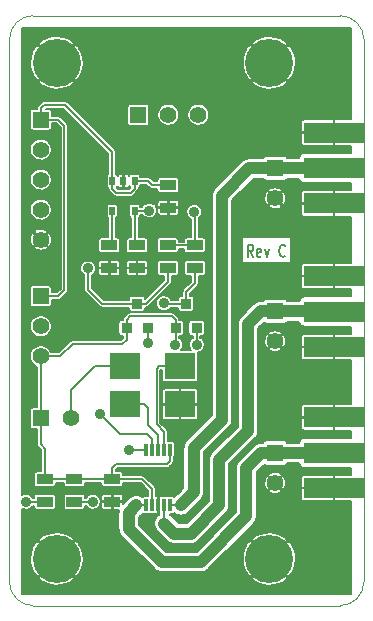
<source format=gbr>
G04 #@! TF.FileFunction,Copper,L1,Top,Signal*
%FSLAX46Y46*%
G04 Gerber Fmt 4.6, Leading zero omitted, Abs format (unit mm)*
G04 Created by KiCad (PCBNEW 0.201501172016+5377~20~ubuntu14.04.1-product) date Fri 30 Jan 2015 01:41:11 PM PST*
%MOMM*%
G01*
G04 APERTURE LIST*
%ADD10C,0.100000*%
%ADD11C,0.200000*%
%ADD12C,0.200000*%
%ADD13R,1.397000X0.889000*%
%ADD14R,1.397000X1.397000*%
%ADD15C,1.397000*%
%ADD16C,4.064000*%
%ADD17R,5.080000X1.800000*%
%ADD18R,0.914400X0.914400*%
%ADD19R,0.508000X0.762000*%
%ADD20R,0.300000X1.100000*%
%ADD21R,2.600000X2.250000*%
%ADD22C,0.889000*%
%ADD23C,1.000000*%
%ADD24C,0.300000*%
%ADD25C,0.150000*%
G04 APERTURE END LIST*
D10*
D11*
X120645238Y-70402381D02*
X120378571Y-69926190D01*
X120188095Y-70402381D02*
X120188095Y-69402381D01*
X120492857Y-69402381D01*
X120569048Y-69450000D01*
X120607143Y-69497619D01*
X120645238Y-69592857D01*
X120645238Y-69735714D01*
X120607143Y-69830952D01*
X120569048Y-69878571D01*
X120492857Y-69926190D01*
X120188095Y-69926190D01*
X121292857Y-70354762D02*
X121216667Y-70402381D01*
X121064286Y-70402381D01*
X120988095Y-70354762D01*
X120950000Y-70259524D01*
X120950000Y-69878571D01*
X120988095Y-69783333D01*
X121064286Y-69735714D01*
X121216667Y-69735714D01*
X121292857Y-69783333D01*
X121330952Y-69878571D01*
X121330952Y-69973810D01*
X120950000Y-70069048D01*
X121597619Y-69735714D02*
X121788095Y-70402381D01*
X121978571Y-69735714D01*
X123350000Y-70307143D02*
X123311905Y-70354762D01*
X123197619Y-70402381D01*
X123121429Y-70402381D01*
X123007143Y-70354762D01*
X122930952Y-70259524D01*
X122892857Y-70164286D01*
X122854762Y-69973810D01*
X122854762Y-69830952D01*
X122892857Y-69640476D01*
X122930952Y-69545238D01*
X123007143Y-69450000D01*
X123121429Y-69402381D01*
X123197619Y-69402381D01*
X123311905Y-69450000D01*
X123350000Y-69497619D01*
D10*
X128000000Y-99950000D02*
G75*
G03X130000000Y-97950000I0J2000000D01*
G01*
X100000000Y-97950000D02*
G75*
G03X102000000Y-99950000I2000000J0D01*
G01*
X130000000Y-52000000D02*
G75*
G03X128000000Y-50000000I-2000000J0D01*
G01*
X102000000Y-50000000D02*
G75*
G03X100000000Y-52000000I0J-2000000D01*
G01*
X128000000Y-50000000D02*
X102000000Y-50000000D01*
X130000000Y-97900000D02*
X130000000Y-52000000D01*
X102000000Y-99950000D02*
X128000000Y-99950000D01*
X100000000Y-52000000D02*
X100000000Y-97900000D01*
D12*
X119100000Y-75800000D03*
D13*
X113450000Y-64347500D03*
X113450000Y-66252500D03*
D14*
X122500000Y-62930000D03*
D15*
X122500000Y-65470000D03*
D13*
X113400000Y-69447500D03*
X113400000Y-71352500D03*
X115700000Y-69447500D03*
X115700000Y-71352500D03*
D16*
X104000000Y-54000000D03*
X122000000Y-54000000D03*
X104000000Y-96000000D03*
X122000000Y-96000000D03*
D13*
X108450000Y-69447500D03*
X108450000Y-71352500D03*
X110800000Y-69447500D03*
X110800000Y-71352500D03*
X108700000Y-89247500D03*
X108700000Y-91152500D03*
D14*
X102650000Y-58800000D03*
D15*
X102650000Y-61340000D03*
X102650000Y-63880000D03*
X102650000Y-66420000D03*
X102650000Y-68960000D03*
D14*
X102650000Y-73760000D03*
D15*
X102650000Y-76300000D03*
X102650000Y-78840000D03*
D14*
X110910000Y-58400000D03*
D15*
X113450000Y-58400000D03*
X115990000Y-58400000D03*
D17*
X127460000Y-75050000D03*
X127460000Y-72050000D03*
X127460000Y-78050000D03*
X127460000Y-87000000D03*
X127460000Y-84000000D03*
X127460000Y-90000000D03*
D14*
X122500000Y-75030000D03*
D15*
X122500000Y-77570000D03*
D14*
X122500000Y-87030000D03*
D15*
X122500000Y-89570000D03*
D18*
X111689000Y-76416000D03*
X109911000Y-76416000D03*
X110800000Y-74384000D03*
X115839000Y-76416000D03*
X114061000Y-76416000D03*
X114950000Y-74384000D03*
D13*
X105500000Y-89247500D03*
X105500000Y-91152500D03*
X103000000Y-89247500D03*
X103000000Y-91152500D03*
D19*
X110602500Y-63980000D03*
X108697500Y-63980000D03*
X110602500Y-66520000D03*
X109650000Y-63980000D03*
X108697500Y-66520000D03*
D20*
X113600000Y-86750000D03*
X113100000Y-86750000D03*
X112600000Y-86750000D03*
X112100000Y-86750000D03*
X111600000Y-86750000D03*
X111584000Y-91450000D03*
X112092000Y-91450000D03*
X112600000Y-91450000D03*
X113108000Y-91450000D03*
X113616000Y-91450000D03*
D21*
X109750000Y-82900000D03*
X114450000Y-82900000D03*
X114450000Y-79700000D03*
X109750000Y-79700000D03*
D17*
X127460000Y-62900000D03*
X127460000Y-59900000D03*
X127460000Y-65900000D03*
D14*
X102630000Y-84100000D03*
D15*
X105170000Y-84100000D03*
D12*
X116800000Y-64800000D03*
X116800000Y-65800000D03*
X116800000Y-66800000D03*
X116800000Y-67800000D03*
X116800000Y-68800000D03*
X116800000Y-69800000D03*
X116800000Y-70800000D03*
X116800000Y-71800000D03*
X116800000Y-72800000D03*
X116800000Y-73800000D03*
X116800000Y-74800000D03*
X116800000Y-75800000D03*
X116800000Y-76800000D03*
X116800000Y-77800000D03*
X116800000Y-78800000D03*
X116800000Y-79800000D03*
X116800000Y-80800000D03*
X116800000Y-81800000D03*
X116800000Y-82800000D03*
X116800000Y-83800000D03*
X118650000Y-85150000D03*
X114350000Y-89000000D03*
X114350000Y-88000000D03*
X114350000Y-87000000D03*
X114600000Y-86000000D03*
X115400000Y-85250000D03*
X116100000Y-84500000D03*
X119100000Y-83800000D03*
X119100000Y-82800000D03*
X119100000Y-81800000D03*
X119100000Y-80800000D03*
X119100000Y-79800000D03*
X119100000Y-78800000D03*
X119100000Y-77800000D03*
X119100000Y-76800000D03*
X117850000Y-85900000D03*
X116950000Y-86750000D03*
X116700000Y-88000000D03*
X116700000Y-89000000D03*
X116700000Y-90000000D03*
X116450000Y-91150000D03*
X115600000Y-91900000D03*
X114550000Y-92650000D03*
X111700000Y-92700000D03*
X112200000Y-93700000D03*
X112950000Y-94550000D03*
X113900000Y-95050000D03*
X115000000Y-95050000D03*
X116250000Y-94500000D03*
X117150000Y-93650000D03*
X117950000Y-92900000D03*
X118900000Y-91000000D03*
X118900000Y-90000000D03*
X118900000Y-89000000D03*
X118900000Y-88000000D03*
X119750000Y-87100000D03*
X120700000Y-86150000D03*
X121400000Y-84800000D03*
X118650000Y-92050000D03*
X121400000Y-83800000D03*
X121400000Y-82800000D03*
X121400000Y-81800000D03*
X121400000Y-80800000D03*
X121400000Y-79800000D03*
X119100000Y-74800000D03*
X119100000Y-73800000D03*
X119100000Y-72800000D03*
X119100000Y-71800000D03*
X119100000Y-70800000D03*
X119100000Y-69800000D03*
X119100000Y-68800000D03*
X119100000Y-67800000D03*
X119100000Y-66800000D03*
X119100000Y-65800000D03*
X119800000Y-65050000D03*
X120500000Y-64450000D03*
X117350000Y-64000000D03*
X118150000Y-63200000D03*
X119000000Y-62400000D03*
X119950000Y-61650000D03*
X108850000Y-92700000D03*
X108850000Y-93850000D03*
X109650000Y-95000000D03*
X110450000Y-95900000D03*
X111450000Y-97000000D03*
X113550000Y-97750000D03*
X114850000Y-97750000D03*
X116150000Y-97750000D03*
X117300000Y-97250000D03*
X118300000Y-96300000D03*
X119150000Y-95350000D03*
X112250000Y-97750000D03*
X121350000Y-92800000D03*
X121350000Y-91350000D03*
D22*
X106650000Y-71400000D03*
X115650000Y-66600000D03*
X111850000Y-66500000D03*
X113050000Y-74350000D03*
X111700000Y-77700000D03*
X107700000Y-83750000D03*
X107050000Y-91150000D03*
X101400000Y-91150000D03*
X110150000Y-86750000D03*
X115850000Y-77850000D03*
X114050000Y-77850000D03*
D11*
X111566000Y-74384000D02*
X113400000Y-72550000D01*
X113400000Y-72550000D02*
X113400000Y-71352500D01*
X110800000Y-74384000D02*
X111566000Y-74384000D01*
X106650000Y-71400000D02*
X106650000Y-73200000D01*
X106650000Y-73200000D02*
X107834000Y-74384000D01*
X107834000Y-74384000D02*
X110800000Y-74384000D01*
X115700000Y-69447500D02*
X113400000Y-69447500D01*
X115650000Y-66600000D02*
X115700000Y-66650000D01*
X115700000Y-66650000D02*
X115700000Y-69447500D01*
D23*
X122500000Y-62930000D02*
X127430000Y-62930000D01*
X127430000Y-62930000D02*
X127460000Y-62900000D01*
X122500000Y-62930000D02*
X120320000Y-62930000D01*
X118000000Y-65250000D02*
X120320000Y-62930000D01*
X118000000Y-84200000D02*
X118000000Y-65250000D01*
X115600000Y-86600000D02*
X118000000Y-84200000D01*
X115600000Y-90350000D02*
X115600000Y-86600000D01*
X114500000Y-91450000D02*
X115600000Y-90350000D01*
D11*
X114500000Y-91450000D02*
X113616000Y-91450000D01*
X127430000Y-62930000D02*
X127460000Y-62900000D01*
D24*
X127430000Y-62930000D02*
X127460000Y-62900000D01*
D11*
X127430000Y-62930000D02*
X127460000Y-62900000D01*
X111730000Y-63980000D02*
X112097500Y-64347500D01*
X112097500Y-64347500D02*
X113450000Y-64347500D01*
X110602500Y-63980000D02*
X111730000Y-63980000D01*
X108697500Y-64647500D02*
X109050000Y-65000000D01*
X109050000Y-65000000D02*
X110250000Y-65000000D01*
X110250000Y-65000000D02*
X110602500Y-64647500D01*
X110602500Y-64647500D02*
X110602500Y-63980000D01*
X108697500Y-63980000D02*
X108697500Y-64647500D01*
X104100000Y-58800000D02*
X102650000Y-58800000D01*
X104650000Y-59350000D02*
X104100000Y-58800000D01*
X104650000Y-73250000D02*
X104650000Y-59350000D01*
X104140000Y-73760000D02*
X104650000Y-73250000D01*
X102650000Y-73760000D02*
X104140000Y-73760000D01*
X108697500Y-61547500D02*
X104700000Y-57550000D01*
X104700000Y-57550000D02*
X102950000Y-57550000D01*
X102950000Y-57550000D02*
X102650000Y-57850000D01*
X102650000Y-57850000D02*
X102650000Y-58800000D01*
X108697500Y-63980000D02*
X108697500Y-61547500D01*
X108697500Y-69200000D02*
X108450000Y-69447500D01*
X108697500Y-66520000D02*
X108697500Y-69200000D01*
X110602500Y-69250000D02*
X110800000Y-69447500D01*
X110602500Y-66520000D02*
X110602500Y-69250000D01*
X111850000Y-66500000D02*
X111830000Y-66520000D01*
X111830000Y-66520000D02*
X110602500Y-66520000D01*
X114950000Y-73400000D02*
X115700000Y-72650000D01*
X115700000Y-72650000D02*
X115700000Y-71352500D01*
X114950000Y-74384000D02*
X114950000Y-73400000D01*
X113050000Y-74350000D02*
X113084000Y-74384000D01*
X113084000Y-74384000D02*
X114950000Y-74384000D01*
D23*
X122500000Y-75030000D02*
X127440000Y-75030000D01*
D11*
X127440000Y-75030000D02*
X127460000Y-75050000D01*
X113108000Y-91450000D02*
X113108000Y-93008000D01*
D23*
X113108000Y-93008000D02*
X113950000Y-93850000D01*
X113950000Y-93850000D02*
X115350000Y-93850000D01*
X115350000Y-93850000D02*
X117750000Y-91450000D01*
X117750000Y-91450000D02*
X117750000Y-87600000D01*
X117750000Y-87600000D02*
X120200000Y-85150000D01*
X120200000Y-85150000D02*
X120200000Y-76100000D01*
X120200000Y-76100000D02*
X121270000Y-75030000D01*
X121270000Y-75030000D02*
X122500000Y-75030000D01*
D24*
X127440000Y-75030000D02*
X127460000Y-75050000D01*
D11*
X127440000Y-75030000D02*
X127460000Y-75050000D01*
D23*
X122500000Y-87030000D02*
X127430000Y-87030000D01*
D11*
X127430000Y-87030000D02*
X127460000Y-87000000D01*
X111584000Y-91450000D02*
X110750000Y-91450000D01*
D23*
X110750000Y-91450000D02*
X110100000Y-92100000D01*
X110100000Y-92100000D02*
X110100000Y-93450000D01*
X110100000Y-93450000D02*
X112900000Y-96250000D01*
X112900000Y-96250000D02*
X116200000Y-96250000D01*
X116200000Y-96250000D02*
X120050000Y-92400000D01*
X120050000Y-92400000D02*
X120050000Y-88300000D01*
X120050000Y-88300000D02*
X121320000Y-87030000D01*
X121320000Y-87030000D02*
X122500000Y-87030000D01*
D24*
X127430000Y-87030000D02*
X127460000Y-87000000D01*
D11*
X127430000Y-87030000D02*
X127460000Y-87000000D01*
X111689000Y-77689000D02*
X111700000Y-77700000D01*
X107700000Y-83750000D02*
X109350000Y-85400000D01*
X109350000Y-85400000D02*
X111650000Y-85400000D01*
X111650000Y-85400000D02*
X112100000Y-85850000D01*
X112100000Y-85850000D02*
X112100000Y-86750000D01*
X111689000Y-76416000D02*
X111689000Y-77689000D01*
X107047500Y-91152500D02*
X107050000Y-91150000D01*
X105500000Y-91152500D02*
X107047500Y-91152500D01*
X101402500Y-91152500D02*
X101400000Y-91150000D01*
X110150000Y-86750000D02*
X111600000Y-86750000D01*
X103000000Y-91152500D02*
X101402500Y-91152500D01*
X115839000Y-77839000D02*
X115850000Y-77850000D01*
X115839000Y-76416000D02*
X115839000Y-77839000D01*
X113100000Y-86750000D02*
X113100000Y-85250000D01*
X112650000Y-79700000D02*
X114450000Y-79700000D01*
X112450000Y-79900000D02*
X112650000Y-79700000D01*
X112450000Y-84600000D02*
X112450000Y-79900000D01*
X113100000Y-85250000D02*
X112450000Y-84600000D01*
X112600000Y-86750000D02*
X112600000Y-85500000D01*
X111400000Y-82900000D02*
X109750000Y-82900000D01*
X111750000Y-83250000D02*
X111400000Y-82900000D01*
X111750000Y-84650000D02*
X111750000Y-83250000D01*
X112600000Y-85500000D02*
X111750000Y-84650000D01*
X102650000Y-84080000D02*
X102630000Y-84100000D01*
X102650000Y-78840000D02*
X102650000Y-84080000D01*
X103000000Y-86650000D02*
X102630000Y-86280000D01*
X102630000Y-86280000D02*
X102630000Y-84100000D01*
X103000000Y-89247500D02*
X103000000Y-86650000D01*
X108700000Y-88300000D02*
X108700000Y-89247500D01*
X109000000Y-88000000D02*
X108700000Y-88300000D01*
X113300000Y-88000000D02*
X109000000Y-88000000D01*
X113600000Y-87700000D02*
X113300000Y-88000000D01*
X113600000Y-86750000D02*
X113600000Y-87700000D01*
X112092000Y-90092000D02*
X112092000Y-91450000D01*
X111247500Y-89247500D02*
X112092000Y-90092000D01*
X108700000Y-89247500D02*
X111247500Y-89247500D01*
X103000000Y-89247500D02*
X105500000Y-89247500D01*
X105500000Y-89247500D02*
X108700000Y-89247500D01*
X114061000Y-75761000D02*
X113750000Y-75450000D01*
X113750000Y-75450000D02*
X110200000Y-75450000D01*
X110200000Y-75450000D02*
X109911000Y-75739000D01*
X109911000Y-75739000D02*
X109911000Y-76416000D01*
X114061000Y-76416000D02*
X114061000Y-75761000D01*
X109911000Y-77439000D02*
X109550000Y-77800000D01*
X109550000Y-77800000D02*
X105350000Y-77800000D01*
X105350000Y-77800000D02*
X104310000Y-78840000D01*
X104310000Y-78840000D02*
X102650000Y-78840000D01*
X109911000Y-76416000D02*
X109911000Y-77439000D01*
X114050000Y-77850000D02*
X114061000Y-77839000D01*
X114061000Y-77839000D02*
X114061000Y-76416000D01*
X105170000Y-84100000D02*
X105170000Y-81730000D01*
X107200000Y-79700000D02*
X109750000Y-79700000D01*
X105170000Y-81730000D02*
X107200000Y-79700000D01*
D25*
G36*
X128925000Y-73773186D02*
X127435000Y-73773186D01*
X127435000Y-73118750D01*
X127435000Y-72075000D01*
X127435000Y-72025000D01*
X127435000Y-70981250D01*
X127435000Y-66968750D01*
X127435000Y-65925000D01*
X127435000Y-65875000D01*
X127435000Y-64831250D01*
X127378750Y-64775000D01*
X124942161Y-64775000D01*
X124897840Y-64775000D01*
X124854370Y-64783646D01*
X124813423Y-64800607D01*
X124776571Y-64825231D01*
X124745231Y-64856570D01*
X124720608Y-64893422D01*
X124703647Y-64934369D01*
X124695000Y-64977839D01*
X124695000Y-65818750D01*
X124751250Y-65875000D01*
X127435000Y-65875000D01*
X127435000Y-65925000D01*
X124751250Y-65925000D01*
X124695000Y-65981250D01*
X124695000Y-66822161D01*
X124703647Y-66865631D01*
X124720608Y-66906578D01*
X124745231Y-66943430D01*
X124776571Y-66974769D01*
X124813423Y-66999393D01*
X124854370Y-67016354D01*
X124897840Y-67025000D01*
X124942161Y-67025000D01*
X127378750Y-67025000D01*
X127435000Y-66968750D01*
X127435000Y-70981250D01*
X127378750Y-70925000D01*
X124942161Y-70925000D01*
X124897840Y-70925000D01*
X124854370Y-70933646D01*
X124813423Y-70950607D01*
X124776571Y-70975231D01*
X124745231Y-71006570D01*
X124720608Y-71043422D01*
X124703647Y-71084369D01*
X124695000Y-71127839D01*
X124695000Y-71968750D01*
X124751250Y-72025000D01*
X127435000Y-72025000D01*
X127435000Y-72075000D01*
X124751250Y-72075000D01*
X124695000Y-72131250D01*
X124695000Y-72972161D01*
X124703647Y-73015631D01*
X124720608Y-73056578D01*
X124745231Y-73093430D01*
X124776571Y-73124769D01*
X124813423Y-73149393D01*
X124854370Y-73166354D01*
X124897840Y-73175000D01*
X124942161Y-73175000D01*
X127378750Y-73175000D01*
X127435000Y-73118750D01*
X127435000Y-73773186D01*
X124920000Y-73773186D01*
X124859148Y-73778132D01*
X124758165Y-73809708D01*
X124669941Y-73868114D01*
X124601432Y-73948745D01*
X124558040Y-74045243D01*
X124543186Y-74150000D01*
X124543186Y-74155000D01*
X123827381Y-74155000D01*
X123827381Y-70975000D01*
X123827381Y-68725000D01*
X123427897Y-68725000D01*
X123427897Y-65481437D01*
X123412299Y-65300193D01*
X123361641Y-65125476D01*
X123277872Y-64963998D01*
X123265164Y-64944978D01*
X123133822Y-64871534D01*
X123098466Y-64906889D01*
X123098466Y-64836178D01*
X123025022Y-64704836D01*
X122865658Y-64617112D01*
X122692241Y-64562164D01*
X122511437Y-64542103D01*
X122330193Y-64557701D01*
X122155476Y-64608359D01*
X121993998Y-64692128D01*
X121974978Y-64704836D01*
X121901534Y-64836178D01*
X122500000Y-65434645D01*
X123098466Y-64836178D01*
X123098466Y-64906889D01*
X122535355Y-65470000D01*
X123133822Y-66068466D01*
X123265164Y-65995022D01*
X123352888Y-65835658D01*
X123407836Y-65662241D01*
X123427897Y-65481437D01*
X123427897Y-68725000D01*
X123098466Y-68725000D01*
X123098466Y-66103822D01*
X122500000Y-65505355D01*
X122464645Y-65540710D01*
X122464645Y-65470000D01*
X121866178Y-64871534D01*
X121734836Y-64944978D01*
X121647112Y-65104342D01*
X121592164Y-65277759D01*
X121572103Y-65458563D01*
X121587701Y-65639807D01*
X121638359Y-65814524D01*
X121722128Y-65976002D01*
X121734836Y-65995022D01*
X121866178Y-66068466D01*
X122464645Y-65470000D01*
X122464645Y-65540710D01*
X121901534Y-66103822D01*
X121974978Y-66235164D01*
X122134342Y-66322888D01*
X122307759Y-66377836D01*
X122488563Y-66397897D01*
X122669807Y-66382299D01*
X122844524Y-66331641D01*
X123006002Y-66247872D01*
X123025022Y-66235164D01*
X123098466Y-66103822D01*
X123098466Y-68725000D01*
X119672619Y-68725000D01*
X119672619Y-70975000D01*
X123827381Y-70975000D01*
X123827381Y-74155000D01*
X123529083Y-74155000D01*
X123480386Y-74081441D01*
X123399755Y-74012932D01*
X123303257Y-73969540D01*
X123198500Y-73954686D01*
X121801500Y-73954686D01*
X121740648Y-73959632D01*
X121639665Y-73991208D01*
X121551441Y-74049614D01*
X121482932Y-74130245D01*
X121471800Y-74155000D01*
X121270000Y-74155000D01*
X121189520Y-74162890D01*
X121109043Y-74169932D01*
X121104628Y-74171214D01*
X121100045Y-74171664D01*
X121022605Y-74195044D01*
X120945054Y-74217575D01*
X120940972Y-74219690D01*
X120936563Y-74221022D01*
X120865164Y-74258985D01*
X120793441Y-74296163D01*
X120789845Y-74299033D01*
X120785782Y-74301194D01*
X120723148Y-74352277D01*
X120659981Y-74402703D01*
X120653574Y-74409020D01*
X120653445Y-74409126D01*
X120653345Y-74409245D01*
X120651282Y-74411281D01*
X119581282Y-75481282D01*
X119529967Y-75543752D01*
X119478026Y-75605654D01*
X119475811Y-75609681D01*
X119472888Y-75613241D01*
X119434663Y-75684530D01*
X119395757Y-75755301D01*
X119394366Y-75759685D01*
X119392191Y-75763742D01*
X119368558Y-75841041D01*
X119344121Y-75918077D01*
X119343607Y-75922650D01*
X119342263Y-75927050D01*
X119334100Y-76007405D01*
X119325085Y-76087783D01*
X119325022Y-76096784D01*
X119325006Y-76096946D01*
X119325020Y-76097096D01*
X119325000Y-76100000D01*
X119325000Y-84787563D01*
X117131282Y-86981282D01*
X117079967Y-87043752D01*
X117028026Y-87105654D01*
X117025811Y-87109681D01*
X117022888Y-87113241D01*
X116984663Y-87184530D01*
X116945757Y-87255301D01*
X116944366Y-87259685D01*
X116942191Y-87263742D01*
X116918558Y-87341041D01*
X116894121Y-87418077D01*
X116893607Y-87422650D01*
X116892263Y-87427050D01*
X116884100Y-87507405D01*
X116875085Y-87587783D01*
X116875022Y-87596784D01*
X116875006Y-87596946D01*
X116875020Y-87597096D01*
X116875000Y-87600000D01*
X116875000Y-91087563D01*
X114987563Y-92975000D01*
X114312436Y-92975000D01*
X113726718Y-92389282D01*
X113594759Y-92280888D01*
X113583000Y-92274582D01*
X113583000Y-92226089D01*
X113766000Y-92226089D01*
X113802511Y-92223121D01*
X113863101Y-92204175D01*
X113916036Y-92169131D01*
X113951956Y-92126854D01*
X114008178Y-92173696D01*
X114158110Y-92255442D01*
X114321066Y-92306509D01*
X114490837Y-92324952D01*
X114660957Y-92310068D01*
X114824947Y-92262425D01*
X114976559Y-92183837D01*
X115110020Y-92077297D01*
X115118718Y-92068718D01*
X116218718Y-90968718D01*
X116270032Y-90906247D01*
X116321974Y-90844346D01*
X116324188Y-90840318D01*
X116327112Y-90836759D01*
X116365336Y-90765469D01*
X116404243Y-90694699D01*
X116405633Y-90690314D01*
X116407809Y-90686258D01*
X116431454Y-90608917D01*
X116455879Y-90531923D01*
X116456391Y-90527354D01*
X116457738Y-90522950D01*
X116465904Y-90442544D01*
X116474915Y-90362217D01*
X116474977Y-90353215D01*
X116474994Y-90353054D01*
X116474979Y-90352903D01*
X116475000Y-90350000D01*
X116475000Y-86962436D01*
X118618719Y-84818718D01*
X118670057Y-84756217D01*
X118721974Y-84694346D01*
X118724188Y-84690318D01*
X118727112Y-84686759D01*
X118765355Y-84615434D01*
X118804243Y-84544699D01*
X118805632Y-84540319D01*
X118807810Y-84536258D01*
X118831469Y-84458871D01*
X118855879Y-84381923D01*
X118856391Y-84377354D01*
X118857738Y-84372950D01*
X118865909Y-84292499D01*
X118874915Y-84212217D01*
X118874977Y-84203225D01*
X118874995Y-84203054D01*
X118874979Y-84202893D01*
X118875000Y-84200000D01*
X118875000Y-65612436D01*
X120682436Y-63805000D01*
X121470916Y-63805000D01*
X121519614Y-63878559D01*
X121600245Y-63947068D01*
X121696743Y-63990460D01*
X121801500Y-64005314D01*
X123198500Y-64005314D01*
X123259352Y-64000368D01*
X123360335Y-63968792D01*
X123448559Y-63910386D01*
X123517068Y-63829755D01*
X123528199Y-63805000D01*
X124543592Y-63805000D01*
X124548132Y-63860852D01*
X124579708Y-63961835D01*
X124638114Y-64050059D01*
X124718745Y-64118568D01*
X124815243Y-64161960D01*
X124920000Y-64176814D01*
X128925000Y-64176814D01*
X128925000Y-64775000D01*
X127541250Y-64775000D01*
X127485000Y-64831250D01*
X127485000Y-65875000D01*
X127505000Y-65875000D01*
X127505000Y-65925000D01*
X127485000Y-65925000D01*
X127485000Y-66968750D01*
X127541250Y-67025000D01*
X128925000Y-67025000D01*
X128925000Y-70925000D01*
X127541250Y-70925000D01*
X127485000Y-70981250D01*
X127485000Y-72025000D01*
X127505000Y-72025000D01*
X127505000Y-72075000D01*
X127485000Y-72075000D01*
X127485000Y-73118750D01*
X127541250Y-73175000D01*
X128925000Y-73175000D01*
X128925000Y-73773186D01*
X128925000Y-73773186D01*
G37*
X128925000Y-73773186D02*
X127435000Y-73773186D01*
X127435000Y-73118750D01*
X127435000Y-72075000D01*
X127435000Y-72025000D01*
X127435000Y-70981250D01*
X127435000Y-66968750D01*
X127435000Y-65925000D01*
X127435000Y-65875000D01*
X127435000Y-64831250D01*
X127378750Y-64775000D01*
X124942161Y-64775000D01*
X124897840Y-64775000D01*
X124854370Y-64783646D01*
X124813423Y-64800607D01*
X124776571Y-64825231D01*
X124745231Y-64856570D01*
X124720608Y-64893422D01*
X124703647Y-64934369D01*
X124695000Y-64977839D01*
X124695000Y-65818750D01*
X124751250Y-65875000D01*
X127435000Y-65875000D01*
X127435000Y-65925000D01*
X124751250Y-65925000D01*
X124695000Y-65981250D01*
X124695000Y-66822161D01*
X124703647Y-66865631D01*
X124720608Y-66906578D01*
X124745231Y-66943430D01*
X124776571Y-66974769D01*
X124813423Y-66999393D01*
X124854370Y-67016354D01*
X124897840Y-67025000D01*
X124942161Y-67025000D01*
X127378750Y-67025000D01*
X127435000Y-66968750D01*
X127435000Y-70981250D01*
X127378750Y-70925000D01*
X124942161Y-70925000D01*
X124897840Y-70925000D01*
X124854370Y-70933646D01*
X124813423Y-70950607D01*
X124776571Y-70975231D01*
X124745231Y-71006570D01*
X124720608Y-71043422D01*
X124703647Y-71084369D01*
X124695000Y-71127839D01*
X124695000Y-71968750D01*
X124751250Y-72025000D01*
X127435000Y-72025000D01*
X127435000Y-72075000D01*
X124751250Y-72075000D01*
X124695000Y-72131250D01*
X124695000Y-72972161D01*
X124703647Y-73015631D01*
X124720608Y-73056578D01*
X124745231Y-73093430D01*
X124776571Y-73124769D01*
X124813423Y-73149393D01*
X124854370Y-73166354D01*
X124897840Y-73175000D01*
X124942161Y-73175000D01*
X127378750Y-73175000D01*
X127435000Y-73118750D01*
X127435000Y-73773186D01*
X124920000Y-73773186D01*
X124859148Y-73778132D01*
X124758165Y-73809708D01*
X124669941Y-73868114D01*
X124601432Y-73948745D01*
X124558040Y-74045243D01*
X124543186Y-74150000D01*
X124543186Y-74155000D01*
X123827381Y-74155000D01*
X123827381Y-70975000D01*
X123827381Y-68725000D01*
X123427897Y-68725000D01*
X123427897Y-65481437D01*
X123412299Y-65300193D01*
X123361641Y-65125476D01*
X123277872Y-64963998D01*
X123265164Y-64944978D01*
X123133822Y-64871534D01*
X123098466Y-64906889D01*
X123098466Y-64836178D01*
X123025022Y-64704836D01*
X122865658Y-64617112D01*
X122692241Y-64562164D01*
X122511437Y-64542103D01*
X122330193Y-64557701D01*
X122155476Y-64608359D01*
X121993998Y-64692128D01*
X121974978Y-64704836D01*
X121901534Y-64836178D01*
X122500000Y-65434645D01*
X123098466Y-64836178D01*
X123098466Y-64906889D01*
X122535355Y-65470000D01*
X123133822Y-66068466D01*
X123265164Y-65995022D01*
X123352888Y-65835658D01*
X123407836Y-65662241D01*
X123427897Y-65481437D01*
X123427897Y-68725000D01*
X123098466Y-68725000D01*
X123098466Y-66103822D01*
X122500000Y-65505355D01*
X122464645Y-65540710D01*
X122464645Y-65470000D01*
X121866178Y-64871534D01*
X121734836Y-64944978D01*
X121647112Y-65104342D01*
X121592164Y-65277759D01*
X121572103Y-65458563D01*
X121587701Y-65639807D01*
X121638359Y-65814524D01*
X121722128Y-65976002D01*
X121734836Y-65995022D01*
X121866178Y-66068466D01*
X122464645Y-65470000D01*
X122464645Y-65540710D01*
X121901534Y-66103822D01*
X121974978Y-66235164D01*
X122134342Y-66322888D01*
X122307759Y-66377836D01*
X122488563Y-66397897D01*
X122669807Y-66382299D01*
X122844524Y-66331641D01*
X123006002Y-66247872D01*
X123025022Y-66235164D01*
X123098466Y-66103822D01*
X123098466Y-68725000D01*
X119672619Y-68725000D01*
X119672619Y-70975000D01*
X123827381Y-70975000D01*
X123827381Y-74155000D01*
X123529083Y-74155000D01*
X123480386Y-74081441D01*
X123399755Y-74012932D01*
X123303257Y-73969540D01*
X123198500Y-73954686D01*
X121801500Y-73954686D01*
X121740648Y-73959632D01*
X121639665Y-73991208D01*
X121551441Y-74049614D01*
X121482932Y-74130245D01*
X121471800Y-74155000D01*
X121270000Y-74155000D01*
X121189520Y-74162890D01*
X121109043Y-74169932D01*
X121104628Y-74171214D01*
X121100045Y-74171664D01*
X121022605Y-74195044D01*
X120945054Y-74217575D01*
X120940972Y-74219690D01*
X120936563Y-74221022D01*
X120865164Y-74258985D01*
X120793441Y-74296163D01*
X120789845Y-74299033D01*
X120785782Y-74301194D01*
X120723148Y-74352277D01*
X120659981Y-74402703D01*
X120653574Y-74409020D01*
X120653445Y-74409126D01*
X120653345Y-74409245D01*
X120651282Y-74411281D01*
X119581282Y-75481282D01*
X119529967Y-75543752D01*
X119478026Y-75605654D01*
X119475811Y-75609681D01*
X119472888Y-75613241D01*
X119434663Y-75684530D01*
X119395757Y-75755301D01*
X119394366Y-75759685D01*
X119392191Y-75763742D01*
X119368558Y-75841041D01*
X119344121Y-75918077D01*
X119343607Y-75922650D01*
X119342263Y-75927050D01*
X119334100Y-76007405D01*
X119325085Y-76087783D01*
X119325022Y-76096784D01*
X119325006Y-76096946D01*
X119325020Y-76097096D01*
X119325000Y-76100000D01*
X119325000Y-84787563D01*
X117131282Y-86981282D01*
X117079967Y-87043752D01*
X117028026Y-87105654D01*
X117025811Y-87109681D01*
X117022888Y-87113241D01*
X116984663Y-87184530D01*
X116945757Y-87255301D01*
X116944366Y-87259685D01*
X116942191Y-87263742D01*
X116918558Y-87341041D01*
X116894121Y-87418077D01*
X116893607Y-87422650D01*
X116892263Y-87427050D01*
X116884100Y-87507405D01*
X116875085Y-87587783D01*
X116875022Y-87596784D01*
X116875006Y-87596946D01*
X116875020Y-87597096D01*
X116875000Y-87600000D01*
X116875000Y-91087563D01*
X114987563Y-92975000D01*
X114312436Y-92975000D01*
X113726718Y-92389282D01*
X113594759Y-92280888D01*
X113583000Y-92274582D01*
X113583000Y-92226089D01*
X113766000Y-92226089D01*
X113802511Y-92223121D01*
X113863101Y-92204175D01*
X113916036Y-92169131D01*
X113951956Y-92126854D01*
X114008178Y-92173696D01*
X114158110Y-92255442D01*
X114321066Y-92306509D01*
X114490837Y-92324952D01*
X114660957Y-92310068D01*
X114824947Y-92262425D01*
X114976559Y-92183837D01*
X115110020Y-92077297D01*
X115118718Y-92068718D01*
X116218718Y-90968718D01*
X116270032Y-90906247D01*
X116321974Y-90844346D01*
X116324188Y-90840318D01*
X116327112Y-90836759D01*
X116365336Y-90765469D01*
X116404243Y-90694699D01*
X116405633Y-90690314D01*
X116407809Y-90686258D01*
X116431454Y-90608917D01*
X116455879Y-90531923D01*
X116456391Y-90527354D01*
X116457738Y-90522950D01*
X116465904Y-90442544D01*
X116474915Y-90362217D01*
X116474977Y-90353215D01*
X116474994Y-90353054D01*
X116474979Y-90352903D01*
X116475000Y-90350000D01*
X116475000Y-86962436D01*
X118618719Y-84818718D01*
X118670057Y-84756217D01*
X118721974Y-84694346D01*
X118724188Y-84690318D01*
X118727112Y-84686759D01*
X118765355Y-84615434D01*
X118804243Y-84544699D01*
X118805632Y-84540319D01*
X118807810Y-84536258D01*
X118831469Y-84458871D01*
X118855879Y-84381923D01*
X118856391Y-84377354D01*
X118857738Y-84372950D01*
X118865909Y-84292499D01*
X118874915Y-84212217D01*
X118874977Y-84203225D01*
X118874995Y-84203054D01*
X118874979Y-84202893D01*
X118875000Y-84200000D01*
X118875000Y-65612436D01*
X120682436Y-63805000D01*
X121470916Y-63805000D01*
X121519614Y-63878559D01*
X121600245Y-63947068D01*
X121696743Y-63990460D01*
X121801500Y-64005314D01*
X123198500Y-64005314D01*
X123259352Y-64000368D01*
X123360335Y-63968792D01*
X123448559Y-63910386D01*
X123517068Y-63829755D01*
X123528199Y-63805000D01*
X124543592Y-63805000D01*
X124548132Y-63860852D01*
X124579708Y-63961835D01*
X124638114Y-64050059D01*
X124718745Y-64118568D01*
X124815243Y-64161960D01*
X124920000Y-64176814D01*
X128925000Y-64176814D01*
X128925000Y-64775000D01*
X127541250Y-64775000D01*
X127485000Y-64831250D01*
X127485000Y-65875000D01*
X127505000Y-65875000D01*
X127505000Y-65925000D01*
X127485000Y-65925000D01*
X127485000Y-66968750D01*
X127541250Y-67025000D01*
X128925000Y-67025000D01*
X128925000Y-70925000D01*
X127541250Y-70925000D01*
X127485000Y-70981250D01*
X127485000Y-72025000D01*
X127505000Y-72025000D01*
X127505000Y-72075000D01*
X127485000Y-72075000D01*
X127485000Y-73118750D01*
X127541250Y-73175000D01*
X128925000Y-73175000D01*
X128925000Y-73773186D01*
G36*
X128925000Y-98918934D02*
X128918934Y-98925000D01*
X127435000Y-98925000D01*
X127435000Y-91068750D01*
X127435000Y-90025000D01*
X127435000Y-89975000D01*
X127435000Y-88931250D01*
X127378750Y-88875000D01*
X124942161Y-88875000D01*
X124897840Y-88875000D01*
X124854370Y-88883646D01*
X124813423Y-88900607D01*
X124776571Y-88925231D01*
X124745231Y-88956570D01*
X124720608Y-88993422D01*
X124703647Y-89034369D01*
X124695000Y-89077839D01*
X124695000Y-89918750D01*
X124751250Y-89975000D01*
X127435000Y-89975000D01*
X127435000Y-90025000D01*
X124751250Y-90025000D01*
X124695000Y-90081250D01*
X124695000Y-90922161D01*
X124703647Y-90965631D01*
X124720608Y-91006578D01*
X124745231Y-91043430D01*
X124776571Y-91074769D01*
X124813423Y-91099393D01*
X124854370Y-91116354D01*
X124897840Y-91125000D01*
X124942161Y-91125000D01*
X127378750Y-91125000D01*
X127435000Y-91068750D01*
X127435000Y-98925000D01*
X124267016Y-98925000D01*
X124267016Y-96064052D01*
X124235952Y-95620548D01*
X124118962Y-95191626D01*
X123920541Y-94793770D01*
X123849370Y-94687256D01*
X123581466Y-94453890D01*
X123546110Y-94489245D01*
X123546110Y-94418534D01*
X123427897Y-94282825D01*
X123427897Y-89581437D01*
X123412299Y-89400193D01*
X123361641Y-89225476D01*
X123277872Y-89063998D01*
X123265164Y-89044978D01*
X123133822Y-88971534D01*
X123098466Y-89006889D01*
X123098466Y-88936178D01*
X123025022Y-88804836D01*
X122865658Y-88717112D01*
X122692241Y-88662164D01*
X122511437Y-88642103D01*
X122330193Y-88657701D01*
X122155476Y-88708359D01*
X121993998Y-88792128D01*
X121974978Y-88804836D01*
X121901534Y-88936178D01*
X122500000Y-89534645D01*
X123098466Y-88936178D01*
X123098466Y-89006889D01*
X122535355Y-89570000D01*
X123133822Y-90168466D01*
X123265164Y-90095022D01*
X123352888Y-89935658D01*
X123407836Y-89762241D01*
X123427897Y-89581437D01*
X123427897Y-94282825D01*
X123312744Y-94150630D01*
X123098466Y-94028193D01*
X123098466Y-90203822D01*
X122500000Y-89605355D01*
X122464645Y-89640710D01*
X122464645Y-89570000D01*
X121866178Y-88971534D01*
X121734836Y-89044978D01*
X121647112Y-89204342D01*
X121592164Y-89377759D01*
X121572103Y-89558563D01*
X121587701Y-89739807D01*
X121638359Y-89914524D01*
X121722128Y-90076002D01*
X121734836Y-90095022D01*
X121866178Y-90168466D01*
X122464645Y-89570000D01*
X122464645Y-89640710D01*
X121901534Y-90203822D01*
X121974978Y-90335164D01*
X122134342Y-90422888D01*
X122307759Y-90477836D01*
X122488563Y-90497897D01*
X122669807Y-90482299D01*
X122844524Y-90431641D01*
X123006002Y-90347872D01*
X123025022Y-90335164D01*
X123098466Y-90203822D01*
X123098466Y-94028193D01*
X122926725Y-93930062D01*
X122505093Y-93789040D01*
X122064052Y-93732984D01*
X121620548Y-93764048D01*
X121191626Y-93881038D01*
X120793770Y-94079459D01*
X120687256Y-94150630D01*
X120453890Y-94418534D01*
X122000000Y-95964645D01*
X123546110Y-94418534D01*
X123546110Y-94489245D01*
X122035355Y-96000000D01*
X123581466Y-97546110D01*
X123849370Y-97312744D01*
X124069938Y-96926725D01*
X124210960Y-96505093D01*
X124267016Y-96064052D01*
X124267016Y-98925000D01*
X123546110Y-98925000D01*
X123546110Y-97581466D01*
X122000000Y-96035355D01*
X121964645Y-96070710D01*
X121964645Y-96000000D01*
X120418534Y-94453890D01*
X120150630Y-94687256D01*
X119930062Y-95073275D01*
X119789040Y-95494907D01*
X119732984Y-95935948D01*
X119764048Y-96379452D01*
X119881038Y-96808374D01*
X120079459Y-97206230D01*
X120150630Y-97312744D01*
X120418534Y-97546110D01*
X121964645Y-96000000D01*
X121964645Y-96070710D01*
X120453890Y-97581466D01*
X120687256Y-97849370D01*
X121073275Y-98069938D01*
X121494907Y-98210960D01*
X121935948Y-98267016D01*
X122379452Y-98235952D01*
X122808374Y-98118962D01*
X123206230Y-97920541D01*
X123312744Y-97849370D01*
X123546110Y-97581466D01*
X123546110Y-98925000D01*
X108675000Y-98925000D01*
X108675000Y-91765750D01*
X108675000Y-91177500D01*
X108675000Y-91127500D01*
X108675000Y-90539250D01*
X108618750Y-90483000D01*
X108023661Y-90483000D01*
X107979340Y-90483000D01*
X107935870Y-90491646D01*
X107894923Y-90508607D01*
X107858071Y-90533231D01*
X107826731Y-90564570D01*
X107802108Y-90601422D01*
X107785147Y-90642369D01*
X107776500Y-90685839D01*
X107776500Y-91071250D01*
X107832750Y-91127500D01*
X108675000Y-91127500D01*
X108675000Y-91177500D01*
X107832750Y-91177500D01*
X107776500Y-91233750D01*
X107776500Y-91619161D01*
X107785147Y-91662631D01*
X107802108Y-91703578D01*
X107826731Y-91740430D01*
X107858071Y-91771769D01*
X107894923Y-91796393D01*
X107935870Y-91813354D01*
X107979340Y-91822000D01*
X108023661Y-91822000D01*
X108618750Y-91822000D01*
X108675000Y-91765750D01*
X108675000Y-98925000D01*
X107719528Y-98925000D01*
X107719528Y-91084352D01*
X107694026Y-90955557D01*
X107643993Y-90834168D01*
X107571335Y-90724809D01*
X107478820Y-90631646D01*
X107369971Y-90558226D01*
X107248934Y-90507347D01*
X107120320Y-90480946D01*
X106989028Y-90480030D01*
X106860058Y-90504632D01*
X106738323Y-90553816D01*
X106628459Y-90625709D01*
X106534652Y-90717572D01*
X106460474Y-90825906D01*
X106459790Y-90827500D01*
X106424589Y-90827500D01*
X106424589Y-90708000D01*
X106421621Y-90671489D01*
X106402675Y-90610899D01*
X106367631Y-90557964D01*
X106319253Y-90516859D01*
X106261354Y-90490824D01*
X106198500Y-90481911D01*
X104801500Y-90481911D01*
X104764989Y-90484879D01*
X104704399Y-90503825D01*
X104651464Y-90538869D01*
X104610359Y-90587247D01*
X104584324Y-90645146D01*
X104575411Y-90708000D01*
X104575411Y-91597000D01*
X104578379Y-91633511D01*
X104597325Y-91694101D01*
X104632369Y-91747036D01*
X104680747Y-91788141D01*
X104738646Y-91814176D01*
X104801500Y-91823089D01*
X106198500Y-91823089D01*
X106235011Y-91820121D01*
X106295601Y-91801175D01*
X106348536Y-91766131D01*
X106389641Y-91717753D01*
X106415676Y-91659854D01*
X106424589Y-91597000D01*
X106424589Y-91477500D01*
X106464539Y-91477500D01*
X106522779Y-91567870D01*
X106613984Y-91662317D01*
X106721798Y-91737249D01*
X106842112Y-91789813D01*
X106970345Y-91818007D01*
X107101612Y-91820756D01*
X107230913Y-91797957D01*
X107353323Y-91750477D01*
X107464179Y-91680126D01*
X107559260Y-91589582D01*
X107634943Y-91482294D01*
X107688346Y-91362349D01*
X107717434Y-91234317D01*
X107719528Y-91084352D01*
X107719528Y-98925000D01*
X106267016Y-98925000D01*
X106267016Y-96064052D01*
X106235952Y-95620548D01*
X106118962Y-95191626D01*
X105920541Y-94793770D01*
X105849370Y-94687256D01*
X105581466Y-94453890D01*
X105546110Y-94489245D01*
X105546110Y-94418534D01*
X105312744Y-94150630D01*
X104926725Y-93930062D01*
X104505093Y-93789040D01*
X104064052Y-93732984D01*
X103620548Y-93764048D01*
X103191626Y-93881038D01*
X102793770Y-94079459D01*
X102687256Y-94150630D01*
X102453890Y-94418534D01*
X104000000Y-95964645D01*
X105546110Y-94418534D01*
X105546110Y-94489245D01*
X104035355Y-96000000D01*
X105581466Y-97546110D01*
X105849370Y-97312744D01*
X106069938Y-96926725D01*
X106210960Y-96505093D01*
X106267016Y-96064052D01*
X106267016Y-98925000D01*
X105546110Y-98925000D01*
X105546110Y-97581466D01*
X104000000Y-96035355D01*
X103964645Y-96070710D01*
X103964645Y-96000000D01*
X102418534Y-94453890D01*
X102150630Y-94687256D01*
X101930062Y-95073275D01*
X101789040Y-95494907D01*
X101732984Y-95935948D01*
X101764048Y-96379452D01*
X101881038Y-96808374D01*
X102079459Y-97206230D01*
X102150630Y-97312744D01*
X102418534Y-97546110D01*
X103964645Y-96000000D01*
X103964645Y-96070710D01*
X102453890Y-97581466D01*
X102687256Y-97849370D01*
X103073275Y-98069938D01*
X103494907Y-98210960D01*
X103935948Y-98267016D01*
X104379452Y-98235952D01*
X104808374Y-98118962D01*
X105206230Y-97920541D01*
X105312744Y-97849370D01*
X105546110Y-97581466D01*
X105546110Y-98925000D01*
X101081066Y-98925000D01*
X101075000Y-98918934D01*
X101075000Y-91738647D01*
X101192112Y-91789813D01*
X101320345Y-91818007D01*
X101451612Y-91820756D01*
X101580913Y-91797957D01*
X101703323Y-91750477D01*
X101814179Y-91680126D01*
X101909260Y-91589582D01*
X101984943Y-91482294D01*
X101987077Y-91477500D01*
X102075411Y-91477500D01*
X102075411Y-91597000D01*
X102078379Y-91633511D01*
X102097325Y-91694101D01*
X102132369Y-91747036D01*
X102180747Y-91788141D01*
X102238646Y-91814176D01*
X102301500Y-91823089D01*
X103698500Y-91823089D01*
X103735011Y-91820121D01*
X103795601Y-91801175D01*
X103848536Y-91766131D01*
X103889641Y-91717753D01*
X103915676Y-91659854D01*
X103924589Y-91597000D01*
X103924589Y-90708000D01*
X103921621Y-90671489D01*
X103902675Y-90610899D01*
X103867631Y-90557964D01*
X103819253Y-90516859D01*
X103761354Y-90490824D01*
X103698500Y-90481911D01*
X102301500Y-90481911D01*
X102264989Y-90484879D01*
X102204399Y-90503825D01*
X102151464Y-90538869D01*
X102110359Y-90587247D01*
X102084324Y-90645146D01*
X102075411Y-90708000D01*
X102075411Y-90827500D01*
X101989562Y-90827500D01*
X101921335Y-90724809D01*
X101828820Y-90631646D01*
X101719971Y-90558226D01*
X101598934Y-90507347D01*
X101470320Y-90480946D01*
X101339028Y-90480030D01*
X101210058Y-90504632D01*
X101088323Y-90553816D01*
X101075000Y-90562534D01*
X101075000Y-51081066D01*
X101081066Y-51075000D01*
X128918934Y-51075000D01*
X128925000Y-51081066D01*
X128925000Y-58775000D01*
X127541250Y-58775000D01*
X127485000Y-58831250D01*
X127485000Y-59875000D01*
X127505000Y-59875000D01*
X127505000Y-59925000D01*
X127485000Y-59925000D01*
X127485000Y-60968750D01*
X127541250Y-61025000D01*
X128925000Y-61025000D01*
X128925000Y-61623186D01*
X127435000Y-61623186D01*
X127435000Y-60968750D01*
X127435000Y-59925000D01*
X127435000Y-59875000D01*
X127435000Y-58831250D01*
X127378750Y-58775000D01*
X124942161Y-58775000D01*
X124897840Y-58775000D01*
X124854370Y-58783646D01*
X124813423Y-58800607D01*
X124776571Y-58825231D01*
X124745231Y-58856570D01*
X124720608Y-58893422D01*
X124703647Y-58934369D01*
X124695000Y-58977839D01*
X124695000Y-59818750D01*
X124751250Y-59875000D01*
X127435000Y-59875000D01*
X127435000Y-59925000D01*
X124751250Y-59925000D01*
X124695000Y-59981250D01*
X124695000Y-60822161D01*
X124703647Y-60865631D01*
X124720608Y-60906578D01*
X124745231Y-60943430D01*
X124776571Y-60974769D01*
X124813423Y-60999393D01*
X124854370Y-61016354D01*
X124897840Y-61025000D01*
X124942161Y-61025000D01*
X127378750Y-61025000D01*
X127435000Y-60968750D01*
X127435000Y-61623186D01*
X124920000Y-61623186D01*
X124859148Y-61628132D01*
X124758165Y-61659708D01*
X124669941Y-61718114D01*
X124601432Y-61798745D01*
X124558040Y-61895243D01*
X124543186Y-62000000D01*
X124543186Y-62055000D01*
X124267016Y-62055000D01*
X124267016Y-54064052D01*
X124235952Y-53620548D01*
X124118962Y-53191626D01*
X123920541Y-52793770D01*
X123849370Y-52687256D01*
X123581466Y-52453890D01*
X123546110Y-52489245D01*
X123546110Y-52418534D01*
X123312744Y-52150630D01*
X122926725Y-51930062D01*
X122505093Y-51789040D01*
X122064052Y-51732984D01*
X121620548Y-51764048D01*
X121191626Y-51881038D01*
X120793770Y-52079459D01*
X120687256Y-52150630D01*
X120453890Y-52418534D01*
X122000000Y-53964645D01*
X123546110Y-52418534D01*
X123546110Y-52489245D01*
X122035355Y-54000000D01*
X123581466Y-55546110D01*
X123849370Y-55312744D01*
X124069938Y-54926725D01*
X124210960Y-54505093D01*
X124267016Y-54064052D01*
X124267016Y-62055000D01*
X123546110Y-62055000D01*
X123546110Y-55581466D01*
X122000000Y-54035355D01*
X121964645Y-54070710D01*
X121964645Y-54000000D01*
X120418534Y-52453890D01*
X120150630Y-52687256D01*
X119930062Y-53073275D01*
X119789040Y-53494907D01*
X119732984Y-53935948D01*
X119764048Y-54379452D01*
X119881038Y-54808374D01*
X120079459Y-55206230D01*
X120150630Y-55312744D01*
X120418534Y-55546110D01*
X121964645Y-54000000D01*
X121964645Y-54070710D01*
X120453890Y-55581466D01*
X120687256Y-55849370D01*
X121073275Y-56069938D01*
X121494907Y-56210960D01*
X121935948Y-56267016D01*
X122379452Y-56235952D01*
X122808374Y-56118962D01*
X123206230Y-55920541D01*
X123312744Y-55849370D01*
X123546110Y-55581466D01*
X123546110Y-62055000D01*
X123529083Y-62055000D01*
X123480386Y-61981441D01*
X123399755Y-61912932D01*
X123303257Y-61869540D01*
X123198500Y-61854686D01*
X121801500Y-61854686D01*
X121740648Y-61859632D01*
X121639665Y-61891208D01*
X121551441Y-61949614D01*
X121482932Y-62030245D01*
X121471800Y-62055000D01*
X120320000Y-62055000D01*
X120239529Y-62062890D01*
X120159042Y-62069932D01*
X120154626Y-62071214D01*
X120150045Y-62071664D01*
X120072584Y-62095050D01*
X119995053Y-62117576D01*
X119990974Y-62119690D01*
X119986563Y-62121022D01*
X119915147Y-62158994D01*
X119843441Y-62196163D01*
X119839844Y-62199033D01*
X119835782Y-62201194D01*
X119773172Y-62252257D01*
X119709980Y-62302703D01*
X119703573Y-62309021D01*
X119703445Y-62309126D01*
X119703346Y-62309244D01*
X119701281Y-62311282D01*
X117381282Y-64631282D01*
X117329967Y-64693752D01*
X117278026Y-64755654D01*
X117275811Y-64759681D01*
X117272888Y-64763241D01*
X117234663Y-64834530D01*
X117195757Y-64905301D01*
X117194366Y-64909685D01*
X117192191Y-64913742D01*
X117168558Y-64991041D01*
X117144121Y-65068077D01*
X117143607Y-65072650D01*
X117142263Y-65077050D01*
X117134100Y-65157405D01*
X117125085Y-65237783D01*
X117125022Y-65246784D01*
X117125006Y-65246946D01*
X117125020Y-65247096D01*
X117125000Y-65250000D01*
X117125000Y-83837563D01*
X116913539Y-84049024D01*
X116913539Y-58309446D01*
X116878362Y-58131788D01*
X116809347Y-57964345D01*
X116709124Y-57813497D01*
X116581509Y-57684988D01*
X116431364Y-57583714D01*
X116264408Y-57513532D01*
X116086999Y-57477116D01*
X115905896Y-57475851D01*
X115727996Y-57509787D01*
X115560076Y-57577631D01*
X115408532Y-57676799D01*
X115279135Y-57803514D01*
X115176815Y-57952948D01*
X115105470Y-58119410D01*
X115067815Y-58296560D01*
X115065287Y-58477650D01*
X115097980Y-58655783D01*
X115164650Y-58824172D01*
X115262758Y-58976405D01*
X115388565Y-59106683D01*
X115537282Y-59210044D01*
X115703242Y-59282550D01*
X115880125Y-59321440D01*
X116061193Y-59325233D01*
X116239549Y-59293784D01*
X116408400Y-59228291D01*
X116561314Y-59131249D01*
X116692467Y-59006353D01*
X116796863Y-58858362D01*
X116870527Y-58692912D01*
X116910651Y-58516305D01*
X116913539Y-58309446D01*
X116913539Y-84049024D01*
X116624589Y-84337974D01*
X116624589Y-71797000D01*
X116624589Y-70908000D01*
X116624589Y-69892000D01*
X116624589Y-69003000D01*
X116621621Y-68966489D01*
X116602675Y-68905899D01*
X116567631Y-68852964D01*
X116519253Y-68811859D01*
X116461354Y-68785824D01*
X116398500Y-68776911D01*
X116025000Y-68776911D01*
X116025000Y-67154989D01*
X116064179Y-67130126D01*
X116159260Y-67039582D01*
X116234943Y-66932294D01*
X116288346Y-66812349D01*
X116317434Y-66684317D01*
X116319528Y-66534352D01*
X116294026Y-66405557D01*
X116243993Y-66284168D01*
X116171335Y-66174809D01*
X116078820Y-66081646D01*
X115969971Y-66008226D01*
X115848934Y-65957347D01*
X115720320Y-65930946D01*
X115589028Y-65930030D01*
X115460058Y-65954632D01*
X115338323Y-66003816D01*
X115228459Y-66075709D01*
X115134652Y-66167572D01*
X115060474Y-66275906D01*
X115008751Y-66396584D01*
X114981454Y-66525011D01*
X114979620Y-66656293D01*
X115003322Y-66785432D01*
X115051655Y-66907508D01*
X115122779Y-67017870D01*
X115213984Y-67112317D01*
X115321798Y-67187249D01*
X115375000Y-67210492D01*
X115375000Y-68776911D01*
X115001500Y-68776911D01*
X114964989Y-68779879D01*
X114904399Y-68798825D01*
X114851464Y-68833869D01*
X114810359Y-68882247D01*
X114784324Y-68940146D01*
X114775411Y-69003000D01*
X114775411Y-69122500D01*
X114374589Y-69122500D01*
X114374589Y-64792000D01*
X114374589Y-63903000D01*
X114373539Y-63890083D01*
X114373539Y-58309446D01*
X114338362Y-58131788D01*
X114269347Y-57964345D01*
X114169124Y-57813497D01*
X114041509Y-57684988D01*
X113891364Y-57583714D01*
X113724408Y-57513532D01*
X113546999Y-57477116D01*
X113365896Y-57475851D01*
X113187996Y-57509787D01*
X113020076Y-57577631D01*
X112868532Y-57676799D01*
X112739135Y-57803514D01*
X112636815Y-57952948D01*
X112565470Y-58119410D01*
X112527815Y-58296560D01*
X112525287Y-58477650D01*
X112557980Y-58655783D01*
X112624650Y-58824172D01*
X112722758Y-58976405D01*
X112848565Y-59106683D01*
X112997282Y-59210044D01*
X113163242Y-59282550D01*
X113340125Y-59321440D01*
X113521193Y-59325233D01*
X113699549Y-59293784D01*
X113868400Y-59228291D01*
X114021314Y-59131249D01*
X114152467Y-59006353D01*
X114256863Y-58858362D01*
X114330527Y-58692912D01*
X114370651Y-58516305D01*
X114373539Y-58309446D01*
X114373539Y-63890083D01*
X114371621Y-63866489D01*
X114352675Y-63805899D01*
X114317631Y-63752964D01*
X114269253Y-63711859D01*
X114211354Y-63685824D01*
X114148500Y-63676911D01*
X112751500Y-63676911D01*
X112714989Y-63679879D01*
X112654399Y-63698825D01*
X112601464Y-63733869D01*
X112560359Y-63782247D01*
X112534324Y-63840146D01*
X112525411Y-63903000D01*
X112525411Y-64022500D01*
X112232119Y-64022500D01*
X111959810Y-63750190D01*
X111936611Y-63731135D01*
X111913614Y-63711838D01*
X111912116Y-63711014D01*
X111910796Y-63709930D01*
X111884345Y-63695747D01*
X111858031Y-63681281D01*
X111856400Y-63680763D01*
X111854896Y-63679957D01*
X111834589Y-63673748D01*
X111834589Y-59098500D01*
X111834589Y-57701500D01*
X111831621Y-57664989D01*
X111812675Y-57604399D01*
X111777631Y-57551464D01*
X111729253Y-57510359D01*
X111671354Y-57484324D01*
X111608500Y-57475411D01*
X110211500Y-57475411D01*
X110174989Y-57478379D01*
X110114399Y-57497325D01*
X110061464Y-57532369D01*
X110020359Y-57580747D01*
X109994324Y-57638646D01*
X109985411Y-57701500D01*
X109985411Y-59098500D01*
X109988379Y-59135011D01*
X110007325Y-59195601D01*
X110042369Y-59248536D01*
X110090747Y-59289641D01*
X110148646Y-59315676D01*
X110211500Y-59324589D01*
X111608500Y-59324589D01*
X111645011Y-59321621D01*
X111705601Y-59302675D01*
X111758536Y-59267631D01*
X111799641Y-59219253D01*
X111825676Y-59161354D01*
X111834589Y-59098500D01*
X111834589Y-63673748D01*
X111826198Y-63671183D01*
X111797571Y-63662102D01*
X111795872Y-63661911D01*
X111794239Y-63661412D01*
X111764364Y-63658377D01*
X111734538Y-63655032D01*
X111731197Y-63655008D01*
X111731134Y-63655002D01*
X111731074Y-63655007D01*
X111730000Y-63655000D01*
X111082589Y-63655000D01*
X111082589Y-63599000D01*
X111079621Y-63562489D01*
X111060675Y-63501899D01*
X111025631Y-63448964D01*
X110977253Y-63407859D01*
X110919354Y-63381824D01*
X110856500Y-63372911D01*
X110348500Y-63372911D01*
X110311989Y-63375879D01*
X110251399Y-63394825D01*
X110198464Y-63429869D01*
X110157359Y-63478247D01*
X110131324Y-63536146D01*
X110126987Y-63566723D01*
X110120354Y-63533370D01*
X110103393Y-63492423D01*
X110078769Y-63455571D01*
X110047430Y-63424231D01*
X110010578Y-63399608D01*
X109969631Y-63382647D01*
X109926161Y-63374000D01*
X109731250Y-63374000D01*
X109675000Y-63430250D01*
X109675000Y-63955000D01*
X109695000Y-63955000D01*
X109695000Y-64005000D01*
X109675000Y-64005000D01*
X109675000Y-64529750D01*
X109731250Y-64586000D01*
X109926161Y-64586000D01*
X109969631Y-64577353D01*
X110010578Y-64560392D01*
X110047430Y-64535769D01*
X110078769Y-64504429D01*
X110103393Y-64467577D01*
X110120354Y-64426630D01*
X110125847Y-64399009D01*
X110144325Y-64458101D01*
X110179369Y-64511036D01*
X110227747Y-64552141D01*
X110234984Y-64555395D01*
X110115380Y-64675000D01*
X109184620Y-64675000D01*
X109064361Y-64554741D01*
X109101536Y-64530131D01*
X109142641Y-64481753D01*
X109168676Y-64423854D01*
X109173012Y-64393276D01*
X109179646Y-64426630D01*
X109196607Y-64467577D01*
X109221231Y-64504429D01*
X109252570Y-64535769D01*
X109289422Y-64560392D01*
X109330369Y-64577353D01*
X109373839Y-64586000D01*
X109568750Y-64586000D01*
X109625000Y-64529750D01*
X109625000Y-64005000D01*
X109605000Y-64005000D01*
X109605000Y-63955000D01*
X109625000Y-63955000D01*
X109625000Y-63430250D01*
X109568750Y-63374000D01*
X109373839Y-63374000D01*
X109330369Y-63382647D01*
X109289422Y-63399608D01*
X109252570Y-63424231D01*
X109221231Y-63455571D01*
X109196607Y-63492423D01*
X109179646Y-63533370D01*
X109174152Y-63560990D01*
X109155675Y-63501899D01*
X109120631Y-63448964D01*
X109072253Y-63407859D01*
X109022500Y-63385486D01*
X109022500Y-61547500D01*
X109019575Y-61517676D01*
X109016954Y-61487716D01*
X109016476Y-61486072D01*
X109016310Y-61484374D01*
X109007643Y-61455669D01*
X108999258Y-61426806D01*
X108998470Y-61425286D01*
X108997977Y-61423652D01*
X108983902Y-61397182D01*
X108970068Y-61370492D01*
X108968999Y-61369153D01*
X108968199Y-61367648D01*
X108949248Y-61344412D01*
X108930496Y-61320922D01*
X108928145Y-61318537D01*
X108928110Y-61318494D01*
X108928069Y-61318460D01*
X108927310Y-61317690D01*
X106267016Y-58657396D01*
X106267016Y-54064052D01*
X106235952Y-53620548D01*
X106118962Y-53191626D01*
X105920541Y-52793770D01*
X105849370Y-52687256D01*
X105581466Y-52453890D01*
X105546110Y-52489245D01*
X105546110Y-52418534D01*
X105312744Y-52150630D01*
X104926725Y-51930062D01*
X104505093Y-51789040D01*
X104064052Y-51732984D01*
X103620548Y-51764048D01*
X103191626Y-51881038D01*
X102793770Y-52079459D01*
X102687256Y-52150630D01*
X102453890Y-52418534D01*
X104000000Y-53964645D01*
X105546110Y-52418534D01*
X105546110Y-52489245D01*
X104035355Y-54000000D01*
X105581466Y-55546110D01*
X105849370Y-55312744D01*
X106069938Y-54926725D01*
X106210960Y-54505093D01*
X106267016Y-54064052D01*
X106267016Y-58657396D01*
X105546110Y-57936490D01*
X105546110Y-55581466D01*
X104000000Y-54035355D01*
X103964645Y-54070710D01*
X103964645Y-54000000D01*
X102418534Y-52453890D01*
X102150630Y-52687256D01*
X101930062Y-53073275D01*
X101789040Y-53494907D01*
X101732984Y-53935948D01*
X101764048Y-54379452D01*
X101881038Y-54808374D01*
X102079459Y-55206230D01*
X102150630Y-55312744D01*
X102418534Y-55546110D01*
X103964645Y-54000000D01*
X103964645Y-54070710D01*
X102453890Y-55581466D01*
X102687256Y-55849370D01*
X103073275Y-56069938D01*
X103494907Y-56210960D01*
X103935948Y-56267016D01*
X104379452Y-56235952D01*
X104808374Y-56118962D01*
X105206230Y-55920541D01*
X105312744Y-55849370D01*
X105546110Y-55581466D01*
X105546110Y-57936490D01*
X104929810Y-57320190D01*
X104906611Y-57301135D01*
X104883614Y-57281838D01*
X104882116Y-57281014D01*
X104880796Y-57279930D01*
X104854345Y-57265747D01*
X104828031Y-57251281D01*
X104826400Y-57250763D01*
X104824896Y-57249957D01*
X104796198Y-57241183D01*
X104767571Y-57232102D01*
X104765872Y-57231911D01*
X104764239Y-57231412D01*
X104734364Y-57228377D01*
X104704538Y-57225032D01*
X104701197Y-57225008D01*
X104701134Y-57225002D01*
X104701074Y-57225007D01*
X104700000Y-57225000D01*
X102950000Y-57225000D01*
X102920184Y-57227923D01*
X102890215Y-57230546D01*
X102888571Y-57231023D01*
X102886874Y-57231190D01*
X102858195Y-57239848D01*
X102829305Y-57248242D01*
X102827784Y-57249030D01*
X102826152Y-57249523D01*
X102799700Y-57263587D01*
X102772992Y-57277432D01*
X102771653Y-57278500D01*
X102770148Y-57279301D01*
X102746912Y-57298251D01*
X102723422Y-57317004D01*
X102721037Y-57319354D01*
X102720994Y-57319390D01*
X102720960Y-57319430D01*
X102720190Y-57320190D01*
X102420190Y-57620190D01*
X102401135Y-57643388D01*
X102381838Y-57666386D01*
X102381014Y-57667883D01*
X102379930Y-57669204D01*
X102365747Y-57695654D01*
X102351281Y-57721969D01*
X102350763Y-57723599D01*
X102349957Y-57725104D01*
X102341183Y-57753801D01*
X102332102Y-57782429D01*
X102331911Y-57784127D01*
X102331412Y-57785761D01*
X102328377Y-57815635D01*
X102325032Y-57845462D01*
X102325008Y-57848802D01*
X102325002Y-57848866D01*
X102325007Y-57848925D01*
X102325000Y-57850000D01*
X102325000Y-57875411D01*
X101951500Y-57875411D01*
X101914989Y-57878379D01*
X101854399Y-57897325D01*
X101801464Y-57932369D01*
X101760359Y-57980747D01*
X101734324Y-58038646D01*
X101725411Y-58101500D01*
X101725411Y-59498500D01*
X101728379Y-59535011D01*
X101747325Y-59595601D01*
X101782369Y-59648536D01*
X101830747Y-59689641D01*
X101888646Y-59715676D01*
X101951500Y-59724589D01*
X103348500Y-59724589D01*
X103385011Y-59721621D01*
X103445601Y-59702675D01*
X103498536Y-59667631D01*
X103539641Y-59619253D01*
X103565676Y-59561354D01*
X103574589Y-59498500D01*
X103574589Y-59125000D01*
X103965380Y-59125000D01*
X104325000Y-59484619D01*
X104325000Y-73115380D01*
X104005380Y-73435000D01*
X103577897Y-73435000D01*
X103577897Y-68971437D01*
X103573539Y-68920798D01*
X103573539Y-66329446D01*
X103573539Y-63789446D01*
X103573539Y-61249446D01*
X103538362Y-61071788D01*
X103469347Y-60904345D01*
X103369124Y-60753497D01*
X103241509Y-60624988D01*
X103091364Y-60523714D01*
X102924408Y-60453532D01*
X102746999Y-60417116D01*
X102565896Y-60415851D01*
X102387996Y-60449787D01*
X102220076Y-60517631D01*
X102068532Y-60616799D01*
X101939135Y-60743514D01*
X101836815Y-60892948D01*
X101765470Y-61059410D01*
X101727815Y-61236560D01*
X101725287Y-61417650D01*
X101757980Y-61595783D01*
X101824650Y-61764172D01*
X101922758Y-61916405D01*
X102048565Y-62046683D01*
X102197282Y-62150044D01*
X102363242Y-62222550D01*
X102540125Y-62261440D01*
X102721193Y-62265233D01*
X102899549Y-62233784D01*
X103068400Y-62168291D01*
X103221314Y-62071249D01*
X103352467Y-61946353D01*
X103456863Y-61798362D01*
X103530527Y-61632912D01*
X103570651Y-61456305D01*
X103573539Y-61249446D01*
X103573539Y-63789446D01*
X103538362Y-63611788D01*
X103469347Y-63444345D01*
X103369124Y-63293497D01*
X103241509Y-63164988D01*
X103091364Y-63063714D01*
X102924408Y-62993532D01*
X102746999Y-62957116D01*
X102565896Y-62955851D01*
X102387996Y-62989787D01*
X102220076Y-63057631D01*
X102068532Y-63156799D01*
X101939135Y-63283514D01*
X101836815Y-63432948D01*
X101765470Y-63599410D01*
X101727815Y-63776560D01*
X101725287Y-63957650D01*
X101757980Y-64135783D01*
X101824650Y-64304172D01*
X101922758Y-64456405D01*
X102048565Y-64586683D01*
X102197282Y-64690044D01*
X102363242Y-64762550D01*
X102540125Y-64801440D01*
X102721193Y-64805233D01*
X102899549Y-64773784D01*
X103068400Y-64708291D01*
X103221314Y-64611249D01*
X103352467Y-64486353D01*
X103456863Y-64338362D01*
X103530527Y-64172912D01*
X103570651Y-63996305D01*
X103573539Y-63789446D01*
X103573539Y-66329446D01*
X103538362Y-66151788D01*
X103469347Y-65984345D01*
X103369124Y-65833497D01*
X103241509Y-65704988D01*
X103091364Y-65603714D01*
X102924408Y-65533532D01*
X102746999Y-65497116D01*
X102565896Y-65495851D01*
X102387996Y-65529787D01*
X102220076Y-65597631D01*
X102068532Y-65696799D01*
X101939135Y-65823514D01*
X101836815Y-65972948D01*
X101765470Y-66139410D01*
X101727815Y-66316560D01*
X101725287Y-66497650D01*
X101757980Y-66675783D01*
X101824650Y-66844172D01*
X101922758Y-66996405D01*
X102048565Y-67126683D01*
X102197282Y-67230044D01*
X102363242Y-67302550D01*
X102540125Y-67341440D01*
X102721193Y-67345233D01*
X102899549Y-67313784D01*
X103068400Y-67248291D01*
X103221314Y-67151249D01*
X103352467Y-67026353D01*
X103456863Y-66878362D01*
X103530527Y-66712912D01*
X103570651Y-66536305D01*
X103573539Y-66329446D01*
X103573539Y-68920798D01*
X103562299Y-68790193D01*
X103511641Y-68615476D01*
X103427872Y-68453998D01*
X103415164Y-68434978D01*
X103283822Y-68361534D01*
X103248466Y-68396889D01*
X103248466Y-68326178D01*
X103175022Y-68194836D01*
X103015658Y-68107112D01*
X102842241Y-68052164D01*
X102661437Y-68032103D01*
X102480193Y-68047701D01*
X102305476Y-68098359D01*
X102143998Y-68182128D01*
X102124978Y-68194836D01*
X102051534Y-68326178D01*
X102650000Y-68924645D01*
X103248466Y-68326178D01*
X103248466Y-68396889D01*
X102685355Y-68960000D01*
X103283822Y-69558466D01*
X103415164Y-69485022D01*
X103502888Y-69325658D01*
X103557836Y-69152241D01*
X103577897Y-68971437D01*
X103577897Y-73435000D01*
X103574589Y-73435000D01*
X103574589Y-73061500D01*
X103571621Y-73024989D01*
X103552675Y-72964399D01*
X103517631Y-72911464D01*
X103469253Y-72870359D01*
X103411354Y-72844324D01*
X103348500Y-72835411D01*
X103248466Y-72835411D01*
X103248466Y-69593822D01*
X102650000Y-68995355D01*
X102614645Y-69030710D01*
X102614645Y-68960000D01*
X102016178Y-68361534D01*
X101884836Y-68434978D01*
X101797112Y-68594342D01*
X101742164Y-68767759D01*
X101722103Y-68948563D01*
X101737701Y-69129807D01*
X101788359Y-69304524D01*
X101872128Y-69466002D01*
X101884836Y-69485022D01*
X102016178Y-69558466D01*
X102614645Y-68960000D01*
X102614645Y-69030710D01*
X102051534Y-69593822D01*
X102124978Y-69725164D01*
X102284342Y-69812888D01*
X102457759Y-69867836D01*
X102638563Y-69887897D01*
X102819807Y-69872299D01*
X102994524Y-69821641D01*
X103156002Y-69737872D01*
X103175022Y-69725164D01*
X103248466Y-69593822D01*
X103248466Y-72835411D01*
X101951500Y-72835411D01*
X101914989Y-72838379D01*
X101854399Y-72857325D01*
X101801464Y-72892369D01*
X101760359Y-72940747D01*
X101734324Y-72998646D01*
X101725411Y-73061500D01*
X101725411Y-74458500D01*
X101728379Y-74495011D01*
X101747325Y-74555601D01*
X101782369Y-74608536D01*
X101830747Y-74649641D01*
X101888646Y-74675676D01*
X101951500Y-74684589D01*
X103348500Y-74684589D01*
X103385011Y-74681621D01*
X103445601Y-74662675D01*
X103498536Y-74627631D01*
X103539641Y-74579253D01*
X103565676Y-74521354D01*
X103574589Y-74458500D01*
X103574589Y-74085000D01*
X104140000Y-74085000D01*
X104169819Y-74082075D01*
X104199784Y-74079454D01*
X104201427Y-74078976D01*
X104203126Y-74078810D01*
X104231817Y-74070147D01*
X104260695Y-74061758D01*
X104262215Y-74060969D01*
X104263848Y-74060477D01*
X104290299Y-74046412D01*
X104317008Y-74032568D01*
X104318346Y-74031499D01*
X104319852Y-74030699D01*
X104343087Y-74011748D01*
X104366578Y-73992996D01*
X104368962Y-73990645D01*
X104369006Y-73990610D01*
X104369039Y-73990569D01*
X104369810Y-73989810D01*
X104879810Y-73479810D01*
X104898864Y-73456611D01*
X104918162Y-73433614D01*
X104918985Y-73432116D01*
X104920070Y-73430796D01*
X104934252Y-73404345D01*
X104948719Y-73378031D01*
X104949236Y-73376400D01*
X104950043Y-73374896D01*
X104958812Y-73346210D01*
X104967898Y-73317571D01*
X104968088Y-73315871D01*
X104968588Y-73314238D01*
X104971621Y-73284369D01*
X104974968Y-73254538D01*
X104974991Y-73251197D01*
X104974998Y-73251134D01*
X104974992Y-73251074D01*
X104975000Y-73250000D01*
X104975000Y-59350000D01*
X104972071Y-59320139D01*
X104969454Y-59290215D01*
X104968976Y-59288571D01*
X104968810Y-59286874D01*
X104960137Y-59258148D01*
X104951757Y-59229305D01*
X104950971Y-59227789D01*
X104950477Y-59226152D01*
X104936372Y-59199626D01*
X104922567Y-59172992D01*
X104921501Y-59171657D01*
X104920699Y-59170148D01*
X104901745Y-59146909D01*
X104882996Y-59123421D01*
X104880647Y-59121040D01*
X104880610Y-59120994D01*
X104880566Y-59120958D01*
X104879809Y-59120190D01*
X104329810Y-58570190D01*
X104306611Y-58551135D01*
X104283614Y-58531838D01*
X104282116Y-58531014D01*
X104280796Y-58529930D01*
X104254345Y-58515747D01*
X104228031Y-58501281D01*
X104226400Y-58500763D01*
X104224896Y-58499957D01*
X104196198Y-58491183D01*
X104167571Y-58482102D01*
X104165872Y-58481911D01*
X104164239Y-58481412D01*
X104134364Y-58478377D01*
X104104538Y-58475032D01*
X104101197Y-58475008D01*
X104101134Y-58475002D01*
X104101074Y-58475007D01*
X104100000Y-58475000D01*
X103574589Y-58475000D01*
X103574589Y-58101500D01*
X103571621Y-58064989D01*
X103552675Y-58004399D01*
X103517631Y-57951464D01*
X103469253Y-57910359D01*
X103411354Y-57884324D01*
X103348500Y-57875411D01*
X103084209Y-57875411D01*
X103084620Y-57875000D01*
X104565380Y-57875000D01*
X108372500Y-61682120D01*
X108372500Y-63386663D01*
X108346399Y-63394825D01*
X108293464Y-63429869D01*
X108252359Y-63478247D01*
X108226324Y-63536146D01*
X108217411Y-63599000D01*
X108217411Y-64361000D01*
X108220379Y-64397511D01*
X108239325Y-64458101D01*
X108274369Y-64511036D01*
X108322747Y-64552141D01*
X108372500Y-64574513D01*
X108372500Y-64647500D01*
X108375424Y-64677319D01*
X108378046Y-64707284D01*
X108378523Y-64708927D01*
X108378690Y-64710626D01*
X108387352Y-64739317D01*
X108395742Y-64768195D01*
X108396530Y-64769715D01*
X108397023Y-64771348D01*
X108411087Y-64797799D01*
X108424932Y-64824508D01*
X108426000Y-64825846D01*
X108426801Y-64827352D01*
X108445751Y-64850587D01*
X108464504Y-64874078D01*
X108466854Y-64876462D01*
X108466890Y-64876506D01*
X108466930Y-64876539D01*
X108467690Y-64877310D01*
X108820190Y-65229810D01*
X108843361Y-65248842D01*
X108866386Y-65268162D01*
X108867886Y-65268987D01*
X108869204Y-65270069D01*
X108895615Y-65284230D01*
X108921969Y-65298719D01*
X108923599Y-65299236D01*
X108925104Y-65300043D01*
X108953760Y-65308803D01*
X108982429Y-65317898D01*
X108984132Y-65318089D01*
X108985761Y-65318587D01*
X109015540Y-65321611D01*
X109045462Y-65324968D01*
X109048813Y-65324991D01*
X109048866Y-65324997D01*
X109048915Y-65324992D01*
X109050000Y-65325000D01*
X110250000Y-65325000D01*
X110279819Y-65322075D01*
X110309784Y-65319454D01*
X110311427Y-65318976D01*
X110313126Y-65318810D01*
X110341817Y-65310147D01*
X110370695Y-65301758D01*
X110372215Y-65300969D01*
X110373848Y-65300477D01*
X110400299Y-65286412D01*
X110427008Y-65272568D01*
X110428346Y-65271499D01*
X110429852Y-65270699D01*
X110453087Y-65251748D01*
X110476578Y-65232996D01*
X110478962Y-65230645D01*
X110479006Y-65230610D01*
X110479039Y-65230569D01*
X110479810Y-65229810D01*
X110832310Y-64877310D01*
X110851342Y-64854138D01*
X110870662Y-64831114D01*
X110871487Y-64829613D01*
X110872569Y-64828296D01*
X110886730Y-64801884D01*
X110901219Y-64775531D01*
X110901736Y-64773900D01*
X110902543Y-64772396D01*
X110911303Y-64743739D01*
X110920398Y-64715071D01*
X110920589Y-64713367D01*
X110921087Y-64711739D01*
X110924111Y-64681959D01*
X110927468Y-64652038D01*
X110927491Y-64648686D01*
X110927497Y-64648634D01*
X110927492Y-64648584D01*
X110927500Y-64647500D01*
X110927500Y-64573336D01*
X110953601Y-64565175D01*
X111006536Y-64530131D01*
X111047641Y-64481753D01*
X111073676Y-64423854D01*
X111082589Y-64361000D01*
X111082589Y-64305000D01*
X111595380Y-64305000D01*
X111867690Y-64577309D01*
X111890831Y-64596317D01*
X111913886Y-64615662D01*
X111915386Y-64616487D01*
X111916704Y-64617569D01*
X111943115Y-64631730D01*
X111969469Y-64646219D01*
X111971099Y-64646736D01*
X111972604Y-64647543D01*
X112001260Y-64656303D01*
X112029929Y-64665398D01*
X112031632Y-64665589D01*
X112033261Y-64666087D01*
X112063045Y-64669112D01*
X112092962Y-64672468D01*
X112096312Y-64672491D01*
X112096365Y-64672497D01*
X112096414Y-64672492D01*
X112097500Y-64672500D01*
X112525411Y-64672500D01*
X112525411Y-64792000D01*
X112528379Y-64828511D01*
X112547325Y-64889101D01*
X112582369Y-64942036D01*
X112630747Y-64983141D01*
X112688646Y-65009176D01*
X112751500Y-65018089D01*
X114148500Y-65018089D01*
X114185011Y-65015121D01*
X114245601Y-64996175D01*
X114298536Y-64961131D01*
X114339641Y-64912753D01*
X114365676Y-64854854D01*
X114374589Y-64792000D01*
X114374589Y-69122500D01*
X114373500Y-69122500D01*
X114373500Y-66719161D01*
X114373500Y-66333750D01*
X114373500Y-66171250D01*
X114373500Y-65785839D01*
X114364853Y-65742369D01*
X114347892Y-65701422D01*
X114323269Y-65664570D01*
X114291929Y-65633231D01*
X114255077Y-65608607D01*
X114214130Y-65591646D01*
X114170660Y-65583000D01*
X114126339Y-65583000D01*
X113531250Y-65583000D01*
X113475000Y-65639250D01*
X113475000Y-66227500D01*
X114317250Y-66227500D01*
X114373500Y-66171250D01*
X114373500Y-66333750D01*
X114317250Y-66277500D01*
X113475000Y-66277500D01*
X113475000Y-66865750D01*
X113531250Y-66922000D01*
X114126339Y-66922000D01*
X114170660Y-66922000D01*
X114214130Y-66913354D01*
X114255077Y-66896393D01*
X114291929Y-66871769D01*
X114323269Y-66840430D01*
X114347892Y-66803578D01*
X114364853Y-66762631D01*
X114373500Y-66719161D01*
X114373500Y-69122500D01*
X114324589Y-69122500D01*
X114324589Y-69003000D01*
X114321621Y-68966489D01*
X114302675Y-68905899D01*
X114267631Y-68852964D01*
X114219253Y-68811859D01*
X114161354Y-68785824D01*
X114098500Y-68776911D01*
X113425000Y-68776911D01*
X113425000Y-66865750D01*
X113425000Y-66277500D01*
X113425000Y-66227500D01*
X113425000Y-65639250D01*
X113368750Y-65583000D01*
X112773661Y-65583000D01*
X112729340Y-65583000D01*
X112685870Y-65591646D01*
X112644923Y-65608607D01*
X112608071Y-65633231D01*
X112576731Y-65664570D01*
X112552108Y-65701422D01*
X112535147Y-65742369D01*
X112526500Y-65785839D01*
X112526500Y-66171250D01*
X112582750Y-66227500D01*
X113425000Y-66227500D01*
X113425000Y-66277500D01*
X112582750Y-66277500D01*
X112526500Y-66333750D01*
X112526500Y-66719161D01*
X112535147Y-66762631D01*
X112552108Y-66803578D01*
X112576731Y-66840430D01*
X112608071Y-66871769D01*
X112644923Y-66896393D01*
X112685870Y-66913354D01*
X112729340Y-66922000D01*
X112773661Y-66922000D01*
X113368750Y-66922000D01*
X113425000Y-66865750D01*
X113425000Y-68776911D01*
X112701500Y-68776911D01*
X112664989Y-68779879D01*
X112604399Y-68798825D01*
X112551464Y-68833869D01*
X112519528Y-68871455D01*
X112519528Y-66434352D01*
X112494026Y-66305557D01*
X112443993Y-66184168D01*
X112371335Y-66074809D01*
X112278820Y-65981646D01*
X112169971Y-65908226D01*
X112048934Y-65857347D01*
X111920320Y-65830946D01*
X111789028Y-65830030D01*
X111660058Y-65854632D01*
X111538323Y-65903816D01*
X111428459Y-65975709D01*
X111334652Y-66067572D01*
X111260474Y-66175906D01*
X111252290Y-66195000D01*
X111082589Y-66195000D01*
X111082589Y-66139000D01*
X111079621Y-66102489D01*
X111060675Y-66041899D01*
X111025631Y-65988964D01*
X110977253Y-65947859D01*
X110919354Y-65921824D01*
X110856500Y-65912911D01*
X110348500Y-65912911D01*
X110311989Y-65915879D01*
X110251399Y-65934825D01*
X110198464Y-65969869D01*
X110157359Y-66018247D01*
X110131324Y-66076146D01*
X110122411Y-66139000D01*
X110122411Y-66901000D01*
X110125379Y-66937511D01*
X110144325Y-66998101D01*
X110179369Y-67051036D01*
X110227747Y-67092141D01*
X110277500Y-67114513D01*
X110277500Y-68776911D01*
X110101500Y-68776911D01*
X110064989Y-68779879D01*
X110004399Y-68798825D01*
X109951464Y-68833869D01*
X109910359Y-68882247D01*
X109884324Y-68940146D01*
X109875411Y-69003000D01*
X109875411Y-69892000D01*
X109878379Y-69928511D01*
X109897325Y-69989101D01*
X109932369Y-70042036D01*
X109980747Y-70083141D01*
X110038646Y-70109176D01*
X110101500Y-70118089D01*
X111498500Y-70118089D01*
X111535011Y-70115121D01*
X111595601Y-70096175D01*
X111648536Y-70061131D01*
X111689641Y-70012753D01*
X111715676Y-69954854D01*
X111724589Y-69892000D01*
X111724589Y-69003000D01*
X111721621Y-68966489D01*
X111702675Y-68905899D01*
X111667631Y-68852964D01*
X111619253Y-68811859D01*
X111561354Y-68785824D01*
X111498500Y-68776911D01*
X110927500Y-68776911D01*
X110927500Y-67113336D01*
X110953601Y-67105175D01*
X111006536Y-67070131D01*
X111047641Y-67021753D01*
X111073676Y-66963854D01*
X111082589Y-66901000D01*
X111082589Y-66845000D01*
X111275817Y-66845000D01*
X111322779Y-66917870D01*
X111413984Y-67012317D01*
X111521798Y-67087249D01*
X111642112Y-67139813D01*
X111770345Y-67168007D01*
X111901612Y-67170756D01*
X112030913Y-67147957D01*
X112153323Y-67100477D01*
X112264179Y-67030126D01*
X112359260Y-66939582D01*
X112434943Y-66832294D01*
X112488346Y-66712349D01*
X112517434Y-66584317D01*
X112519528Y-66434352D01*
X112519528Y-68871455D01*
X112510359Y-68882247D01*
X112484324Y-68940146D01*
X112475411Y-69003000D01*
X112475411Y-69892000D01*
X112478379Y-69928511D01*
X112497325Y-69989101D01*
X112532369Y-70042036D01*
X112580747Y-70083141D01*
X112638646Y-70109176D01*
X112701500Y-70118089D01*
X114098500Y-70118089D01*
X114135011Y-70115121D01*
X114195601Y-70096175D01*
X114248536Y-70061131D01*
X114289641Y-70012753D01*
X114315676Y-69954854D01*
X114324589Y-69892000D01*
X114324589Y-69772500D01*
X114775411Y-69772500D01*
X114775411Y-69892000D01*
X114778379Y-69928511D01*
X114797325Y-69989101D01*
X114832369Y-70042036D01*
X114880747Y-70083141D01*
X114938646Y-70109176D01*
X115001500Y-70118089D01*
X116398500Y-70118089D01*
X116435011Y-70115121D01*
X116495601Y-70096175D01*
X116548536Y-70061131D01*
X116589641Y-70012753D01*
X116615676Y-69954854D01*
X116624589Y-69892000D01*
X116624589Y-70908000D01*
X116621621Y-70871489D01*
X116602675Y-70810899D01*
X116567631Y-70757964D01*
X116519253Y-70716859D01*
X116461354Y-70690824D01*
X116398500Y-70681911D01*
X115001500Y-70681911D01*
X114964989Y-70684879D01*
X114904399Y-70703825D01*
X114851464Y-70738869D01*
X114810359Y-70787247D01*
X114784324Y-70845146D01*
X114775411Y-70908000D01*
X114775411Y-71797000D01*
X114778379Y-71833511D01*
X114797325Y-71894101D01*
X114832369Y-71947036D01*
X114880747Y-71988141D01*
X114938646Y-72014176D01*
X115001500Y-72023089D01*
X115375000Y-72023089D01*
X115375000Y-72515380D01*
X114720190Y-73170190D01*
X114701135Y-73193388D01*
X114681838Y-73216386D01*
X114681014Y-73217883D01*
X114679930Y-73219204D01*
X114665747Y-73245654D01*
X114651281Y-73271969D01*
X114650763Y-73273599D01*
X114649957Y-73275104D01*
X114641183Y-73303801D01*
X114632102Y-73332429D01*
X114631911Y-73334127D01*
X114631412Y-73335761D01*
X114628377Y-73365635D01*
X114625032Y-73395462D01*
X114625008Y-73398802D01*
X114625002Y-73398866D01*
X114625007Y-73398925D01*
X114625000Y-73400000D01*
X114625000Y-73700711D01*
X114492800Y-73700711D01*
X114456289Y-73703679D01*
X114395699Y-73722625D01*
X114342764Y-73757669D01*
X114324589Y-73779059D01*
X114324589Y-71797000D01*
X114324589Y-70908000D01*
X114321621Y-70871489D01*
X114302675Y-70810899D01*
X114267631Y-70757964D01*
X114219253Y-70716859D01*
X114161354Y-70690824D01*
X114098500Y-70681911D01*
X112701500Y-70681911D01*
X112664989Y-70684879D01*
X112604399Y-70703825D01*
X112551464Y-70738869D01*
X112510359Y-70787247D01*
X112484324Y-70845146D01*
X112475411Y-70908000D01*
X112475411Y-71797000D01*
X112478379Y-71833511D01*
X112497325Y-71894101D01*
X112532369Y-71947036D01*
X112580747Y-71988141D01*
X112638646Y-72014176D01*
X112701500Y-72023089D01*
X113075000Y-72023089D01*
X113075000Y-72415380D01*
X111723500Y-73766880D01*
X111723500Y-71819161D01*
X111723500Y-71433750D01*
X111723500Y-71271250D01*
X111723500Y-70885839D01*
X111714853Y-70842369D01*
X111697892Y-70801422D01*
X111673269Y-70764570D01*
X111641929Y-70733231D01*
X111605077Y-70708607D01*
X111564130Y-70691646D01*
X111520660Y-70683000D01*
X111476339Y-70683000D01*
X110881250Y-70683000D01*
X110825000Y-70739250D01*
X110825000Y-71327500D01*
X111667250Y-71327500D01*
X111723500Y-71271250D01*
X111723500Y-71433750D01*
X111667250Y-71377500D01*
X110825000Y-71377500D01*
X110825000Y-71965750D01*
X110881250Y-72022000D01*
X111476339Y-72022000D01*
X111520660Y-72022000D01*
X111564130Y-72013354D01*
X111605077Y-71996393D01*
X111641929Y-71971769D01*
X111673269Y-71940430D01*
X111697892Y-71903578D01*
X111714853Y-71862631D01*
X111723500Y-71819161D01*
X111723500Y-73766880D01*
X111483289Y-74007091D01*
X111483289Y-73926800D01*
X111480321Y-73890289D01*
X111461375Y-73829699D01*
X111426331Y-73776764D01*
X111377953Y-73735659D01*
X111320054Y-73709624D01*
X111257200Y-73700711D01*
X110775000Y-73700711D01*
X110775000Y-71965750D01*
X110775000Y-71377500D01*
X110775000Y-71327500D01*
X110775000Y-70739250D01*
X110718750Y-70683000D01*
X110123661Y-70683000D01*
X110079340Y-70683000D01*
X110035870Y-70691646D01*
X109994923Y-70708607D01*
X109958071Y-70733231D01*
X109926731Y-70764570D01*
X109902108Y-70801422D01*
X109885147Y-70842369D01*
X109876500Y-70885839D01*
X109876500Y-71271250D01*
X109932750Y-71327500D01*
X110775000Y-71327500D01*
X110775000Y-71377500D01*
X109932750Y-71377500D01*
X109876500Y-71433750D01*
X109876500Y-71819161D01*
X109885147Y-71862631D01*
X109902108Y-71903578D01*
X109926731Y-71940430D01*
X109958071Y-71971769D01*
X109994923Y-71996393D01*
X110035870Y-72013354D01*
X110079340Y-72022000D01*
X110123661Y-72022000D01*
X110718750Y-72022000D01*
X110775000Y-71965750D01*
X110775000Y-73700711D01*
X110342800Y-73700711D01*
X110306289Y-73703679D01*
X110245699Y-73722625D01*
X110192764Y-73757669D01*
X110151659Y-73806047D01*
X110125624Y-73863946D01*
X110116711Y-73926800D01*
X110116711Y-74059000D01*
X109374589Y-74059000D01*
X109374589Y-69892000D01*
X109374589Y-69003000D01*
X109371621Y-68966489D01*
X109352675Y-68905899D01*
X109317631Y-68852964D01*
X109269253Y-68811859D01*
X109211354Y-68785824D01*
X109148500Y-68776911D01*
X109022500Y-68776911D01*
X109022500Y-67113336D01*
X109048601Y-67105175D01*
X109101536Y-67070131D01*
X109142641Y-67021753D01*
X109168676Y-66963854D01*
X109177589Y-66901000D01*
X109177589Y-66139000D01*
X109174621Y-66102489D01*
X109155675Y-66041899D01*
X109120631Y-65988964D01*
X109072253Y-65947859D01*
X109014354Y-65921824D01*
X108951500Y-65912911D01*
X108443500Y-65912911D01*
X108406989Y-65915879D01*
X108346399Y-65934825D01*
X108293464Y-65969869D01*
X108252359Y-66018247D01*
X108226324Y-66076146D01*
X108217411Y-66139000D01*
X108217411Y-66901000D01*
X108220379Y-66937511D01*
X108239325Y-66998101D01*
X108274369Y-67051036D01*
X108322747Y-67092141D01*
X108372500Y-67114513D01*
X108372500Y-68776911D01*
X107751500Y-68776911D01*
X107714989Y-68779879D01*
X107654399Y-68798825D01*
X107601464Y-68833869D01*
X107560359Y-68882247D01*
X107534324Y-68940146D01*
X107525411Y-69003000D01*
X107525411Y-69892000D01*
X107528379Y-69928511D01*
X107547325Y-69989101D01*
X107582369Y-70042036D01*
X107630747Y-70083141D01*
X107688646Y-70109176D01*
X107751500Y-70118089D01*
X109148500Y-70118089D01*
X109185011Y-70115121D01*
X109245601Y-70096175D01*
X109298536Y-70061131D01*
X109339641Y-70012753D01*
X109365676Y-69954854D01*
X109374589Y-69892000D01*
X109374589Y-74059000D01*
X109373500Y-74059000D01*
X109373500Y-71819161D01*
X109373500Y-71433750D01*
X109373500Y-71271250D01*
X109373500Y-70885839D01*
X109364853Y-70842369D01*
X109347892Y-70801422D01*
X109323269Y-70764570D01*
X109291929Y-70733231D01*
X109255077Y-70708607D01*
X109214130Y-70691646D01*
X109170660Y-70683000D01*
X109126339Y-70683000D01*
X108531250Y-70683000D01*
X108475000Y-70739250D01*
X108475000Y-71327500D01*
X109317250Y-71327500D01*
X109373500Y-71271250D01*
X109373500Y-71433750D01*
X109317250Y-71377500D01*
X108475000Y-71377500D01*
X108475000Y-71965750D01*
X108531250Y-72022000D01*
X109126339Y-72022000D01*
X109170660Y-72022000D01*
X109214130Y-72013354D01*
X109255077Y-71996393D01*
X109291929Y-71971769D01*
X109323269Y-71940430D01*
X109347892Y-71903578D01*
X109364853Y-71862631D01*
X109373500Y-71819161D01*
X109373500Y-74059000D01*
X108425000Y-74059000D01*
X108425000Y-71965750D01*
X108425000Y-71377500D01*
X108425000Y-71327500D01*
X108425000Y-70739250D01*
X108368750Y-70683000D01*
X107773661Y-70683000D01*
X107729340Y-70683000D01*
X107685870Y-70691646D01*
X107644923Y-70708607D01*
X107608071Y-70733231D01*
X107576731Y-70764570D01*
X107552108Y-70801422D01*
X107535147Y-70842369D01*
X107526500Y-70885839D01*
X107526500Y-71271250D01*
X107582750Y-71327500D01*
X108425000Y-71327500D01*
X108425000Y-71377500D01*
X107582750Y-71377500D01*
X107526500Y-71433750D01*
X107526500Y-71819161D01*
X107535147Y-71862631D01*
X107552108Y-71903578D01*
X107576731Y-71940430D01*
X107608071Y-71971769D01*
X107644923Y-71996393D01*
X107685870Y-72013354D01*
X107729340Y-72022000D01*
X107773661Y-72022000D01*
X108368750Y-72022000D01*
X108425000Y-71965750D01*
X108425000Y-74059000D01*
X107968620Y-74059000D01*
X106975000Y-73065380D01*
X106975000Y-71986720D01*
X107064179Y-71930126D01*
X107159260Y-71839582D01*
X107234943Y-71732294D01*
X107288346Y-71612349D01*
X107317434Y-71484317D01*
X107319528Y-71334352D01*
X107294026Y-71205557D01*
X107243993Y-71084168D01*
X107171335Y-70974809D01*
X107078820Y-70881646D01*
X106969971Y-70808226D01*
X106848934Y-70757347D01*
X106720320Y-70730946D01*
X106589028Y-70730030D01*
X106460058Y-70754632D01*
X106338323Y-70803816D01*
X106228459Y-70875709D01*
X106134652Y-70967572D01*
X106060474Y-71075906D01*
X106008751Y-71196584D01*
X105981454Y-71325011D01*
X105979620Y-71456293D01*
X106003322Y-71585432D01*
X106051655Y-71707508D01*
X106122779Y-71817870D01*
X106213984Y-71912317D01*
X106321798Y-71987249D01*
X106325000Y-71988647D01*
X106325000Y-73200000D01*
X106327924Y-73229819D01*
X106330546Y-73259784D01*
X106331023Y-73261427D01*
X106331190Y-73263126D01*
X106339852Y-73291817D01*
X106348242Y-73320695D01*
X106349030Y-73322215D01*
X106349523Y-73323848D01*
X106363587Y-73350299D01*
X106377432Y-73377008D01*
X106378500Y-73378346D01*
X106379301Y-73379852D01*
X106398251Y-73403087D01*
X106417004Y-73426578D01*
X106419354Y-73428962D01*
X106419390Y-73429006D01*
X106419430Y-73429039D01*
X106420190Y-73429810D01*
X107604190Y-74613810D01*
X107627388Y-74632864D01*
X107650386Y-74652162D01*
X107651883Y-74652985D01*
X107653204Y-74654070D01*
X107679635Y-74668242D01*
X107705969Y-74682719D01*
X107707601Y-74683236D01*
X107709105Y-74684043D01*
X107737775Y-74692808D01*
X107766429Y-74701898D01*
X107768128Y-74702088D01*
X107769762Y-74702588D01*
X107799630Y-74705621D01*
X107829462Y-74708968D01*
X107832802Y-74708991D01*
X107832866Y-74708998D01*
X107832925Y-74708992D01*
X107834000Y-74709000D01*
X110116711Y-74709000D01*
X110116711Y-74841200D01*
X110119679Y-74877711D01*
X110138625Y-74938301D01*
X110173669Y-74991236D01*
X110222047Y-75032341D01*
X110279946Y-75058376D01*
X110342800Y-75067289D01*
X111257200Y-75067289D01*
X111293711Y-75064321D01*
X111354301Y-75045375D01*
X111407236Y-75010331D01*
X111448341Y-74961953D01*
X111474376Y-74904054D01*
X111483289Y-74841200D01*
X111483289Y-74709000D01*
X111566000Y-74709000D01*
X111595819Y-74706075D01*
X111625784Y-74703454D01*
X111627427Y-74702976D01*
X111629126Y-74702810D01*
X111657817Y-74694147D01*
X111686695Y-74685758D01*
X111688215Y-74684969D01*
X111689848Y-74684477D01*
X111716299Y-74670412D01*
X111743008Y-74656568D01*
X111744346Y-74655499D01*
X111745852Y-74654699D01*
X111769087Y-74635748D01*
X111792578Y-74616996D01*
X111794962Y-74614645D01*
X111795006Y-74614610D01*
X111795039Y-74614569D01*
X111795810Y-74613810D01*
X113629810Y-72779809D01*
X113648844Y-72756636D01*
X113668162Y-72733614D01*
X113668985Y-72732116D01*
X113670070Y-72730796D01*
X113684242Y-72704364D01*
X113698719Y-72678031D01*
X113699236Y-72676398D01*
X113700043Y-72674895D01*
X113708808Y-72646224D01*
X113717898Y-72617571D01*
X113718088Y-72615871D01*
X113718588Y-72614238D01*
X113721621Y-72584369D01*
X113724968Y-72554538D01*
X113724991Y-72551197D01*
X113724998Y-72551134D01*
X113724992Y-72551074D01*
X113725000Y-72550000D01*
X113725000Y-72023089D01*
X114098500Y-72023089D01*
X114135011Y-72020121D01*
X114195601Y-72001175D01*
X114248536Y-71966131D01*
X114289641Y-71917753D01*
X114315676Y-71859854D01*
X114324589Y-71797000D01*
X114324589Y-73779059D01*
X114301659Y-73806047D01*
X114275624Y-73863946D01*
X114266711Y-73926800D01*
X114266711Y-74059000D01*
X113654228Y-74059000D01*
X113643993Y-74034168D01*
X113571335Y-73924809D01*
X113478820Y-73831646D01*
X113369971Y-73758226D01*
X113248934Y-73707347D01*
X113120320Y-73680946D01*
X112989028Y-73680030D01*
X112860058Y-73704632D01*
X112738323Y-73753816D01*
X112628459Y-73825709D01*
X112534652Y-73917572D01*
X112460474Y-74025906D01*
X112408751Y-74146584D01*
X112381454Y-74275011D01*
X112379620Y-74406293D01*
X112403322Y-74535432D01*
X112451655Y-74657508D01*
X112522779Y-74767870D01*
X112613984Y-74862317D01*
X112721798Y-74937249D01*
X112842112Y-74989813D01*
X112970345Y-75018007D01*
X113101612Y-75020756D01*
X113230913Y-74997957D01*
X113353323Y-74950477D01*
X113464179Y-74880126D01*
X113559260Y-74789582D01*
X113616104Y-74709000D01*
X114266711Y-74709000D01*
X114266711Y-74841200D01*
X114269679Y-74877711D01*
X114288625Y-74938301D01*
X114323669Y-74991236D01*
X114372047Y-75032341D01*
X114429946Y-75058376D01*
X114492800Y-75067289D01*
X115407200Y-75067289D01*
X115443711Y-75064321D01*
X115504301Y-75045375D01*
X115557236Y-75010331D01*
X115598341Y-74961953D01*
X115624376Y-74904054D01*
X115633289Y-74841200D01*
X115633289Y-73926800D01*
X115630321Y-73890289D01*
X115611375Y-73829699D01*
X115576331Y-73776764D01*
X115527953Y-73735659D01*
X115470054Y-73709624D01*
X115407200Y-73700711D01*
X115275000Y-73700711D01*
X115275000Y-73534620D01*
X115929810Y-72879810D01*
X115948842Y-72856638D01*
X115968162Y-72833614D01*
X115968987Y-72832113D01*
X115970069Y-72830796D01*
X115984230Y-72804384D01*
X115998719Y-72778031D01*
X115999236Y-72776400D01*
X116000043Y-72774896D01*
X116008816Y-72746198D01*
X116017898Y-72717571D01*
X116018088Y-72715872D01*
X116018588Y-72714239D01*
X116021617Y-72684409D01*
X116024968Y-72654538D01*
X116024991Y-72651186D01*
X116024997Y-72651134D01*
X116024992Y-72651084D01*
X116025000Y-72650000D01*
X116025000Y-72023089D01*
X116398500Y-72023089D01*
X116435011Y-72020121D01*
X116495601Y-72001175D01*
X116548536Y-71966131D01*
X116589641Y-71917753D01*
X116615676Y-71859854D01*
X116624589Y-71797000D01*
X116624589Y-84337974D01*
X115975000Y-84987563D01*
X115975000Y-84047160D01*
X115975000Y-84002839D01*
X115975000Y-82981250D01*
X115975000Y-82818750D01*
X115975000Y-81797161D01*
X115975000Y-81752840D01*
X115966354Y-81709370D01*
X115949393Y-81668423D01*
X115924769Y-81631571D01*
X115893430Y-81600231D01*
X115856578Y-81575608D01*
X115815631Y-81558647D01*
X115772161Y-81550000D01*
X114531250Y-81550000D01*
X114475000Y-81606250D01*
X114475000Y-82875000D01*
X115918750Y-82875000D01*
X115975000Y-82818750D01*
X115975000Y-82981250D01*
X115918750Y-82925000D01*
X114475000Y-82925000D01*
X114475000Y-84193750D01*
X114531250Y-84250000D01*
X115772161Y-84250000D01*
X115815631Y-84241353D01*
X115856578Y-84224392D01*
X115893430Y-84199769D01*
X115924769Y-84168429D01*
X115949393Y-84131577D01*
X115966354Y-84090630D01*
X115975000Y-84047160D01*
X115975000Y-84987563D01*
X114981282Y-85981282D01*
X114929967Y-86043752D01*
X114878026Y-86105654D01*
X114875811Y-86109681D01*
X114872888Y-86113241D01*
X114834663Y-86184530D01*
X114795757Y-86255301D01*
X114794366Y-86259685D01*
X114792191Y-86263742D01*
X114768558Y-86341041D01*
X114744121Y-86418077D01*
X114743607Y-86422650D01*
X114742263Y-86427050D01*
X114734100Y-86507405D01*
X114725085Y-86587783D01*
X114725022Y-86596784D01*
X114725006Y-86596946D01*
X114725020Y-86597096D01*
X114725000Y-86600000D01*
X114725000Y-89987564D01*
X114425000Y-90287563D01*
X114425000Y-84193750D01*
X114425000Y-82925000D01*
X114425000Y-82875000D01*
X114425000Y-81606250D01*
X114368750Y-81550000D01*
X113127839Y-81550000D01*
X113084369Y-81558647D01*
X113043422Y-81575608D01*
X113006570Y-81600231D01*
X112975231Y-81631571D01*
X112950607Y-81668423D01*
X112933646Y-81709370D01*
X112925000Y-81752840D01*
X112925000Y-81797161D01*
X112925000Y-82818750D01*
X112981250Y-82875000D01*
X114425000Y-82875000D01*
X114425000Y-82925000D01*
X112981250Y-82925000D01*
X112925000Y-82981250D01*
X112925000Y-84002839D01*
X112925000Y-84047160D01*
X112933646Y-84090630D01*
X112950607Y-84131577D01*
X112975231Y-84168429D01*
X113006570Y-84199769D01*
X113043422Y-84224392D01*
X113084369Y-84241353D01*
X113127839Y-84250000D01*
X114368750Y-84250000D01*
X114425000Y-84193750D01*
X114425000Y-90287563D01*
X113946072Y-90766491D01*
X113935131Y-90749964D01*
X113886753Y-90708859D01*
X113828854Y-90682824D01*
X113766000Y-90673911D01*
X113466000Y-90673911D01*
X113429489Y-90676879D01*
X113368899Y-90695825D01*
X113361160Y-90700948D01*
X113320854Y-90682824D01*
X113258000Y-90673911D01*
X112958000Y-90673911D01*
X112921489Y-90676879D01*
X112860899Y-90695825D01*
X112854791Y-90699868D01*
X112815631Y-90683647D01*
X112772161Y-90675000D01*
X112681250Y-90675000D01*
X112625000Y-90731250D01*
X112625000Y-91425000D01*
X112635106Y-91425000D01*
X112633046Y-91443368D01*
X112633000Y-91450000D01*
X112633000Y-91475000D01*
X112625000Y-91475000D01*
X112625000Y-92168750D01*
X112633000Y-92176750D01*
X112633000Y-92273990D01*
X112626329Y-92277508D01*
X112493616Y-92384977D01*
X112384304Y-92516178D01*
X112302558Y-92666110D01*
X112251491Y-92829066D01*
X112233048Y-92998837D01*
X112247932Y-93168957D01*
X112295575Y-93332947D01*
X112374163Y-93484559D01*
X112480703Y-93618020D01*
X112489282Y-93626718D01*
X113331282Y-94468719D01*
X113393782Y-94520057D01*
X113455654Y-94571974D01*
X113459681Y-94574188D01*
X113463241Y-94577112D01*
X113534565Y-94615355D01*
X113605301Y-94654243D01*
X113609680Y-94655632D01*
X113613742Y-94657810D01*
X113691128Y-94681469D01*
X113768077Y-94705879D01*
X113772645Y-94706391D01*
X113777050Y-94707738D01*
X113857500Y-94715909D01*
X113937783Y-94724915D01*
X113946774Y-94724977D01*
X113946946Y-94724995D01*
X113947106Y-94724979D01*
X113950000Y-94725000D01*
X115350000Y-94725000D01*
X115430475Y-94717109D01*
X115510957Y-94710068D01*
X115515371Y-94708785D01*
X115519955Y-94708336D01*
X115597381Y-94684959D01*
X115674947Y-94662425D01*
X115679030Y-94660308D01*
X115683437Y-94658978D01*
X115754817Y-94621024D01*
X115826559Y-94583837D01*
X115830155Y-94580966D01*
X115834218Y-94578806D01*
X115896827Y-94527742D01*
X115960020Y-94477297D01*
X115966422Y-94470981D01*
X115966555Y-94470874D01*
X115966656Y-94470751D01*
X115968718Y-94468718D01*
X118368719Y-92068718D01*
X118420057Y-92006217D01*
X118471974Y-91944346D01*
X118474188Y-91940318D01*
X118477112Y-91936759D01*
X118515355Y-91865434D01*
X118554243Y-91794699D01*
X118555632Y-91790319D01*
X118557810Y-91786258D01*
X118581469Y-91708871D01*
X118605879Y-91631923D01*
X118606391Y-91627354D01*
X118607738Y-91622950D01*
X118615909Y-91542499D01*
X118624915Y-91462217D01*
X118624977Y-91453225D01*
X118624995Y-91453054D01*
X118624979Y-91452893D01*
X118625000Y-91450000D01*
X118625000Y-87962436D01*
X120818718Y-85768719D01*
X120870030Y-85706249D01*
X120921974Y-85644346D01*
X120924190Y-85640315D01*
X120927111Y-85636759D01*
X120965315Y-85565508D01*
X121004243Y-85494699D01*
X121005633Y-85490314D01*
X121007809Y-85486258D01*
X121031441Y-85408958D01*
X121055879Y-85331923D01*
X121056392Y-85327349D01*
X121057737Y-85322950D01*
X121065899Y-85242594D01*
X121074915Y-85162217D01*
X121074977Y-85153215D01*
X121074994Y-85153054D01*
X121074979Y-85152903D01*
X121075000Y-85150000D01*
X121075000Y-76462436D01*
X121540841Y-75996595D01*
X121600245Y-76047068D01*
X121696743Y-76090460D01*
X121801500Y-76105314D01*
X123198500Y-76105314D01*
X123259352Y-76100368D01*
X123360335Y-76068792D01*
X123448559Y-76010386D01*
X123517068Y-75929755D01*
X123528199Y-75905000D01*
X124543186Y-75905000D01*
X124543186Y-75950000D01*
X124548132Y-76010852D01*
X124579708Y-76111835D01*
X124638114Y-76200059D01*
X124718745Y-76268568D01*
X124815243Y-76311960D01*
X124920000Y-76326814D01*
X128925000Y-76326814D01*
X128925000Y-76925000D01*
X127541250Y-76925000D01*
X127485000Y-76981250D01*
X127485000Y-78025000D01*
X127505000Y-78025000D01*
X127505000Y-78075000D01*
X127485000Y-78075000D01*
X127485000Y-79118750D01*
X127541250Y-79175000D01*
X128925000Y-79175000D01*
X128925000Y-82875000D01*
X127541250Y-82875000D01*
X127485000Y-82931250D01*
X127485000Y-83975000D01*
X127505000Y-83975000D01*
X127505000Y-84025000D01*
X127485000Y-84025000D01*
X127485000Y-85068750D01*
X127541250Y-85125000D01*
X128925000Y-85125000D01*
X128925000Y-85723186D01*
X127435000Y-85723186D01*
X127435000Y-85068750D01*
X127435000Y-84025000D01*
X127435000Y-83975000D01*
X127435000Y-82931250D01*
X127435000Y-79118750D01*
X127435000Y-78075000D01*
X127435000Y-78025000D01*
X127435000Y-76981250D01*
X127378750Y-76925000D01*
X124942161Y-76925000D01*
X124897840Y-76925000D01*
X124854370Y-76933646D01*
X124813423Y-76950607D01*
X124776571Y-76975231D01*
X124745231Y-77006570D01*
X124720608Y-77043422D01*
X124703647Y-77084369D01*
X124695000Y-77127839D01*
X124695000Y-77968750D01*
X124751250Y-78025000D01*
X127435000Y-78025000D01*
X127435000Y-78075000D01*
X124751250Y-78075000D01*
X124695000Y-78131250D01*
X124695000Y-78972161D01*
X124703647Y-79015631D01*
X124720608Y-79056578D01*
X124745231Y-79093430D01*
X124776571Y-79124769D01*
X124813423Y-79149393D01*
X124854370Y-79166354D01*
X124897840Y-79175000D01*
X124942161Y-79175000D01*
X127378750Y-79175000D01*
X127435000Y-79118750D01*
X127435000Y-82931250D01*
X127378750Y-82875000D01*
X124942161Y-82875000D01*
X124897840Y-82875000D01*
X124854370Y-82883646D01*
X124813423Y-82900607D01*
X124776571Y-82925231D01*
X124745231Y-82956570D01*
X124720608Y-82993422D01*
X124703647Y-83034369D01*
X124695000Y-83077839D01*
X124695000Y-83918750D01*
X124751250Y-83975000D01*
X127435000Y-83975000D01*
X127435000Y-84025000D01*
X124751250Y-84025000D01*
X124695000Y-84081250D01*
X124695000Y-84922161D01*
X124703647Y-84965631D01*
X124720608Y-85006578D01*
X124745231Y-85043430D01*
X124776571Y-85074769D01*
X124813423Y-85099393D01*
X124854370Y-85116354D01*
X124897840Y-85125000D01*
X124942161Y-85125000D01*
X127378750Y-85125000D01*
X127435000Y-85068750D01*
X127435000Y-85723186D01*
X124920000Y-85723186D01*
X124859148Y-85728132D01*
X124758165Y-85759708D01*
X124669941Y-85818114D01*
X124601432Y-85898745D01*
X124558040Y-85995243D01*
X124543186Y-86100000D01*
X124543186Y-86155000D01*
X123529083Y-86155000D01*
X123480386Y-86081441D01*
X123427897Y-86036843D01*
X123427897Y-77581437D01*
X123412299Y-77400193D01*
X123361641Y-77225476D01*
X123277872Y-77063998D01*
X123265164Y-77044978D01*
X123133822Y-76971534D01*
X123098466Y-77006889D01*
X123098466Y-76936178D01*
X123025022Y-76804836D01*
X122865658Y-76717112D01*
X122692241Y-76662164D01*
X122511437Y-76642103D01*
X122330193Y-76657701D01*
X122155476Y-76708359D01*
X121993998Y-76792128D01*
X121974978Y-76804836D01*
X121901534Y-76936178D01*
X122500000Y-77534645D01*
X123098466Y-76936178D01*
X123098466Y-77006889D01*
X122535355Y-77570000D01*
X123133822Y-78168466D01*
X123265164Y-78095022D01*
X123352888Y-77935658D01*
X123407836Y-77762241D01*
X123427897Y-77581437D01*
X123427897Y-86036843D01*
X123399755Y-86012932D01*
X123303257Y-85969540D01*
X123198500Y-85954686D01*
X123098466Y-85954686D01*
X123098466Y-78203822D01*
X122500000Y-77605355D01*
X122464645Y-77640710D01*
X122464645Y-77570000D01*
X121866178Y-76971534D01*
X121734836Y-77044978D01*
X121647112Y-77204342D01*
X121592164Y-77377759D01*
X121572103Y-77558563D01*
X121587701Y-77739807D01*
X121638359Y-77914524D01*
X121722128Y-78076002D01*
X121734836Y-78095022D01*
X121866178Y-78168466D01*
X122464645Y-77570000D01*
X122464645Y-77640710D01*
X121901534Y-78203822D01*
X121974978Y-78335164D01*
X122134342Y-78422888D01*
X122307759Y-78477836D01*
X122488563Y-78497897D01*
X122669807Y-78482299D01*
X122844524Y-78431641D01*
X123006002Y-78347872D01*
X123025022Y-78335164D01*
X123098466Y-78203822D01*
X123098466Y-85954686D01*
X121801500Y-85954686D01*
X121740648Y-85959632D01*
X121639665Y-85991208D01*
X121551441Y-86049614D01*
X121482932Y-86130245D01*
X121471800Y-86155000D01*
X121320000Y-86155000D01*
X121239524Y-86162890D01*
X121159043Y-86169932D01*
X121154628Y-86171214D01*
X121150045Y-86171664D01*
X121072618Y-86195040D01*
X120995053Y-86217575D01*
X120990969Y-86219691D01*
X120986563Y-86221022D01*
X120915182Y-86258975D01*
X120843441Y-86296163D01*
X120839844Y-86299033D01*
X120835782Y-86301194D01*
X120773172Y-86352257D01*
X120709980Y-86402703D01*
X120703573Y-86409021D01*
X120703445Y-86409126D01*
X120703346Y-86409244D01*
X120701281Y-86411282D01*
X119431282Y-87681282D01*
X119379967Y-87743752D01*
X119328026Y-87805654D01*
X119325811Y-87809681D01*
X119322888Y-87813241D01*
X119284663Y-87884530D01*
X119245757Y-87955301D01*
X119244366Y-87959685D01*
X119242191Y-87963742D01*
X119218558Y-88041041D01*
X119194121Y-88118077D01*
X119193607Y-88122650D01*
X119192263Y-88127050D01*
X119184100Y-88207405D01*
X119175085Y-88287783D01*
X119175022Y-88296784D01*
X119175006Y-88296946D01*
X119175020Y-88297096D01*
X119175000Y-88300000D01*
X119175000Y-92037563D01*
X115837563Y-95375000D01*
X113262436Y-95375000D01*
X110975000Y-93087564D01*
X110975000Y-92462436D01*
X111277050Y-92160386D01*
X111313247Y-92191141D01*
X111371146Y-92217176D01*
X111434000Y-92226089D01*
X111734000Y-92226089D01*
X111770511Y-92223121D01*
X111831101Y-92204175D01*
X111838839Y-92199051D01*
X111879146Y-92217176D01*
X111942000Y-92226089D01*
X112242000Y-92226089D01*
X112278511Y-92223121D01*
X112339101Y-92204175D01*
X112345208Y-92200131D01*
X112384369Y-92216353D01*
X112427839Y-92225000D01*
X112518750Y-92225000D01*
X112575000Y-92168750D01*
X112575000Y-91475000D01*
X112555000Y-91475000D01*
X112555000Y-91425000D01*
X112575000Y-91425000D01*
X112575000Y-90731250D01*
X112518750Y-90675000D01*
X112427839Y-90675000D01*
X112417000Y-90677156D01*
X112417000Y-90092000D01*
X112414071Y-90062139D01*
X112411454Y-90032215D01*
X112410976Y-90030571D01*
X112410810Y-90028874D01*
X112402151Y-90000195D01*
X112393758Y-89971305D01*
X112392969Y-89969784D01*
X112392477Y-89968152D01*
X112378391Y-89941661D01*
X112364567Y-89914992D01*
X112363501Y-89913657D01*
X112362699Y-89912148D01*
X112343725Y-89888884D01*
X112324996Y-89865422D01*
X112322649Y-89863042D01*
X112322610Y-89862994D01*
X112322565Y-89862957D01*
X112321809Y-89862190D01*
X111477310Y-89017690D01*
X111454111Y-88998635D01*
X111431114Y-88979338D01*
X111429616Y-88978514D01*
X111428296Y-88977430D01*
X111401845Y-88963247D01*
X111375531Y-88948781D01*
X111373900Y-88948263D01*
X111372396Y-88947457D01*
X111343698Y-88938683D01*
X111315071Y-88929602D01*
X111313372Y-88929411D01*
X111311739Y-88928912D01*
X111281864Y-88925877D01*
X111252038Y-88922532D01*
X111248697Y-88922508D01*
X111248634Y-88922502D01*
X111248574Y-88922507D01*
X111247500Y-88922500D01*
X109624589Y-88922500D01*
X109624589Y-88803000D01*
X109621621Y-88766489D01*
X109602675Y-88705899D01*
X109567631Y-88652964D01*
X109519253Y-88611859D01*
X109461354Y-88585824D01*
X109398500Y-88576911D01*
X109025000Y-88576911D01*
X109025000Y-88434620D01*
X109134620Y-88325000D01*
X113300000Y-88325000D01*
X113329819Y-88322075D01*
X113359784Y-88319454D01*
X113361427Y-88318976D01*
X113363126Y-88318810D01*
X113391817Y-88310147D01*
X113420695Y-88301758D01*
X113422215Y-88300969D01*
X113423848Y-88300477D01*
X113450299Y-88286412D01*
X113477008Y-88272568D01*
X113478346Y-88271499D01*
X113479852Y-88270699D01*
X113503087Y-88251748D01*
X113526578Y-88232996D01*
X113528962Y-88230645D01*
X113529006Y-88230610D01*
X113529039Y-88230569D01*
X113529810Y-88229810D01*
X113829810Y-87929810D01*
X113848842Y-87906638D01*
X113868162Y-87883614D01*
X113868987Y-87882113D01*
X113870069Y-87880796D01*
X113884230Y-87854384D01*
X113898719Y-87828031D01*
X113899236Y-87826400D01*
X113900043Y-87824896D01*
X113908816Y-87796198D01*
X113917898Y-87767571D01*
X113918088Y-87765872D01*
X113918588Y-87764239D01*
X113921622Y-87734364D01*
X113924968Y-87704538D01*
X113924991Y-87701197D01*
X113924998Y-87701134D01*
X113924992Y-87701074D01*
X113925000Y-87700000D01*
X113925000Y-87439749D01*
X113941141Y-87420753D01*
X113967176Y-87362854D01*
X113976089Y-87300000D01*
X113976089Y-86200000D01*
X113973121Y-86163489D01*
X113954175Y-86102899D01*
X113919131Y-86049964D01*
X113870753Y-86008859D01*
X113812854Y-85982824D01*
X113750000Y-85973911D01*
X113450000Y-85973911D01*
X113425000Y-85975943D01*
X113425000Y-85250000D01*
X113422075Y-85220180D01*
X113419454Y-85190216D01*
X113418976Y-85188572D01*
X113418810Y-85186874D01*
X113410147Y-85158182D01*
X113401758Y-85129305D01*
X113400969Y-85127784D01*
X113400477Y-85126152D01*
X113386412Y-85099700D01*
X113372568Y-85072992D01*
X113371499Y-85071653D01*
X113370699Y-85070148D01*
X113351748Y-85046912D01*
X113332996Y-85023422D01*
X113330645Y-85021037D01*
X113330610Y-85020994D01*
X113330569Y-85020960D01*
X113329810Y-85020190D01*
X112775000Y-84465380D01*
X112775000Y-80034620D01*
X112784620Y-80025000D01*
X112923911Y-80025000D01*
X112923911Y-80825000D01*
X112926879Y-80861511D01*
X112945825Y-80922101D01*
X112980869Y-80975036D01*
X113029247Y-81016141D01*
X113087146Y-81042176D01*
X113150000Y-81051089D01*
X115750000Y-81051089D01*
X115786511Y-81048121D01*
X115847101Y-81029175D01*
X115900036Y-80994131D01*
X115941141Y-80945753D01*
X115967176Y-80887854D01*
X115976089Y-80825000D01*
X115976089Y-78575000D01*
X115973121Y-78538489D01*
X115964129Y-78509732D01*
X116030913Y-78497957D01*
X116153323Y-78450477D01*
X116264179Y-78380126D01*
X116359260Y-78289582D01*
X116434943Y-78182294D01*
X116488346Y-78062349D01*
X116517434Y-77934317D01*
X116519528Y-77784352D01*
X116494026Y-77655557D01*
X116443993Y-77534168D01*
X116371335Y-77424809D01*
X116278820Y-77331646D01*
X116169971Y-77258226D01*
X116164000Y-77255716D01*
X116164000Y-77099289D01*
X116296200Y-77099289D01*
X116332711Y-77096321D01*
X116393301Y-77077375D01*
X116446236Y-77042331D01*
X116487341Y-76993953D01*
X116513376Y-76936054D01*
X116522289Y-76873200D01*
X116522289Y-75958800D01*
X116519321Y-75922289D01*
X116500375Y-75861699D01*
X116465331Y-75808764D01*
X116416953Y-75767659D01*
X116359054Y-75741624D01*
X116296200Y-75732711D01*
X115381800Y-75732711D01*
X115345289Y-75735679D01*
X115284699Y-75754625D01*
X115231764Y-75789669D01*
X115190659Y-75838047D01*
X115164624Y-75895946D01*
X115155711Y-75958800D01*
X115155711Y-76873200D01*
X115158679Y-76909711D01*
X115177625Y-76970301D01*
X115212669Y-77023236D01*
X115261047Y-77064341D01*
X115318946Y-77090376D01*
X115381800Y-77099289D01*
X115514000Y-77099289D01*
X115514000Y-77269732D01*
X115428459Y-77325709D01*
X115334652Y-77417572D01*
X115260474Y-77525906D01*
X115208751Y-77646584D01*
X115181454Y-77775011D01*
X115179620Y-77906293D01*
X115203322Y-78035432D01*
X115251655Y-78157508D01*
X115322779Y-78267870D01*
X115401038Y-78348911D01*
X114496958Y-78348911D01*
X114559260Y-78289582D01*
X114634943Y-78182294D01*
X114688346Y-78062349D01*
X114717434Y-77934317D01*
X114719528Y-77784352D01*
X114694026Y-77655557D01*
X114643993Y-77534168D01*
X114571335Y-77424809D01*
X114478820Y-77331646D01*
X114386000Y-77269037D01*
X114386000Y-77099289D01*
X114518200Y-77099289D01*
X114554711Y-77096321D01*
X114615301Y-77077375D01*
X114668236Y-77042331D01*
X114709341Y-76993953D01*
X114735376Y-76936054D01*
X114744289Y-76873200D01*
X114744289Y-75958800D01*
X114741321Y-75922289D01*
X114722375Y-75861699D01*
X114687331Y-75808764D01*
X114638953Y-75767659D01*
X114581054Y-75741624D01*
X114518200Y-75732711D01*
X114383226Y-75732711D01*
X114383071Y-75731139D01*
X114380454Y-75701215D01*
X114379976Y-75699571D01*
X114379810Y-75697874D01*
X114371151Y-75669195D01*
X114362758Y-75640305D01*
X114361969Y-75638784D01*
X114361477Y-75637152D01*
X114347391Y-75610661D01*
X114333567Y-75583992D01*
X114332501Y-75582657D01*
X114331699Y-75581148D01*
X114312745Y-75557909D01*
X114293996Y-75534421D01*
X114291647Y-75532040D01*
X114291610Y-75531994D01*
X114291566Y-75531958D01*
X114290809Y-75531190D01*
X113979810Y-75220190D01*
X113956611Y-75201135D01*
X113933614Y-75181838D01*
X113932116Y-75181014D01*
X113930796Y-75179930D01*
X113904345Y-75165747D01*
X113878031Y-75151281D01*
X113876400Y-75150763D01*
X113874896Y-75149957D01*
X113846198Y-75141183D01*
X113817571Y-75132102D01*
X113815872Y-75131911D01*
X113814239Y-75131412D01*
X113784364Y-75128377D01*
X113754538Y-75125032D01*
X113751197Y-75125008D01*
X113751134Y-75125002D01*
X113751074Y-75125007D01*
X113750000Y-75125000D01*
X110200000Y-75125000D01*
X110170176Y-75127924D01*
X110140216Y-75130546D01*
X110138572Y-75131023D01*
X110136874Y-75131190D01*
X110108169Y-75139856D01*
X110079306Y-75148242D01*
X110077786Y-75149029D01*
X110076152Y-75149523D01*
X110049682Y-75163597D01*
X110022992Y-75177432D01*
X110021653Y-75178500D01*
X110020148Y-75179301D01*
X109996912Y-75198251D01*
X109973422Y-75217004D01*
X109971037Y-75219354D01*
X109970994Y-75219390D01*
X109970960Y-75219430D01*
X109970190Y-75220190D01*
X109681190Y-75509190D01*
X109662135Y-75532388D01*
X109642838Y-75555386D01*
X109642014Y-75556883D01*
X109640930Y-75558204D01*
X109626747Y-75584654D01*
X109612281Y-75610969D01*
X109611763Y-75612599D01*
X109610957Y-75614104D01*
X109602183Y-75642801D01*
X109593102Y-75671429D01*
X109592911Y-75673127D01*
X109592412Y-75674761D01*
X109589377Y-75704635D01*
X109586228Y-75732711D01*
X109453800Y-75732711D01*
X109417289Y-75735679D01*
X109356699Y-75754625D01*
X109303764Y-75789669D01*
X109262659Y-75838047D01*
X109236624Y-75895946D01*
X109227711Y-75958800D01*
X109227711Y-76873200D01*
X109230679Y-76909711D01*
X109249625Y-76970301D01*
X109284669Y-77023236D01*
X109333047Y-77064341D01*
X109390946Y-77090376D01*
X109453800Y-77099289D01*
X109586000Y-77099289D01*
X109586000Y-77304380D01*
X109415380Y-77475000D01*
X105350000Y-77475000D01*
X105320184Y-77477923D01*
X105290215Y-77480546D01*
X105288571Y-77481023D01*
X105286874Y-77481190D01*
X105258195Y-77489848D01*
X105229305Y-77498242D01*
X105227784Y-77499030D01*
X105226152Y-77499523D01*
X105199700Y-77513587D01*
X105172992Y-77527432D01*
X105171653Y-77528500D01*
X105170148Y-77529301D01*
X105146912Y-77548251D01*
X105123422Y-77567004D01*
X105121037Y-77569354D01*
X105120994Y-77569390D01*
X105120960Y-77569430D01*
X105120190Y-77570190D01*
X104175380Y-78515000D01*
X103573539Y-78515000D01*
X103573539Y-76209446D01*
X103538362Y-76031788D01*
X103469347Y-75864345D01*
X103369124Y-75713497D01*
X103241509Y-75584988D01*
X103091364Y-75483714D01*
X102924408Y-75413532D01*
X102746999Y-75377116D01*
X102565896Y-75375851D01*
X102387996Y-75409787D01*
X102220076Y-75477631D01*
X102068532Y-75576799D01*
X101939135Y-75703514D01*
X101836815Y-75852948D01*
X101765470Y-76019410D01*
X101727815Y-76196560D01*
X101725287Y-76377650D01*
X101757980Y-76555783D01*
X101824650Y-76724172D01*
X101922758Y-76876405D01*
X102048565Y-77006683D01*
X102197282Y-77110044D01*
X102363242Y-77182550D01*
X102540125Y-77221440D01*
X102721193Y-77225233D01*
X102899549Y-77193784D01*
X103068400Y-77128291D01*
X103221314Y-77031249D01*
X103352467Y-76906353D01*
X103456863Y-76758362D01*
X103530527Y-76592912D01*
X103570651Y-76416305D01*
X103573539Y-76209446D01*
X103573539Y-78515000D01*
X103514955Y-78515000D01*
X103469347Y-78404345D01*
X103369124Y-78253497D01*
X103241509Y-78124988D01*
X103091364Y-78023714D01*
X102924408Y-77953532D01*
X102746999Y-77917116D01*
X102565896Y-77915851D01*
X102387996Y-77949787D01*
X102220076Y-78017631D01*
X102068532Y-78116799D01*
X101939135Y-78243514D01*
X101836815Y-78392948D01*
X101765470Y-78559410D01*
X101727815Y-78736560D01*
X101725287Y-78917650D01*
X101757980Y-79095783D01*
X101824650Y-79264172D01*
X101922758Y-79416405D01*
X102048565Y-79546683D01*
X102197282Y-79650044D01*
X102325000Y-79705842D01*
X102325000Y-83175411D01*
X101931500Y-83175411D01*
X101894989Y-83178379D01*
X101834399Y-83197325D01*
X101781464Y-83232369D01*
X101740359Y-83280747D01*
X101714324Y-83338646D01*
X101705411Y-83401500D01*
X101705411Y-84798500D01*
X101708379Y-84835011D01*
X101727325Y-84895601D01*
X101762369Y-84948536D01*
X101810747Y-84989641D01*
X101868646Y-85015676D01*
X101931500Y-85024589D01*
X102305000Y-85024589D01*
X102305000Y-86280000D01*
X102307924Y-86309819D01*
X102310546Y-86339784D01*
X102311023Y-86341427D01*
X102311190Y-86343126D01*
X102319852Y-86371817D01*
X102328242Y-86400695D01*
X102329030Y-86402215D01*
X102329523Y-86403848D01*
X102343587Y-86430299D01*
X102357432Y-86457008D01*
X102358500Y-86458346D01*
X102359301Y-86459852D01*
X102378251Y-86483087D01*
X102397004Y-86506578D01*
X102399354Y-86508962D01*
X102399390Y-86509006D01*
X102399430Y-86509039D01*
X102400190Y-86509810D01*
X102675000Y-86784620D01*
X102675000Y-88576911D01*
X102301500Y-88576911D01*
X102264989Y-88579879D01*
X102204399Y-88598825D01*
X102151464Y-88633869D01*
X102110359Y-88682247D01*
X102084324Y-88740146D01*
X102075411Y-88803000D01*
X102075411Y-89692000D01*
X102078379Y-89728511D01*
X102097325Y-89789101D01*
X102132369Y-89842036D01*
X102180747Y-89883141D01*
X102238646Y-89909176D01*
X102301500Y-89918089D01*
X103698500Y-89918089D01*
X103735011Y-89915121D01*
X103795601Y-89896175D01*
X103848536Y-89861131D01*
X103889641Y-89812753D01*
X103915676Y-89754854D01*
X103924589Y-89692000D01*
X103924589Y-89572500D01*
X104575411Y-89572500D01*
X104575411Y-89692000D01*
X104578379Y-89728511D01*
X104597325Y-89789101D01*
X104632369Y-89842036D01*
X104680747Y-89883141D01*
X104738646Y-89909176D01*
X104801500Y-89918089D01*
X106198500Y-89918089D01*
X106235011Y-89915121D01*
X106295601Y-89896175D01*
X106348536Y-89861131D01*
X106389641Y-89812753D01*
X106415676Y-89754854D01*
X106424589Y-89692000D01*
X106424589Y-89572500D01*
X107775411Y-89572500D01*
X107775411Y-89692000D01*
X107778379Y-89728511D01*
X107797325Y-89789101D01*
X107832369Y-89842036D01*
X107880747Y-89883141D01*
X107938646Y-89909176D01*
X108001500Y-89918089D01*
X109398500Y-89918089D01*
X109435011Y-89915121D01*
X109495601Y-89896175D01*
X109548536Y-89861131D01*
X109589641Y-89812753D01*
X109615676Y-89754854D01*
X109624589Y-89692000D01*
X109624589Y-89572500D01*
X111112880Y-89572500D01*
X111767000Y-90226619D01*
X111767000Y-90678590D01*
X111734000Y-90673911D01*
X111434000Y-90673911D01*
X111397489Y-90676879D01*
X111336899Y-90695825D01*
X111283964Y-90730869D01*
X111268767Y-90748753D01*
X111241823Y-90726304D01*
X111091890Y-90644558D01*
X110928934Y-90593491D01*
X110759164Y-90575048D01*
X110589043Y-90589932D01*
X110425053Y-90637575D01*
X110273441Y-90716163D01*
X110139981Y-90822703D01*
X110131282Y-90831281D01*
X109623500Y-91339063D01*
X109623500Y-91233750D01*
X109623500Y-91071250D01*
X109623500Y-90685839D01*
X109614853Y-90642369D01*
X109597892Y-90601422D01*
X109573269Y-90564570D01*
X109541929Y-90533231D01*
X109505077Y-90508607D01*
X109464130Y-90491646D01*
X109420660Y-90483000D01*
X109376339Y-90483000D01*
X108781250Y-90483000D01*
X108725000Y-90539250D01*
X108725000Y-91127500D01*
X109567250Y-91127500D01*
X109623500Y-91071250D01*
X109623500Y-91233750D01*
X109567250Y-91177500D01*
X108725000Y-91177500D01*
X108725000Y-91765750D01*
X108781250Y-91822000D01*
X109274379Y-91822000D01*
X109268558Y-91841041D01*
X109244121Y-91918077D01*
X109243607Y-91922650D01*
X109242263Y-91927050D01*
X109234100Y-92007405D01*
X109225085Y-92087783D01*
X109225022Y-92096784D01*
X109225006Y-92096946D01*
X109225020Y-92097096D01*
X109225000Y-92100000D01*
X109225000Y-93450000D01*
X109232890Y-93530475D01*
X109239932Y-93610957D01*
X109241214Y-93615371D01*
X109241664Y-93619955D01*
X109265040Y-93697381D01*
X109287575Y-93774947D01*
X109289691Y-93779030D01*
X109291022Y-93783437D01*
X109328975Y-93854817D01*
X109366163Y-93926559D01*
X109369033Y-93930155D01*
X109371194Y-93934218D01*
X109422257Y-93996827D01*
X109472703Y-94060020D01*
X109479018Y-94066422D01*
X109479126Y-94066555D01*
X109479248Y-94066656D01*
X109481282Y-94068718D01*
X112281282Y-96868718D01*
X112343752Y-96920032D01*
X112405654Y-96971974D01*
X112409681Y-96974188D01*
X112413241Y-96977112D01*
X112484530Y-97015336D01*
X112555301Y-97054243D01*
X112559685Y-97055633D01*
X112563742Y-97057809D01*
X112641082Y-97081454D01*
X112718077Y-97105879D01*
X112722645Y-97106391D01*
X112727050Y-97107738D01*
X112807455Y-97115904D01*
X112887783Y-97124915D01*
X112896784Y-97124977D01*
X112896946Y-97124994D01*
X112897096Y-97124979D01*
X112900000Y-97125000D01*
X116200000Y-97125000D01*
X116280475Y-97117109D01*
X116360957Y-97110068D01*
X116365371Y-97108785D01*
X116369955Y-97108336D01*
X116447381Y-97084959D01*
X116524947Y-97062425D01*
X116529030Y-97060308D01*
X116533437Y-97058978D01*
X116604817Y-97021024D01*
X116676559Y-96983837D01*
X116680155Y-96980966D01*
X116684218Y-96978806D01*
X116746827Y-96927742D01*
X116810020Y-96877297D01*
X116816422Y-96870981D01*
X116816555Y-96870874D01*
X116816656Y-96870751D01*
X116818718Y-96868718D01*
X120668718Y-93018719D01*
X120720030Y-92956249D01*
X120771974Y-92894346D01*
X120774190Y-92890315D01*
X120777111Y-92886759D01*
X120815315Y-92815508D01*
X120854243Y-92744699D01*
X120855633Y-92740314D01*
X120857809Y-92736258D01*
X120881441Y-92658958D01*
X120905879Y-92581923D01*
X120906392Y-92577349D01*
X120907737Y-92572950D01*
X120915899Y-92492594D01*
X120924915Y-92412217D01*
X120924977Y-92403215D01*
X120924994Y-92403054D01*
X120924979Y-92402903D01*
X120925000Y-92400000D01*
X120925000Y-88662436D01*
X121567873Y-88019563D01*
X121600245Y-88047068D01*
X121696743Y-88090460D01*
X121801500Y-88105314D01*
X123198500Y-88105314D01*
X123259352Y-88100368D01*
X123360335Y-88068792D01*
X123448559Y-88010386D01*
X123517068Y-87929755D01*
X123528199Y-87905000D01*
X124543592Y-87905000D01*
X124548132Y-87960852D01*
X124579708Y-88061835D01*
X124638114Y-88150059D01*
X124718745Y-88218568D01*
X124815243Y-88261960D01*
X124920000Y-88276814D01*
X128925000Y-88276814D01*
X128925000Y-88875000D01*
X127541250Y-88875000D01*
X127485000Y-88931250D01*
X127485000Y-89975000D01*
X127505000Y-89975000D01*
X127505000Y-90025000D01*
X127485000Y-90025000D01*
X127485000Y-91068750D01*
X127541250Y-91125000D01*
X128925000Y-91125000D01*
X128925000Y-98918934D01*
X128925000Y-98918934D01*
G37*
X128925000Y-98918934D02*
X128918934Y-98925000D01*
X127435000Y-98925000D01*
X127435000Y-91068750D01*
X127435000Y-90025000D01*
X127435000Y-89975000D01*
X127435000Y-88931250D01*
X127378750Y-88875000D01*
X124942161Y-88875000D01*
X124897840Y-88875000D01*
X124854370Y-88883646D01*
X124813423Y-88900607D01*
X124776571Y-88925231D01*
X124745231Y-88956570D01*
X124720608Y-88993422D01*
X124703647Y-89034369D01*
X124695000Y-89077839D01*
X124695000Y-89918750D01*
X124751250Y-89975000D01*
X127435000Y-89975000D01*
X127435000Y-90025000D01*
X124751250Y-90025000D01*
X124695000Y-90081250D01*
X124695000Y-90922161D01*
X124703647Y-90965631D01*
X124720608Y-91006578D01*
X124745231Y-91043430D01*
X124776571Y-91074769D01*
X124813423Y-91099393D01*
X124854370Y-91116354D01*
X124897840Y-91125000D01*
X124942161Y-91125000D01*
X127378750Y-91125000D01*
X127435000Y-91068750D01*
X127435000Y-98925000D01*
X124267016Y-98925000D01*
X124267016Y-96064052D01*
X124235952Y-95620548D01*
X124118962Y-95191626D01*
X123920541Y-94793770D01*
X123849370Y-94687256D01*
X123581466Y-94453890D01*
X123546110Y-94489245D01*
X123546110Y-94418534D01*
X123427897Y-94282825D01*
X123427897Y-89581437D01*
X123412299Y-89400193D01*
X123361641Y-89225476D01*
X123277872Y-89063998D01*
X123265164Y-89044978D01*
X123133822Y-88971534D01*
X123098466Y-89006889D01*
X123098466Y-88936178D01*
X123025022Y-88804836D01*
X122865658Y-88717112D01*
X122692241Y-88662164D01*
X122511437Y-88642103D01*
X122330193Y-88657701D01*
X122155476Y-88708359D01*
X121993998Y-88792128D01*
X121974978Y-88804836D01*
X121901534Y-88936178D01*
X122500000Y-89534645D01*
X123098466Y-88936178D01*
X123098466Y-89006889D01*
X122535355Y-89570000D01*
X123133822Y-90168466D01*
X123265164Y-90095022D01*
X123352888Y-89935658D01*
X123407836Y-89762241D01*
X123427897Y-89581437D01*
X123427897Y-94282825D01*
X123312744Y-94150630D01*
X123098466Y-94028193D01*
X123098466Y-90203822D01*
X122500000Y-89605355D01*
X122464645Y-89640710D01*
X122464645Y-89570000D01*
X121866178Y-88971534D01*
X121734836Y-89044978D01*
X121647112Y-89204342D01*
X121592164Y-89377759D01*
X121572103Y-89558563D01*
X121587701Y-89739807D01*
X121638359Y-89914524D01*
X121722128Y-90076002D01*
X121734836Y-90095022D01*
X121866178Y-90168466D01*
X122464645Y-89570000D01*
X122464645Y-89640710D01*
X121901534Y-90203822D01*
X121974978Y-90335164D01*
X122134342Y-90422888D01*
X122307759Y-90477836D01*
X122488563Y-90497897D01*
X122669807Y-90482299D01*
X122844524Y-90431641D01*
X123006002Y-90347872D01*
X123025022Y-90335164D01*
X123098466Y-90203822D01*
X123098466Y-94028193D01*
X122926725Y-93930062D01*
X122505093Y-93789040D01*
X122064052Y-93732984D01*
X121620548Y-93764048D01*
X121191626Y-93881038D01*
X120793770Y-94079459D01*
X120687256Y-94150630D01*
X120453890Y-94418534D01*
X122000000Y-95964645D01*
X123546110Y-94418534D01*
X123546110Y-94489245D01*
X122035355Y-96000000D01*
X123581466Y-97546110D01*
X123849370Y-97312744D01*
X124069938Y-96926725D01*
X124210960Y-96505093D01*
X124267016Y-96064052D01*
X124267016Y-98925000D01*
X123546110Y-98925000D01*
X123546110Y-97581466D01*
X122000000Y-96035355D01*
X121964645Y-96070710D01*
X121964645Y-96000000D01*
X120418534Y-94453890D01*
X120150630Y-94687256D01*
X119930062Y-95073275D01*
X119789040Y-95494907D01*
X119732984Y-95935948D01*
X119764048Y-96379452D01*
X119881038Y-96808374D01*
X120079459Y-97206230D01*
X120150630Y-97312744D01*
X120418534Y-97546110D01*
X121964645Y-96000000D01*
X121964645Y-96070710D01*
X120453890Y-97581466D01*
X120687256Y-97849370D01*
X121073275Y-98069938D01*
X121494907Y-98210960D01*
X121935948Y-98267016D01*
X122379452Y-98235952D01*
X122808374Y-98118962D01*
X123206230Y-97920541D01*
X123312744Y-97849370D01*
X123546110Y-97581466D01*
X123546110Y-98925000D01*
X108675000Y-98925000D01*
X108675000Y-91765750D01*
X108675000Y-91177500D01*
X108675000Y-91127500D01*
X108675000Y-90539250D01*
X108618750Y-90483000D01*
X108023661Y-90483000D01*
X107979340Y-90483000D01*
X107935870Y-90491646D01*
X107894923Y-90508607D01*
X107858071Y-90533231D01*
X107826731Y-90564570D01*
X107802108Y-90601422D01*
X107785147Y-90642369D01*
X107776500Y-90685839D01*
X107776500Y-91071250D01*
X107832750Y-91127500D01*
X108675000Y-91127500D01*
X108675000Y-91177500D01*
X107832750Y-91177500D01*
X107776500Y-91233750D01*
X107776500Y-91619161D01*
X107785147Y-91662631D01*
X107802108Y-91703578D01*
X107826731Y-91740430D01*
X107858071Y-91771769D01*
X107894923Y-91796393D01*
X107935870Y-91813354D01*
X107979340Y-91822000D01*
X108023661Y-91822000D01*
X108618750Y-91822000D01*
X108675000Y-91765750D01*
X108675000Y-98925000D01*
X107719528Y-98925000D01*
X107719528Y-91084352D01*
X107694026Y-90955557D01*
X107643993Y-90834168D01*
X107571335Y-90724809D01*
X107478820Y-90631646D01*
X107369971Y-90558226D01*
X107248934Y-90507347D01*
X107120320Y-90480946D01*
X106989028Y-90480030D01*
X106860058Y-90504632D01*
X106738323Y-90553816D01*
X106628459Y-90625709D01*
X106534652Y-90717572D01*
X106460474Y-90825906D01*
X106459790Y-90827500D01*
X106424589Y-90827500D01*
X106424589Y-90708000D01*
X106421621Y-90671489D01*
X106402675Y-90610899D01*
X106367631Y-90557964D01*
X106319253Y-90516859D01*
X106261354Y-90490824D01*
X106198500Y-90481911D01*
X104801500Y-90481911D01*
X104764989Y-90484879D01*
X104704399Y-90503825D01*
X104651464Y-90538869D01*
X104610359Y-90587247D01*
X104584324Y-90645146D01*
X104575411Y-90708000D01*
X104575411Y-91597000D01*
X104578379Y-91633511D01*
X104597325Y-91694101D01*
X104632369Y-91747036D01*
X104680747Y-91788141D01*
X104738646Y-91814176D01*
X104801500Y-91823089D01*
X106198500Y-91823089D01*
X106235011Y-91820121D01*
X106295601Y-91801175D01*
X106348536Y-91766131D01*
X106389641Y-91717753D01*
X106415676Y-91659854D01*
X106424589Y-91597000D01*
X106424589Y-91477500D01*
X106464539Y-91477500D01*
X106522779Y-91567870D01*
X106613984Y-91662317D01*
X106721798Y-91737249D01*
X106842112Y-91789813D01*
X106970345Y-91818007D01*
X107101612Y-91820756D01*
X107230913Y-91797957D01*
X107353323Y-91750477D01*
X107464179Y-91680126D01*
X107559260Y-91589582D01*
X107634943Y-91482294D01*
X107688346Y-91362349D01*
X107717434Y-91234317D01*
X107719528Y-91084352D01*
X107719528Y-98925000D01*
X106267016Y-98925000D01*
X106267016Y-96064052D01*
X106235952Y-95620548D01*
X106118962Y-95191626D01*
X105920541Y-94793770D01*
X105849370Y-94687256D01*
X105581466Y-94453890D01*
X105546110Y-94489245D01*
X105546110Y-94418534D01*
X105312744Y-94150630D01*
X104926725Y-93930062D01*
X104505093Y-93789040D01*
X104064052Y-93732984D01*
X103620548Y-93764048D01*
X103191626Y-93881038D01*
X102793770Y-94079459D01*
X102687256Y-94150630D01*
X102453890Y-94418534D01*
X104000000Y-95964645D01*
X105546110Y-94418534D01*
X105546110Y-94489245D01*
X104035355Y-96000000D01*
X105581466Y-97546110D01*
X105849370Y-97312744D01*
X106069938Y-96926725D01*
X106210960Y-96505093D01*
X106267016Y-96064052D01*
X106267016Y-98925000D01*
X105546110Y-98925000D01*
X105546110Y-97581466D01*
X104000000Y-96035355D01*
X103964645Y-96070710D01*
X103964645Y-96000000D01*
X102418534Y-94453890D01*
X102150630Y-94687256D01*
X101930062Y-95073275D01*
X101789040Y-95494907D01*
X101732984Y-95935948D01*
X101764048Y-96379452D01*
X101881038Y-96808374D01*
X102079459Y-97206230D01*
X102150630Y-97312744D01*
X102418534Y-97546110D01*
X103964645Y-96000000D01*
X103964645Y-96070710D01*
X102453890Y-97581466D01*
X102687256Y-97849370D01*
X103073275Y-98069938D01*
X103494907Y-98210960D01*
X103935948Y-98267016D01*
X104379452Y-98235952D01*
X104808374Y-98118962D01*
X105206230Y-97920541D01*
X105312744Y-97849370D01*
X105546110Y-97581466D01*
X105546110Y-98925000D01*
X101081066Y-98925000D01*
X101075000Y-98918934D01*
X101075000Y-91738647D01*
X101192112Y-91789813D01*
X101320345Y-91818007D01*
X101451612Y-91820756D01*
X101580913Y-91797957D01*
X101703323Y-91750477D01*
X101814179Y-91680126D01*
X101909260Y-91589582D01*
X101984943Y-91482294D01*
X101987077Y-91477500D01*
X102075411Y-91477500D01*
X102075411Y-91597000D01*
X102078379Y-91633511D01*
X102097325Y-91694101D01*
X102132369Y-91747036D01*
X102180747Y-91788141D01*
X102238646Y-91814176D01*
X102301500Y-91823089D01*
X103698500Y-91823089D01*
X103735011Y-91820121D01*
X103795601Y-91801175D01*
X103848536Y-91766131D01*
X103889641Y-91717753D01*
X103915676Y-91659854D01*
X103924589Y-91597000D01*
X103924589Y-90708000D01*
X103921621Y-90671489D01*
X103902675Y-90610899D01*
X103867631Y-90557964D01*
X103819253Y-90516859D01*
X103761354Y-90490824D01*
X103698500Y-90481911D01*
X102301500Y-90481911D01*
X102264989Y-90484879D01*
X102204399Y-90503825D01*
X102151464Y-90538869D01*
X102110359Y-90587247D01*
X102084324Y-90645146D01*
X102075411Y-90708000D01*
X102075411Y-90827500D01*
X101989562Y-90827500D01*
X101921335Y-90724809D01*
X101828820Y-90631646D01*
X101719971Y-90558226D01*
X101598934Y-90507347D01*
X101470320Y-90480946D01*
X101339028Y-90480030D01*
X101210058Y-90504632D01*
X101088323Y-90553816D01*
X101075000Y-90562534D01*
X101075000Y-51081066D01*
X101081066Y-51075000D01*
X128918934Y-51075000D01*
X128925000Y-51081066D01*
X128925000Y-58775000D01*
X127541250Y-58775000D01*
X127485000Y-58831250D01*
X127485000Y-59875000D01*
X127505000Y-59875000D01*
X127505000Y-59925000D01*
X127485000Y-59925000D01*
X127485000Y-60968750D01*
X127541250Y-61025000D01*
X128925000Y-61025000D01*
X128925000Y-61623186D01*
X127435000Y-61623186D01*
X127435000Y-60968750D01*
X127435000Y-59925000D01*
X127435000Y-59875000D01*
X127435000Y-58831250D01*
X127378750Y-58775000D01*
X124942161Y-58775000D01*
X124897840Y-58775000D01*
X124854370Y-58783646D01*
X124813423Y-58800607D01*
X124776571Y-58825231D01*
X124745231Y-58856570D01*
X124720608Y-58893422D01*
X124703647Y-58934369D01*
X124695000Y-58977839D01*
X124695000Y-59818750D01*
X124751250Y-59875000D01*
X127435000Y-59875000D01*
X127435000Y-59925000D01*
X124751250Y-59925000D01*
X124695000Y-59981250D01*
X124695000Y-60822161D01*
X124703647Y-60865631D01*
X124720608Y-60906578D01*
X124745231Y-60943430D01*
X124776571Y-60974769D01*
X124813423Y-60999393D01*
X124854370Y-61016354D01*
X124897840Y-61025000D01*
X124942161Y-61025000D01*
X127378750Y-61025000D01*
X127435000Y-60968750D01*
X127435000Y-61623186D01*
X124920000Y-61623186D01*
X124859148Y-61628132D01*
X124758165Y-61659708D01*
X124669941Y-61718114D01*
X124601432Y-61798745D01*
X124558040Y-61895243D01*
X124543186Y-62000000D01*
X124543186Y-62055000D01*
X124267016Y-62055000D01*
X124267016Y-54064052D01*
X124235952Y-53620548D01*
X124118962Y-53191626D01*
X123920541Y-52793770D01*
X123849370Y-52687256D01*
X123581466Y-52453890D01*
X123546110Y-52489245D01*
X123546110Y-52418534D01*
X123312744Y-52150630D01*
X122926725Y-51930062D01*
X122505093Y-51789040D01*
X122064052Y-51732984D01*
X121620548Y-51764048D01*
X121191626Y-51881038D01*
X120793770Y-52079459D01*
X120687256Y-52150630D01*
X120453890Y-52418534D01*
X122000000Y-53964645D01*
X123546110Y-52418534D01*
X123546110Y-52489245D01*
X122035355Y-54000000D01*
X123581466Y-55546110D01*
X123849370Y-55312744D01*
X124069938Y-54926725D01*
X124210960Y-54505093D01*
X124267016Y-54064052D01*
X124267016Y-62055000D01*
X123546110Y-62055000D01*
X123546110Y-55581466D01*
X122000000Y-54035355D01*
X121964645Y-54070710D01*
X121964645Y-54000000D01*
X120418534Y-52453890D01*
X120150630Y-52687256D01*
X119930062Y-53073275D01*
X119789040Y-53494907D01*
X119732984Y-53935948D01*
X119764048Y-54379452D01*
X119881038Y-54808374D01*
X120079459Y-55206230D01*
X120150630Y-55312744D01*
X120418534Y-55546110D01*
X121964645Y-54000000D01*
X121964645Y-54070710D01*
X120453890Y-55581466D01*
X120687256Y-55849370D01*
X121073275Y-56069938D01*
X121494907Y-56210960D01*
X121935948Y-56267016D01*
X122379452Y-56235952D01*
X122808374Y-56118962D01*
X123206230Y-55920541D01*
X123312744Y-55849370D01*
X123546110Y-55581466D01*
X123546110Y-62055000D01*
X123529083Y-62055000D01*
X123480386Y-61981441D01*
X123399755Y-61912932D01*
X123303257Y-61869540D01*
X123198500Y-61854686D01*
X121801500Y-61854686D01*
X121740648Y-61859632D01*
X121639665Y-61891208D01*
X121551441Y-61949614D01*
X121482932Y-62030245D01*
X121471800Y-62055000D01*
X120320000Y-62055000D01*
X120239529Y-62062890D01*
X120159042Y-62069932D01*
X120154626Y-62071214D01*
X120150045Y-62071664D01*
X120072584Y-62095050D01*
X119995053Y-62117576D01*
X119990974Y-62119690D01*
X119986563Y-62121022D01*
X119915147Y-62158994D01*
X119843441Y-62196163D01*
X119839844Y-62199033D01*
X119835782Y-62201194D01*
X119773172Y-62252257D01*
X119709980Y-62302703D01*
X119703573Y-62309021D01*
X119703445Y-62309126D01*
X119703346Y-62309244D01*
X119701281Y-62311282D01*
X117381282Y-64631282D01*
X117329967Y-64693752D01*
X117278026Y-64755654D01*
X117275811Y-64759681D01*
X117272888Y-64763241D01*
X117234663Y-64834530D01*
X117195757Y-64905301D01*
X117194366Y-64909685D01*
X117192191Y-64913742D01*
X117168558Y-64991041D01*
X117144121Y-65068077D01*
X117143607Y-65072650D01*
X117142263Y-65077050D01*
X117134100Y-65157405D01*
X117125085Y-65237783D01*
X117125022Y-65246784D01*
X117125006Y-65246946D01*
X117125020Y-65247096D01*
X117125000Y-65250000D01*
X117125000Y-83837563D01*
X116913539Y-84049024D01*
X116913539Y-58309446D01*
X116878362Y-58131788D01*
X116809347Y-57964345D01*
X116709124Y-57813497D01*
X116581509Y-57684988D01*
X116431364Y-57583714D01*
X116264408Y-57513532D01*
X116086999Y-57477116D01*
X115905896Y-57475851D01*
X115727996Y-57509787D01*
X115560076Y-57577631D01*
X115408532Y-57676799D01*
X115279135Y-57803514D01*
X115176815Y-57952948D01*
X115105470Y-58119410D01*
X115067815Y-58296560D01*
X115065287Y-58477650D01*
X115097980Y-58655783D01*
X115164650Y-58824172D01*
X115262758Y-58976405D01*
X115388565Y-59106683D01*
X115537282Y-59210044D01*
X115703242Y-59282550D01*
X115880125Y-59321440D01*
X116061193Y-59325233D01*
X116239549Y-59293784D01*
X116408400Y-59228291D01*
X116561314Y-59131249D01*
X116692467Y-59006353D01*
X116796863Y-58858362D01*
X116870527Y-58692912D01*
X116910651Y-58516305D01*
X116913539Y-58309446D01*
X116913539Y-84049024D01*
X116624589Y-84337974D01*
X116624589Y-71797000D01*
X116624589Y-70908000D01*
X116624589Y-69892000D01*
X116624589Y-69003000D01*
X116621621Y-68966489D01*
X116602675Y-68905899D01*
X116567631Y-68852964D01*
X116519253Y-68811859D01*
X116461354Y-68785824D01*
X116398500Y-68776911D01*
X116025000Y-68776911D01*
X116025000Y-67154989D01*
X116064179Y-67130126D01*
X116159260Y-67039582D01*
X116234943Y-66932294D01*
X116288346Y-66812349D01*
X116317434Y-66684317D01*
X116319528Y-66534352D01*
X116294026Y-66405557D01*
X116243993Y-66284168D01*
X116171335Y-66174809D01*
X116078820Y-66081646D01*
X115969971Y-66008226D01*
X115848934Y-65957347D01*
X115720320Y-65930946D01*
X115589028Y-65930030D01*
X115460058Y-65954632D01*
X115338323Y-66003816D01*
X115228459Y-66075709D01*
X115134652Y-66167572D01*
X115060474Y-66275906D01*
X115008751Y-66396584D01*
X114981454Y-66525011D01*
X114979620Y-66656293D01*
X115003322Y-66785432D01*
X115051655Y-66907508D01*
X115122779Y-67017870D01*
X115213984Y-67112317D01*
X115321798Y-67187249D01*
X115375000Y-67210492D01*
X115375000Y-68776911D01*
X115001500Y-68776911D01*
X114964989Y-68779879D01*
X114904399Y-68798825D01*
X114851464Y-68833869D01*
X114810359Y-68882247D01*
X114784324Y-68940146D01*
X114775411Y-69003000D01*
X114775411Y-69122500D01*
X114374589Y-69122500D01*
X114374589Y-64792000D01*
X114374589Y-63903000D01*
X114373539Y-63890083D01*
X114373539Y-58309446D01*
X114338362Y-58131788D01*
X114269347Y-57964345D01*
X114169124Y-57813497D01*
X114041509Y-57684988D01*
X113891364Y-57583714D01*
X113724408Y-57513532D01*
X113546999Y-57477116D01*
X113365896Y-57475851D01*
X113187996Y-57509787D01*
X113020076Y-57577631D01*
X112868532Y-57676799D01*
X112739135Y-57803514D01*
X112636815Y-57952948D01*
X112565470Y-58119410D01*
X112527815Y-58296560D01*
X112525287Y-58477650D01*
X112557980Y-58655783D01*
X112624650Y-58824172D01*
X112722758Y-58976405D01*
X112848565Y-59106683D01*
X112997282Y-59210044D01*
X113163242Y-59282550D01*
X113340125Y-59321440D01*
X113521193Y-59325233D01*
X113699549Y-59293784D01*
X113868400Y-59228291D01*
X114021314Y-59131249D01*
X114152467Y-59006353D01*
X114256863Y-58858362D01*
X114330527Y-58692912D01*
X114370651Y-58516305D01*
X114373539Y-58309446D01*
X114373539Y-63890083D01*
X114371621Y-63866489D01*
X114352675Y-63805899D01*
X114317631Y-63752964D01*
X114269253Y-63711859D01*
X114211354Y-63685824D01*
X114148500Y-63676911D01*
X112751500Y-63676911D01*
X112714989Y-63679879D01*
X112654399Y-63698825D01*
X112601464Y-63733869D01*
X112560359Y-63782247D01*
X112534324Y-63840146D01*
X112525411Y-63903000D01*
X112525411Y-64022500D01*
X112232119Y-64022500D01*
X111959810Y-63750190D01*
X111936611Y-63731135D01*
X111913614Y-63711838D01*
X111912116Y-63711014D01*
X111910796Y-63709930D01*
X111884345Y-63695747D01*
X111858031Y-63681281D01*
X111856400Y-63680763D01*
X111854896Y-63679957D01*
X111834589Y-63673748D01*
X111834589Y-59098500D01*
X111834589Y-57701500D01*
X111831621Y-57664989D01*
X111812675Y-57604399D01*
X111777631Y-57551464D01*
X111729253Y-57510359D01*
X111671354Y-57484324D01*
X111608500Y-57475411D01*
X110211500Y-57475411D01*
X110174989Y-57478379D01*
X110114399Y-57497325D01*
X110061464Y-57532369D01*
X110020359Y-57580747D01*
X109994324Y-57638646D01*
X109985411Y-57701500D01*
X109985411Y-59098500D01*
X109988379Y-59135011D01*
X110007325Y-59195601D01*
X110042369Y-59248536D01*
X110090747Y-59289641D01*
X110148646Y-59315676D01*
X110211500Y-59324589D01*
X111608500Y-59324589D01*
X111645011Y-59321621D01*
X111705601Y-59302675D01*
X111758536Y-59267631D01*
X111799641Y-59219253D01*
X111825676Y-59161354D01*
X111834589Y-59098500D01*
X111834589Y-63673748D01*
X111826198Y-63671183D01*
X111797571Y-63662102D01*
X111795872Y-63661911D01*
X111794239Y-63661412D01*
X111764364Y-63658377D01*
X111734538Y-63655032D01*
X111731197Y-63655008D01*
X111731134Y-63655002D01*
X111731074Y-63655007D01*
X111730000Y-63655000D01*
X111082589Y-63655000D01*
X111082589Y-63599000D01*
X111079621Y-63562489D01*
X111060675Y-63501899D01*
X111025631Y-63448964D01*
X110977253Y-63407859D01*
X110919354Y-63381824D01*
X110856500Y-63372911D01*
X110348500Y-63372911D01*
X110311989Y-63375879D01*
X110251399Y-63394825D01*
X110198464Y-63429869D01*
X110157359Y-63478247D01*
X110131324Y-63536146D01*
X110126987Y-63566723D01*
X110120354Y-63533370D01*
X110103393Y-63492423D01*
X110078769Y-63455571D01*
X110047430Y-63424231D01*
X110010578Y-63399608D01*
X109969631Y-63382647D01*
X109926161Y-63374000D01*
X109731250Y-63374000D01*
X109675000Y-63430250D01*
X109675000Y-63955000D01*
X109695000Y-63955000D01*
X109695000Y-64005000D01*
X109675000Y-64005000D01*
X109675000Y-64529750D01*
X109731250Y-64586000D01*
X109926161Y-64586000D01*
X109969631Y-64577353D01*
X110010578Y-64560392D01*
X110047430Y-64535769D01*
X110078769Y-64504429D01*
X110103393Y-64467577D01*
X110120354Y-64426630D01*
X110125847Y-64399009D01*
X110144325Y-64458101D01*
X110179369Y-64511036D01*
X110227747Y-64552141D01*
X110234984Y-64555395D01*
X110115380Y-64675000D01*
X109184620Y-64675000D01*
X109064361Y-64554741D01*
X109101536Y-64530131D01*
X109142641Y-64481753D01*
X109168676Y-64423854D01*
X109173012Y-64393276D01*
X109179646Y-64426630D01*
X109196607Y-64467577D01*
X109221231Y-64504429D01*
X109252570Y-64535769D01*
X109289422Y-64560392D01*
X109330369Y-64577353D01*
X109373839Y-64586000D01*
X109568750Y-64586000D01*
X109625000Y-64529750D01*
X109625000Y-64005000D01*
X109605000Y-64005000D01*
X109605000Y-63955000D01*
X109625000Y-63955000D01*
X109625000Y-63430250D01*
X109568750Y-63374000D01*
X109373839Y-63374000D01*
X109330369Y-63382647D01*
X109289422Y-63399608D01*
X109252570Y-63424231D01*
X109221231Y-63455571D01*
X109196607Y-63492423D01*
X109179646Y-63533370D01*
X109174152Y-63560990D01*
X109155675Y-63501899D01*
X109120631Y-63448964D01*
X109072253Y-63407859D01*
X109022500Y-63385486D01*
X109022500Y-61547500D01*
X109019575Y-61517676D01*
X109016954Y-61487716D01*
X109016476Y-61486072D01*
X109016310Y-61484374D01*
X109007643Y-61455669D01*
X108999258Y-61426806D01*
X108998470Y-61425286D01*
X108997977Y-61423652D01*
X108983902Y-61397182D01*
X108970068Y-61370492D01*
X108968999Y-61369153D01*
X108968199Y-61367648D01*
X108949248Y-61344412D01*
X108930496Y-61320922D01*
X108928145Y-61318537D01*
X108928110Y-61318494D01*
X108928069Y-61318460D01*
X108927310Y-61317690D01*
X106267016Y-58657396D01*
X106267016Y-54064052D01*
X106235952Y-53620548D01*
X106118962Y-53191626D01*
X105920541Y-52793770D01*
X105849370Y-52687256D01*
X105581466Y-52453890D01*
X105546110Y-52489245D01*
X105546110Y-52418534D01*
X105312744Y-52150630D01*
X104926725Y-51930062D01*
X104505093Y-51789040D01*
X104064052Y-51732984D01*
X103620548Y-51764048D01*
X103191626Y-51881038D01*
X102793770Y-52079459D01*
X102687256Y-52150630D01*
X102453890Y-52418534D01*
X104000000Y-53964645D01*
X105546110Y-52418534D01*
X105546110Y-52489245D01*
X104035355Y-54000000D01*
X105581466Y-55546110D01*
X105849370Y-55312744D01*
X106069938Y-54926725D01*
X106210960Y-54505093D01*
X106267016Y-54064052D01*
X106267016Y-58657396D01*
X105546110Y-57936490D01*
X105546110Y-55581466D01*
X104000000Y-54035355D01*
X103964645Y-54070710D01*
X103964645Y-54000000D01*
X102418534Y-52453890D01*
X102150630Y-52687256D01*
X101930062Y-53073275D01*
X101789040Y-53494907D01*
X101732984Y-53935948D01*
X101764048Y-54379452D01*
X101881038Y-54808374D01*
X102079459Y-55206230D01*
X102150630Y-55312744D01*
X102418534Y-55546110D01*
X103964645Y-54000000D01*
X103964645Y-54070710D01*
X102453890Y-55581466D01*
X102687256Y-55849370D01*
X103073275Y-56069938D01*
X103494907Y-56210960D01*
X103935948Y-56267016D01*
X104379452Y-56235952D01*
X104808374Y-56118962D01*
X105206230Y-55920541D01*
X105312744Y-55849370D01*
X105546110Y-55581466D01*
X105546110Y-57936490D01*
X104929810Y-57320190D01*
X104906611Y-57301135D01*
X104883614Y-57281838D01*
X104882116Y-57281014D01*
X104880796Y-57279930D01*
X104854345Y-57265747D01*
X104828031Y-57251281D01*
X104826400Y-57250763D01*
X104824896Y-57249957D01*
X104796198Y-57241183D01*
X104767571Y-57232102D01*
X104765872Y-57231911D01*
X104764239Y-57231412D01*
X104734364Y-57228377D01*
X104704538Y-57225032D01*
X104701197Y-57225008D01*
X104701134Y-57225002D01*
X104701074Y-57225007D01*
X104700000Y-57225000D01*
X102950000Y-57225000D01*
X102920184Y-57227923D01*
X102890215Y-57230546D01*
X102888571Y-57231023D01*
X102886874Y-57231190D01*
X102858195Y-57239848D01*
X102829305Y-57248242D01*
X102827784Y-57249030D01*
X102826152Y-57249523D01*
X102799700Y-57263587D01*
X102772992Y-57277432D01*
X102771653Y-57278500D01*
X102770148Y-57279301D01*
X102746912Y-57298251D01*
X102723422Y-57317004D01*
X102721037Y-57319354D01*
X102720994Y-57319390D01*
X102720960Y-57319430D01*
X102720190Y-57320190D01*
X102420190Y-57620190D01*
X102401135Y-57643388D01*
X102381838Y-57666386D01*
X102381014Y-57667883D01*
X102379930Y-57669204D01*
X102365747Y-57695654D01*
X102351281Y-57721969D01*
X102350763Y-57723599D01*
X102349957Y-57725104D01*
X102341183Y-57753801D01*
X102332102Y-57782429D01*
X102331911Y-57784127D01*
X102331412Y-57785761D01*
X102328377Y-57815635D01*
X102325032Y-57845462D01*
X102325008Y-57848802D01*
X102325002Y-57848866D01*
X102325007Y-57848925D01*
X102325000Y-57850000D01*
X102325000Y-57875411D01*
X101951500Y-57875411D01*
X101914989Y-57878379D01*
X101854399Y-57897325D01*
X101801464Y-57932369D01*
X101760359Y-57980747D01*
X101734324Y-58038646D01*
X101725411Y-58101500D01*
X101725411Y-59498500D01*
X101728379Y-59535011D01*
X101747325Y-59595601D01*
X101782369Y-59648536D01*
X101830747Y-59689641D01*
X101888646Y-59715676D01*
X101951500Y-59724589D01*
X103348500Y-59724589D01*
X103385011Y-59721621D01*
X103445601Y-59702675D01*
X103498536Y-59667631D01*
X103539641Y-59619253D01*
X103565676Y-59561354D01*
X103574589Y-59498500D01*
X103574589Y-59125000D01*
X103965380Y-59125000D01*
X104325000Y-59484619D01*
X104325000Y-73115380D01*
X104005380Y-73435000D01*
X103577897Y-73435000D01*
X103577897Y-68971437D01*
X103573539Y-68920798D01*
X103573539Y-66329446D01*
X103573539Y-63789446D01*
X103573539Y-61249446D01*
X103538362Y-61071788D01*
X103469347Y-60904345D01*
X103369124Y-60753497D01*
X103241509Y-60624988D01*
X103091364Y-60523714D01*
X102924408Y-60453532D01*
X102746999Y-60417116D01*
X102565896Y-60415851D01*
X102387996Y-60449787D01*
X102220076Y-60517631D01*
X102068532Y-60616799D01*
X101939135Y-60743514D01*
X101836815Y-60892948D01*
X101765470Y-61059410D01*
X101727815Y-61236560D01*
X101725287Y-61417650D01*
X101757980Y-61595783D01*
X101824650Y-61764172D01*
X101922758Y-61916405D01*
X102048565Y-62046683D01*
X102197282Y-62150044D01*
X102363242Y-62222550D01*
X102540125Y-62261440D01*
X102721193Y-62265233D01*
X102899549Y-62233784D01*
X103068400Y-62168291D01*
X103221314Y-62071249D01*
X103352467Y-61946353D01*
X103456863Y-61798362D01*
X103530527Y-61632912D01*
X103570651Y-61456305D01*
X103573539Y-61249446D01*
X103573539Y-63789446D01*
X103538362Y-63611788D01*
X103469347Y-63444345D01*
X103369124Y-63293497D01*
X103241509Y-63164988D01*
X103091364Y-63063714D01*
X102924408Y-62993532D01*
X102746999Y-62957116D01*
X102565896Y-62955851D01*
X102387996Y-62989787D01*
X102220076Y-63057631D01*
X102068532Y-63156799D01*
X101939135Y-63283514D01*
X101836815Y-63432948D01*
X101765470Y-63599410D01*
X101727815Y-63776560D01*
X101725287Y-63957650D01*
X101757980Y-64135783D01*
X101824650Y-64304172D01*
X101922758Y-64456405D01*
X102048565Y-64586683D01*
X102197282Y-64690044D01*
X102363242Y-64762550D01*
X102540125Y-64801440D01*
X102721193Y-64805233D01*
X102899549Y-64773784D01*
X103068400Y-64708291D01*
X103221314Y-64611249D01*
X103352467Y-64486353D01*
X103456863Y-64338362D01*
X103530527Y-64172912D01*
X103570651Y-63996305D01*
X103573539Y-63789446D01*
X103573539Y-66329446D01*
X103538362Y-66151788D01*
X103469347Y-65984345D01*
X103369124Y-65833497D01*
X103241509Y-65704988D01*
X103091364Y-65603714D01*
X102924408Y-65533532D01*
X102746999Y-65497116D01*
X102565896Y-65495851D01*
X102387996Y-65529787D01*
X102220076Y-65597631D01*
X102068532Y-65696799D01*
X101939135Y-65823514D01*
X101836815Y-65972948D01*
X101765470Y-66139410D01*
X101727815Y-66316560D01*
X101725287Y-66497650D01*
X101757980Y-66675783D01*
X101824650Y-66844172D01*
X101922758Y-66996405D01*
X102048565Y-67126683D01*
X102197282Y-67230044D01*
X102363242Y-67302550D01*
X102540125Y-67341440D01*
X102721193Y-67345233D01*
X102899549Y-67313784D01*
X103068400Y-67248291D01*
X103221314Y-67151249D01*
X103352467Y-67026353D01*
X103456863Y-66878362D01*
X103530527Y-66712912D01*
X103570651Y-66536305D01*
X103573539Y-66329446D01*
X103573539Y-68920798D01*
X103562299Y-68790193D01*
X103511641Y-68615476D01*
X103427872Y-68453998D01*
X103415164Y-68434978D01*
X103283822Y-68361534D01*
X103248466Y-68396889D01*
X103248466Y-68326178D01*
X103175022Y-68194836D01*
X103015658Y-68107112D01*
X102842241Y-68052164D01*
X102661437Y-68032103D01*
X102480193Y-68047701D01*
X102305476Y-68098359D01*
X102143998Y-68182128D01*
X102124978Y-68194836D01*
X102051534Y-68326178D01*
X102650000Y-68924645D01*
X103248466Y-68326178D01*
X103248466Y-68396889D01*
X102685355Y-68960000D01*
X103283822Y-69558466D01*
X103415164Y-69485022D01*
X103502888Y-69325658D01*
X103557836Y-69152241D01*
X103577897Y-68971437D01*
X103577897Y-73435000D01*
X103574589Y-73435000D01*
X103574589Y-73061500D01*
X103571621Y-73024989D01*
X103552675Y-72964399D01*
X103517631Y-72911464D01*
X103469253Y-72870359D01*
X103411354Y-72844324D01*
X103348500Y-72835411D01*
X103248466Y-72835411D01*
X103248466Y-69593822D01*
X102650000Y-68995355D01*
X102614645Y-69030710D01*
X102614645Y-68960000D01*
X102016178Y-68361534D01*
X101884836Y-68434978D01*
X101797112Y-68594342D01*
X101742164Y-68767759D01*
X101722103Y-68948563D01*
X101737701Y-69129807D01*
X101788359Y-69304524D01*
X101872128Y-69466002D01*
X101884836Y-69485022D01*
X102016178Y-69558466D01*
X102614645Y-68960000D01*
X102614645Y-69030710D01*
X102051534Y-69593822D01*
X102124978Y-69725164D01*
X102284342Y-69812888D01*
X102457759Y-69867836D01*
X102638563Y-69887897D01*
X102819807Y-69872299D01*
X102994524Y-69821641D01*
X103156002Y-69737872D01*
X103175022Y-69725164D01*
X103248466Y-69593822D01*
X103248466Y-72835411D01*
X101951500Y-72835411D01*
X101914989Y-72838379D01*
X101854399Y-72857325D01*
X101801464Y-72892369D01*
X101760359Y-72940747D01*
X101734324Y-72998646D01*
X101725411Y-73061500D01*
X101725411Y-74458500D01*
X101728379Y-74495011D01*
X101747325Y-74555601D01*
X101782369Y-74608536D01*
X101830747Y-74649641D01*
X101888646Y-74675676D01*
X101951500Y-74684589D01*
X103348500Y-74684589D01*
X103385011Y-74681621D01*
X103445601Y-74662675D01*
X103498536Y-74627631D01*
X103539641Y-74579253D01*
X103565676Y-74521354D01*
X103574589Y-74458500D01*
X103574589Y-74085000D01*
X104140000Y-74085000D01*
X104169819Y-74082075D01*
X104199784Y-74079454D01*
X104201427Y-74078976D01*
X104203126Y-74078810D01*
X104231817Y-74070147D01*
X104260695Y-74061758D01*
X104262215Y-74060969D01*
X104263848Y-74060477D01*
X104290299Y-74046412D01*
X104317008Y-74032568D01*
X104318346Y-74031499D01*
X104319852Y-74030699D01*
X104343087Y-74011748D01*
X104366578Y-73992996D01*
X104368962Y-73990645D01*
X104369006Y-73990610D01*
X104369039Y-73990569D01*
X104369810Y-73989810D01*
X104879810Y-73479810D01*
X104898864Y-73456611D01*
X104918162Y-73433614D01*
X104918985Y-73432116D01*
X104920070Y-73430796D01*
X104934252Y-73404345D01*
X104948719Y-73378031D01*
X104949236Y-73376400D01*
X104950043Y-73374896D01*
X104958812Y-73346210D01*
X104967898Y-73317571D01*
X104968088Y-73315871D01*
X104968588Y-73314238D01*
X104971621Y-73284369D01*
X104974968Y-73254538D01*
X104974991Y-73251197D01*
X104974998Y-73251134D01*
X104974992Y-73251074D01*
X104975000Y-73250000D01*
X104975000Y-59350000D01*
X104972071Y-59320139D01*
X104969454Y-59290215D01*
X104968976Y-59288571D01*
X104968810Y-59286874D01*
X104960137Y-59258148D01*
X104951757Y-59229305D01*
X104950971Y-59227789D01*
X104950477Y-59226152D01*
X104936372Y-59199626D01*
X104922567Y-59172992D01*
X104921501Y-59171657D01*
X104920699Y-59170148D01*
X104901745Y-59146909D01*
X104882996Y-59123421D01*
X104880647Y-59121040D01*
X104880610Y-59120994D01*
X104880566Y-59120958D01*
X104879809Y-59120190D01*
X104329810Y-58570190D01*
X104306611Y-58551135D01*
X104283614Y-58531838D01*
X104282116Y-58531014D01*
X104280796Y-58529930D01*
X104254345Y-58515747D01*
X104228031Y-58501281D01*
X104226400Y-58500763D01*
X104224896Y-58499957D01*
X104196198Y-58491183D01*
X104167571Y-58482102D01*
X104165872Y-58481911D01*
X104164239Y-58481412D01*
X104134364Y-58478377D01*
X104104538Y-58475032D01*
X104101197Y-58475008D01*
X104101134Y-58475002D01*
X104101074Y-58475007D01*
X104100000Y-58475000D01*
X103574589Y-58475000D01*
X103574589Y-58101500D01*
X103571621Y-58064989D01*
X103552675Y-58004399D01*
X103517631Y-57951464D01*
X103469253Y-57910359D01*
X103411354Y-57884324D01*
X103348500Y-57875411D01*
X103084209Y-57875411D01*
X103084620Y-57875000D01*
X104565380Y-57875000D01*
X108372500Y-61682120D01*
X108372500Y-63386663D01*
X108346399Y-63394825D01*
X108293464Y-63429869D01*
X108252359Y-63478247D01*
X108226324Y-63536146D01*
X108217411Y-63599000D01*
X108217411Y-64361000D01*
X108220379Y-64397511D01*
X108239325Y-64458101D01*
X108274369Y-64511036D01*
X108322747Y-64552141D01*
X108372500Y-64574513D01*
X108372500Y-64647500D01*
X108375424Y-64677319D01*
X108378046Y-64707284D01*
X108378523Y-64708927D01*
X108378690Y-64710626D01*
X108387352Y-64739317D01*
X108395742Y-64768195D01*
X108396530Y-64769715D01*
X108397023Y-64771348D01*
X108411087Y-64797799D01*
X108424932Y-64824508D01*
X108426000Y-64825846D01*
X108426801Y-64827352D01*
X108445751Y-64850587D01*
X108464504Y-64874078D01*
X108466854Y-64876462D01*
X108466890Y-64876506D01*
X108466930Y-64876539D01*
X108467690Y-64877310D01*
X108820190Y-65229810D01*
X108843361Y-65248842D01*
X108866386Y-65268162D01*
X108867886Y-65268987D01*
X108869204Y-65270069D01*
X108895615Y-65284230D01*
X108921969Y-65298719D01*
X108923599Y-65299236D01*
X108925104Y-65300043D01*
X108953760Y-65308803D01*
X108982429Y-65317898D01*
X108984132Y-65318089D01*
X108985761Y-65318587D01*
X109015540Y-65321611D01*
X109045462Y-65324968D01*
X109048813Y-65324991D01*
X109048866Y-65324997D01*
X109048915Y-65324992D01*
X109050000Y-65325000D01*
X110250000Y-65325000D01*
X110279819Y-65322075D01*
X110309784Y-65319454D01*
X110311427Y-65318976D01*
X110313126Y-65318810D01*
X110341817Y-65310147D01*
X110370695Y-65301758D01*
X110372215Y-65300969D01*
X110373848Y-65300477D01*
X110400299Y-65286412D01*
X110427008Y-65272568D01*
X110428346Y-65271499D01*
X110429852Y-65270699D01*
X110453087Y-65251748D01*
X110476578Y-65232996D01*
X110478962Y-65230645D01*
X110479006Y-65230610D01*
X110479039Y-65230569D01*
X110479810Y-65229810D01*
X110832310Y-64877310D01*
X110851342Y-64854138D01*
X110870662Y-64831114D01*
X110871487Y-64829613D01*
X110872569Y-64828296D01*
X110886730Y-64801884D01*
X110901219Y-64775531D01*
X110901736Y-64773900D01*
X110902543Y-64772396D01*
X110911303Y-64743739D01*
X110920398Y-64715071D01*
X110920589Y-64713367D01*
X110921087Y-64711739D01*
X110924111Y-64681959D01*
X110927468Y-64652038D01*
X110927491Y-64648686D01*
X110927497Y-64648634D01*
X110927492Y-64648584D01*
X110927500Y-64647500D01*
X110927500Y-64573336D01*
X110953601Y-64565175D01*
X111006536Y-64530131D01*
X111047641Y-64481753D01*
X111073676Y-64423854D01*
X111082589Y-64361000D01*
X111082589Y-64305000D01*
X111595380Y-64305000D01*
X111867690Y-64577309D01*
X111890831Y-64596317D01*
X111913886Y-64615662D01*
X111915386Y-64616487D01*
X111916704Y-64617569D01*
X111943115Y-64631730D01*
X111969469Y-64646219D01*
X111971099Y-64646736D01*
X111972604Y-64647543D01*
X112001260Y-64656303D01*
X112029929Y-64665398D01*
X112031632Y-64665589D01*
X112033261Y-64666087D01*
X112063045Y-64669112D01*
X112092962Y-64672468D01*
X112096312Y-64672491D01*
X112096365Y-64672497D01*
X112096414Y-64672492D01*
X112097500Y-64672500D01*
X112525411Y-64672500D01*
X112525411Y-64792000D01*
X112528379Y-64828511D01*
X112547325Y-64889101D01*
X112582369Y-64942036D01*
X112630747Y-64983141D01*
X112688646Y-65009176D01*
X112751500Y-65018089D01*
X114148500Y-65018089D01*
X114185011Y-65015121D01*
X114245601Y-64996175D01*
X114298536Y-64961131D01*
X114339641Y-64912753D01*
X114365676Y-64854854D01*
X114374589Y-64792000D01*
X114374589Y-69122500D01*
X114373500Y-69122500D01*
X114373500Y-66719161D01*
X114373500Y-66333750D01*
X114373500Y-66171250D01*
X114373500Y-65785839D01*
X114364853Y-65742369D01*
X114347892Y-65701422D01*
X114323269Y-65664570D01*
X114291929Y-65633231D01*
X114255077Y-65608607D01*
X114214130Y-65591646D01*
X114170660Y-65583000D01*
X114126339Y-65583000D01*
X113531250Y-65583000D01*
X113475000Y-65639250D01*
X113475000Y-66227500D01*
X114317250Y-66227500D01*
X114373500Y-66171250D01*
X114373500Y-66333750D01*
X114317250Y-66277500D01*
X113475000Y-66277500D01*
X113475000Y-66865750D01*
X113531250Y-66922000D01*
X114126339Y-66922000D01*
X114170660Y-66922000D01*
X114214130Y-66913354D01*
X114255077Y-66896393D01*
X114291929Y-66871769D01*
X114323269Y-66840430D01*
X114347892Y-66803578D01*
X114364853Y-66762631D01*
X114373500Y-66719161D01*
X114373500Y-69122500D01*
X114324589Y-69122500D01*
X114324589Y-69003000D01*
X114321621Y-68966489D01*
X114302675Y-68905899D01*
X114267631Y-68852964D01*
X114219253Y-68811859D01*
X114161354Y-68785824D01*
X114098500Y-68776911D01*
X113425000Y-68776911D01*
X113425000Y-66865750D01*
X113425000Y-66277500D01*
X113425000Y-66227500D01*
X113425000Y-65639250D01*
X113368750Y-65583000D01*
X112773661Y-65583000D01*
X112729340Y-65583000D01*
X112685870Y-65591646D01*
X112644923Y-65608607D01*
X112608071Y-65633231D01*
X112576731Y-65664570D01*
X112552108Y-65701422D01*
X112535147Y-65742369D01*
X112526500Y-65785839D01*
X112526500Y-66171250D01*
X112582750Y-66227500D01*
X113425000Y-66227500D01*
X113425000Y-66277500D01*
X112582750Y-66277500D01*
X112526500Y-66333750D01*
X112526500Y-66719161D01*
X112535147Y-66762631D01*
X112552108Y-66803578D01*
X112576731Y-66840430D01*
X112608071Y-66871769D01*
X112644923Y-66896393D01*
X112685870Y-66913354D01*
X112729340Y-66922000D01*
X112773661Y-66922000D01*
X113368750Y-66922000D01*
X113425000Y-66865750D01*
X113425000Y-68776911D01*
X112701500Y-68776911D01*
X112664989Y-68779879D01*
X112604399Y-68798825D01*
X112551464Y-68833869D01*
X112519528Y-68871455D01*
X112519528Y-66434352D01*
X112494026Y-66305557D01*
X112443993Y-66184168D01*
X112371335Y-66074809D01*
X112278820Y-65981646D01*
X112169971Y-65908226D01*
X112048934Y-65857347D01*
X111920320Y-65830946D01*
X111789028Y-65830030D01*
X111660058Y-65854632D01*
X111538323Y-65903816D01*
X111428459Y-65975709D01*
X111334652Y-66067572D01*
X111260474Y-66175906D01*
X111252290Y-66195000D01*
X111082589Y-66195000D01*
X111082589Y-66139000D01*
X111079621Y-66102489D01*
X111060675Y-66041899D01*
X111025631Y-65988964D01*
X110977253Y-65947859D01*
X110919354Y-65921824D01*
X110856500Y-65912911D01*
X110348500Y-65912911D01*
X110311989Y-65915879D01*
X110251399Y-65934825D01*
X110198464Y-65969869D01*
X110157359Y-66018247D01*
X110131324Y-66076146D01*
X110122411Y-66139000D01*
X110122411Y-66901000D01*
X110125379Y-66937511D01*
X110144325Y-66998101D01*
X110179369Y-67051036D01*
X110227747Y-67092141D01*
X110277500Y-67114513D01*
X110277500Y-68776911D01*
X110101500Y-68776911D01*
X110064989Y-68779879D01*
X110004399Y-68798825D01*
X109951464Y-68833869D01*
X109910359Y-68882247D01*
X109884324Y-68940146D01*
X109875411Y-69003000D01*
X109875411Y-69892000D01*
X109878379Y-69928511D01*
X109897325Y-69989101D01*
X109932369Y-70042036D01*
X109980747Y-70083141D01*
X110038646Y-70109176D01*
X110101500Y-70118089D01*
X111498500Y-70118089D01*
X111535011Y-70115121D01*
X111595601Y-70096175D01*
X111648536Y-70061131D01*
X111689641Y-70012753D01*
X111715676Y-69954854D01*
X111724589Y-69892000D01*
X111724589Y-69003000D01*
X111721621Y-68966489D01*
X111702675Y-68905899D01*
X111667631Y-68852964D01*
X111619253Y-68811859D01*
X111561354Y-68785824D01*
X111498500Y-68776911D01*
X110927500Y-68776911D01*
X110927500Y-67113336D01*
X110953601Y-67105175D01*
X111006536Y-67070131D01*
X111047641Y-67021753D01*
X111073676Y-66963854D01*
X111082589Y-66901000D01*
X111082589Y-66845000D01*
X111275817Y-66845000D01*
X111322779Y-66917870D01*
X111413984Y-67012317D01*
X111521798Y-67087249D01*
X111642112Y-67139813D01*
X111770345Y-67168007D01*
X111901612Y-67170756D01*
X112030913Y-67147957D01*
X112153323Y-67100477D01*
X112264179Y-67030126D01*
X112359260Y-66939582D01*
X112434943Y-66832294D01*
X112488346Y-66712349D01*
X112517434Y-66584317D01*
X112519528Y-66434352D01*
X112519528Y-68871455D01*
X112510359Y-68882247D01*
X112484324Y-68940146D01*
X112475411Y-69003000D01*
X112475411Y-69892000D01*
X112478379Y-69928511D01*
X112497325Y-69989101D01*
X112532369Y-70042036D01*
X112580747Y-70083141D01*
X112638646Y-70109176D01*
X112701500Y-70118089D01*
X114098500Y-70118089D01*
X114135011Y-70115121D01*
X114195601Y-70096175D01*
X114248536Y-70061131D01*
X114289641Y-70012753D01*
X114315676Y-69954854D01*
X114324589Y-69892000D01*
X114324589Y-69772500D01*
X114775411Y-69772500D01*
X114775411Y-69892000D01*
X114778379Y-69928511D01*
X114797325Y-69989101D01*
X114832369Y-70042036D01*
X114880747Y-70083141D01*
X114938646Y-70109176D01*
X115001500Y-70118089D01*
X116398500Y-70118089D01*
X116435011Y-70115121D01*
X116495601Y-70096175D01*
X116548536Y-70061131D01*
X116589641Y-70012753D01*
X116615676Y-69954854D01*
X116624589Y-69892000D01*
X116624589Y-70908000D01*
X116621621Y-70871489D01*
X116602675Y-70810899D01*
X116567631Y-70757964D01*
X116519253Y-70716859D01*
X116461354Y-70690824D01*
X116398500Y-70681911D01*
X115001500Y-70681911D01*
X114964989Y-70684879D01*
X114904399Y-70703825D01*
X114851464Y-70738869D01*
X114810359Y-70787247D01*
X114784324Y-70845146D01*
X114775411Y-70908000D01*
X114775411Y-71797000D01*
X114778379Y-71833511D01*
X114797325Y-71894101D01*
X114832369Y-71947036D01*
X114880747Y-71988141D01*
X114938646Y-72014176D01*
X115001500Y-72023089D01*
X115375000Y-72023089D01*
X115375000Y-72515380D01*
X114720190Y-73170190D01*
X114701135Y-73193388D01*
X114681838Y-73216386D01*
X114681014Y-73217883D01*
X114679930Y-73219204D01*
X114665747Y-73245654D01*
X114651281Y-73271969D01*
X114650763Y-73273599D01*
X114649957Y-73275104D01*
X114641183Y-73303801D01*
X114632102Y-73332429D01*
X114631911Y-73334127D01*
X114631412Y-73335761D01*
X114628377Y-73365635D01*
X114625032Y-73395462D01*
X114625008Y-73398802D01*
X114625002Y-73398866D01*
X114625007Y-73398925D01*
X114625000Y-73400000D01*
X114625000Y-73700711D01*
X114492800Y-73700711D01*
X114456289Y-73703679D01*
X114395699Y-73722625D01*
X114342764Y-73757669D01*
X114324589Y-73779059D01*
X114324589Y-71797000D01*
X114324589Y-70908000D01*
X114321621Y-70871489D01*
X114302675Y-70810899D01*
X114267631Y-70757964D01*
X114219253Y-70716859D01*
X114161354Y-70690824D01*
X114098500Y-70681911D01*
X112701500Y-70681911D01*
X112664989Y-70684879D01*
X112604399Y-70703825D01*
X112551464Y-70738869D01*
X112510359Y-70787247D01*
X112484324Y-70845146D01*
X112475411Y-70908000D01*
X112475411Y-71797000D01*
X112478379Y-71833511D01*
X112497325Y-71894101D01*
X112532369Y-71947036D01*
X112580747Y-71988141D01*
X112638646Y-72014176D01*
X112701500Y-72023089D01*
X113075000Y-72023089D01*
X113075000Y-72415380D01*
X111723500Y-73766880D01*
X111723500Y-71819161D01*
X111723500Y-71433750D01*
X111723500Y-71271250D01*
X111723500Y-70885839D01*
X111714853Y-70842369D01*
X111697892Y-70801422D01*
X111673269Y-70764570D01*
X111641929Y-70733231D01*
X111605077Y-70708607D01*
X111564130Y-70691646D01*
X111520660Y-70683000D01*
X111476339Y-70683000D01*
X110881250Y-70683000D01*
X110825000Y-70739250D01*
X110825000Y-71327500D01*
X111667250Y-71327500D01*
X111723500Y-71271250D01*
X111723500Y-71433750D01*
X111667250Y-71377500D01*
X110825000Y-71377500D01*
X110825000Y-71965750D01*
X110881250Y-72022000D01*
X111476339Y-72022000D01*
X111520660Y-72022000D01*
X111564130Y-72013354D01*
X111605077Y-71996393D01*
X111641929Y-71971769D01*
X111673269Y-71940430D01*
X111697892Y-71903578D01*
X111714853Y-71862631D01*
X111723500Y-71819161D01*
X111723500Y-73766880D01*
X111483289Y-74007091D01*
X111483289Y-73926800D01*
X111480321Y-73890289D01*
X111461375Y-73829699D01*
X111426331Y-73776764D01*
X111377953Y-73735659D01*
X111320054Y-73709624D01*
X111257200Y-73700711D01*
X110775000Y-73700711D01*
X110775000Y-71965750D01*
X110775000Y-71377500D01*
X110775000Y-71327500D01*
X110775000Y-70739250D01*
X110718750Y-70683000D01*
X110123661Y-70683000D01*
X110079340Y-70683000D01*
X110035870Y-70691646D01*
X109994923Y-70708607D01*
X109958071Y-70733231D01*
X109926731Y-70764570D01*
X109902108Y-70801422D01*
X109885147Y-70842369D01*
X109876500Y-70885839D01*
X109876500Y-71271250D01*
X109932750Y-71327500D01*
X110775000Y-71327500D01*
X110775000Y-71377500D01*
X109932750Y-71377500D01*
X109876500Y-71433750D01*
X109876500Y-71819161D01*
X109885147Y-71862631D01*
X109902108Y-71903578D01*
X109926731Y-71940430D01*
X109958071Y-71971769D01*
X109994923Y-71996393D01*
X110035870Y-72013354D01*
X110079340Y-72022000D01*
X110123661Y-72022000D01*
X110718750Y-72022000D01*
X110775000Y-71965750D01*
X110775000Y-73700711D01*
X110342800Y-73700711D01*
X110306289Y-73703679D01*
X110245699Y-73722625D01*
X110192764Y-73757669D01*
X110151659Y-73806047D01*
X110125624Y-73863946D01*
X110116711Y-73926800D01*
X110116711Y-74059000D01*
X109374589Y-74059000D01*
X109374589Y-69892000D01*
X109374589Y-69003000D01*
X109371621Y-68966489D01*
X109352675Y-68905899D01*
X109317631Y-68852964D01*
X109269253Y-68811859D01*
X109211354Y-68785824D01*
X109148500Y-68776911D01*
X109022500Y-68776911D01*
X109022500Y-67113336D01*
X109048601Y-67105175D01*
X109101536Y-67070131D01*
X109142641Y-67021753D01*
X109168676Y-66963854D01*
X109177589Y-66901000D01*
X109177589Y-66139000D01*
X109174621Y-66102489D01*
X109155675Y-66041899D01*
X109120631Y-65988964D01*
X109072253Y-65947859D01*
X109014354Y-65921824D01*
X108951500Y-65912911D01*
X108443500Y-65912911D01*
X108406989Y-65915879D01*
X108346399Y-65934825D01*
X108293464Y-65969869D01*
X108252359Y-66018247D01*
X108226324Y-66076146D01*
X108217411Y-66139000D01*
X108217411Y-66901000D01*
X108220379Y-66937511D01*
X108239325Y-66998101D01*
X108274369Y-67051036D01*
X108322747Y-67092141D01*
X108372500Y-67114513D01*
X108372500Y-68776911D01*
X107751500Y-68776911D01*
X107714989Y-68779879D01*
X107654399Y-68798825D01*
X107601464Y-68833869D01*
X107560359Y-68882247D01*
X107534324Y-68940146D01*
X107525411Y-69003000D01*
X107525411Y-69892000D01*
X107528379Y-69928511D01*
X107547325Y-69989101D01*
X107582369Y-70042036D01*
X107630747Y-70083141D01*
X107688646Y-70109176D01*
X107751500Y-70118089D01*
X109148500Y-70118089D01*
X109185011Y-70115121D01*
X109245601Y-70096175D01*
X109298536Y-70061131D01*
X109339641Y-70012753D01*
X109365676Y-69954854D01*
X109374589Y-69892000D01*
X109374589Y-74059000D01*
X109373500Y-74059000D01*
X109373500Y-71819161D01*
X109373500Y-71433750D01*
X109373500Y-71271250D01*
X109373500Y-70885839D01*
X109364853Y-70842369D01*
X109347892Y-70801422D01*
X109323269Y-70764570D01*
X109291929Y-70733231D01*
X109255077Y-70708607D01*
X109214130Y-70691646D01*
X109170660Y-70683000D01*
X109126339Y-70683000D01*
X108531250Y-70683000D01*
X108475000Y-70739250D01*
X108475000Y-71327500D01*
X109317250Y-71327500D01*
X109373500Y-71271250D01*
X109373500Y-71433750D01*
X109317250Y-71377500D01*
X108475000Y-71377500D01*
X108475000Y-71965750D01*
X108531250Y-72022000D01*
X109126339Y-72022000D01*
X109170660Y-72022000D01*
X109214130Y-72013354D01*
X109255077Y-71996393D01*
X109291929Y-71971769D01*
X109323269Y-71940430D01*
X109347892Y-71903578D01*
X109364853Y-71862631D01*
X109373500Y-71819161D01*
X109373500Y-74059000D01*
X108425000Y-74059000D01*
X108425000Y-71965750D01*
X108425000Y-71377500D01*
X108425000Y-71327500D01*
X108425000Y-70739250D01*
X108368750Y-70683000D01*
X107773661Y-70683000D01*
X107729340Y-70683000D01*
X107685870Y-70691646D01*
X107644923Y-70708607D01*
X107608071Y-70733231D01*
X107576731Y-70764570D01*
X107552108Y-70801422D01*
X107535147Y-70842369D01*
X107526500Y-70885839D01*
X107526500Y-71271250D01*
X107582750Y-71327500D01*
X108425000Y-71327500D01*
X108425000Y-71377500D01*
X107582750Y-71377500D01*
X107526500Y-71433750D01*
X107526500Y-71819161D01*
X107535147Y-71862631D01*
X107552108Y-71903578D01*
X107576731Y-71940430D01*
X107608071Y-71971769D01*
X107644923Y-71996393D01*
X107685870Y-72013354D01*
X107729340Y-72022000D01*
X107773661Y-72022000D01*
X108368750Y-72022000D01*
X108425000Y-71965750D01*
X108425000Y-74059000D01*
X107968620Y-74059000D01*
X106975000Y-73065380D01*
X106975000Y-71986720D01*
X107064179Y-71930126D01*
X107159260Y-71839582D01*
X107234943Y-71732294D01*
X107288346Y-71612349D01*
X107317434Y-71484317D01*
X107319528Y-71334352D01*
X107294026Y-71205557D01*
X107243993Y-71084168D01*
X107171335Y-70974809D01*
X107078820Y-70881646D01*
X106969971Y-70808226D01*
X106848934Y-70757347D01*
X106720320Y-70730946D01*
X106589028Y-70730030D01*
X106460058Y-70754632D01*
X106338323Y-70803816D01*
X106228459Y-70875709D01*
X106134652Y-70967572D01*
X106060474Y-71075906D01*
X106008751Y-71196584D01*
X105981454Y-71325011D01*
X105979620Y-71456293D01*
X106003322Y-71585432D01*
X106051655Y-71707508D01*
X106122779Y-71817870D01*
X106213984Y-71912317D01*
X106321798Y-71987249D01*
X106325000Y-71988647D01*
X106325000Y-73200000D01*
X106327924Y-73229819D01*
X106330546Y-73259784D01*
X106331023Y-73261427D01*
X106331190Y-73263126D01*
X106339852Y-73291817D01*
X106348242Y-73320695D01*
X106349030Y-73322215D01*
X106349523Y-73323848D01*
X106363587Y-73350299D01*
X106377432Y-73377008D01*
X106378500Y-73378346D01*
X106379301Y-73379852D01*
X106398251Y-73403087D01*
X106417004Y-73426578D01*
X106419354Y-73428962D01*
X106419390Y-73429006D01*
X106419430Y-73429039D01*
X106420190Y-73429810D01*
X107604190Y-74613810D01*
X107627388Y-74632864D01*
X107650386Y-74652162D01*
X107651883Y-74652985D01*
X107653204Y-74654070D01*
X107679635Y-74668242D01*
X107705969Y-74682719D01*
X107707601Y-74683236D01*
X107709105Y-74684043D01*
X107737775Y-74692808D01*
X107766429Y-74701898D01*
X107768128Y-74702088D01*
X107769762Y-74702588D01*
X107799630Y-74705621D01*
X107829462Y-74708968D01*
X107832802Y-74708991D01*
X107832866Y-74708998D01*
X107832925Y-74708992D01*
X107834000Y-74709000D01*
X110116711Y-74709000D01*
X110116711Y-74841200D01*
X110119679Y-74877711D01*
X110138625Y-74938301D01*
X110173669Y-74991236D01*
X110222047Y-75032341D01*
X110279946Y-75058376D01*
X110342800Y-75067289D01*
X111257200Y-75067289D01*
X111293711Y-75064321D01*
X111354301Y-75045375D01*
X111407236Y-75010331D01*
X111448341Y-74961953D01*
X111474376Y-74904054D01*
X111483289Y-74841200D01*
X111483289Y-74709000D01*
X111566000Y-74709000D01*
X111595819Y-74706075D01*
X111625784Y-74703454D01*
X111627427Y-74702976D01*
X111629126Y-74702810D01*
X111657817Y-74694147D01*
X111686695Y-74685758D01*
X111688215Y-74684969D01*
X111689848Y-74684477D01*
X111716299Y-74670412D01*
X111743008Y-74656568D01*
X111744346Y-74655499D01*
X111745852Y-74654699D01*
X111769087Y-74635748D01*
X111792578Y-74616996D01*
X111794962Y-74614645D01*
X111795006Y-74614610D01*
X111795039Y-74614569D01*
X111795810Y-74613810D01*
X113629810Y-72779809D01*
X113648844Y-72756636D01*
X113668162Y-72733614D01*
X113668985Y-72732116D01*
X113670070Y-72730796D01*
X113684242Y-72704364D01*
X113698719Y-72678031D01*
X113699236Y-72676398D01*
X113700043Y-72674895D01*
X113708808Y-72646224D01*
X113717898Y-72617571D01*
X113718088Y-72615871D01*
X113718588Y-72614238D01*
X113721621Y-72584369D01*
X113724968Y-72554538D01*
X113724991Y-72551197D01*
X113724998Y-72551134D01*
X113724992Y-72551074D01*
X113725000Y-72550000D01*
X113725000Y-72023089D01*
X114098500Y-72023089D01*
X114135011Y-72020121D01*
X114195601Y-72001175D01*
X114248536Y-71966131D01*
X114289641Y-71917753D01*
X114315676Y-71859854D01*
X114324589Y-71797000D01*
X114324589Y-73779059D01*
X114301659Y-73806047D01*
X114275624Y-73863946D01*
X114266711Y-73926800D01*
X114266711Y-74059000D01*
X113654228Y-74059000D01*
X113643993Y-74034168D01*
X113571335Y-73924809D01*
X113478820Y-73831646D01*
X113369971Y-73758226D01*
X113248934Y-73707347D01*
X113120320Y-73680946D01*
X112989028Y-73680030D01*
X112860058Y-73704632D01*
X112738323Y-73753816D01*
X112628459Y-73825709D01*
X112534652Y-73917572D01*
X112460474Y-74025906D01*
X112408751Y-74146584D01*
X112381454Y-74275011D01*
X112379620Y-74406293D01*
X112403322Y-74535432D01*
X112451655Y-74657508D01*
X112522779Y-74767870D01*
X112613984Y-74862317D01*
X112721798Y-74937249D01*
X112842112Y-74989813D01*
X112970345Y-75018007D01*
X113101612Y-75020756D01*
X113230913Y-74997957D01*
X113353323Y-74950477D01*
X113464179Y-74880126D01*
X113559260Y-74789582D01*
X113616104Y-74709000D01*
X114266711Y-74709000D01*
X114266711Y-74841200D01*
X114269679Y-74877711D01*
X114288625Y-74938301D01*
X114323669Y-74991236D01*
X114372047Y-75032341D01*
X114429946Y-75058376D01*
X114492800Y-75067289D01*
X115407200Y-75067289D01*
X115443711Y-75064321D01*
X115504301Y-75045375D01*
X115557236Y-75010331D01*
X115598341Y-74961953D01*
X115624376Y-74904054D01*
X115633289Y-74841200D01*
X115633289Y-73926800D01*
X115630321Y-73890289D01*
X115611375Y-73829699D01*
X115576331Y-73776764D01*
X115527953Y-73735659D01*
X115470054Y-73709624D01*
X115407200Y-73700711D01*
X115275000Y-73700711D01*
X115275000Y-73534620D01*
X115929810Y-72879810D01*
X115948842Y-72856638D01*
X115968162Y-72833614D01*
X115968987Y-72832113D01*
X115970069Y-72830796D01*
X115984230Y-72804384D01*
X115998719Y-72778031D01*
X115999236Y-72776400D01*
X116000043Y-72774896D01*
X116008816Y-72746198D01*
X116017898Y-72717571D01*
X116018088Y-72715872D01*
X116018588Y-72714239D01*
X116021617Y-72684409D01*
X116024968Y-72654538D01*
X116024991Y-72651186D01*
X116024997Y-72651134D01*
X116024992Y-72651084D01*
X116025000Y-72650000D01*
X116025000Y-72023089D01*
X116398500Y-72023089D01*
X116435011Y-72020121D01*
X116495601Y-72001175D01*
X116548536Y-71966131D01*
X116589641Y-71917753D01*
X116615676Y-71859854D01*
X116624589Y-71797000D01*
X116624589Y-84337974D01*
X115975000Y-84987563D01*
X115975000Y-84047160D01*
X115975000Y-84002839D01*
X115975000Y-82981250D01*
X115975000Y-82818750D01*
X115975000Y-81797161D01*
X115975000Y-81752840D01*
X115966354Y-81709370D01*
X115949393Y-81668423D01*
X115924769Y-81631571D01*
X115893430Y-81600231D01*
X115856578Y-81575608D01*
X115815631Y-81558647D01*
X115772161Y-81550000D01*
X114531250Y-81550000D01*
X114475000Y-81606250D01*
X114475000Y-82875000D01*
X115918750Y-82875000D01*
X115975000Y-82818750D01*
X115975000Y-82981250D01*
X115918750Y-82925000D01*
X114475000Y-82925000D01*
X114475000Y-84193750D01*
X114531250Y-84250000D01*
X115772161Y-84250000D01*
X115815631Y-84241353D01*
X115856578Y-84224392D01*
X115893430Y-84199769D01*
X115924769Y-84168429D01*
X115949393Y-84131577D01*
X115966354Y-84090630D01*
X115975000Y-84047160D01*
X115975000Y-84987563D01*
X114981282Y-85981282D01*
X114929967Y-86043752D01*
X114878026Y-86105654D01*
X114875811Y-86109681D01*
X114872888Y-86113241D01*
X114834663Y-86184530D01*
X114795757Y-86255301D01*
X114794366Y-86259685D01*
X114792191Y-86263742D01*
X114768558Y-86341041D01*
X114744121Y-86418077D01*
X114743607Y-86422650D01*
X114742263Y-86427050D01*
X114734100Y-86507405D01*
X114725085Y-86587783D01*
X114725022Y-86596784D01*
X114725006Y-86596946D01*
X114725020Y-86597096D01*
X114725000Y-86600000D01*
X114725000Y-89987564D01*
X114425000Y-90287563D01*
X114425000Y-84193750D01*
X114425000Y-82925000D01*
X114425000Y-82875000D01*
X114425000Y-81606250D01*
X114368750Y-81550000D01*
X113127839Y-81550000D01*
X113084369Y-81558647D01*
X113043422Y-81575608D01*
X113006570Y-81600231D01*
X112975231Y-81631571D01*
X112950607Y-81668423D01*
X112933646Y-81709370D01*
X112925000Y-81752840D01*
X112925000Y-81797161D01*
X112925000Y-82818750D01*
X112981250Y-82875000D01*
X114425000Y-82875000D01*
X114425000Y-82925000D01*
X112981250Y-82925000D01*
X112925000Y-82981250D01*
X112925000Y-84002839D01*
X112925000Y-84047160D01*
X112933646Y-84090630D01*
X112950607Y-84131577D01*
X112975231Y-84168429D01*
X113006570Y-84199769D01*
X113043422Y-84224392D01*
X113084369Y-84241353D01*
X113127839Y-84250000D01*
X114368750Y-84250000D01*
X114425000Y-84193750D01*
X114425000Y-90287563D01*
X113946072Y-90766491D01*
X113935131Y-90749964D01*
X113886753Y-90708859D01*
X113828854Y-90682824D01*
X113766000Y-90673911D01*
X113466000Y-90673911D01*
X113429489Y-90676879D01*
X113368899Y-90695825D01*
X113361160Y-90700948D01*
X113320854Y-90682824D01*
X113258000Y-90673911D01*
X112958000Y-90673911D01*
X112921489Y-90676879D01*
X112860899Y-90695825D01*
X112854791Y-90699868D01*
X112815631Y-90683647D01*
X112772161Y-90675000D01*
X112681250Y-90675000D01*
X112625000Y-90731250D01*
X112625000Y-91425000D01*
X112635106Y-91425000D01*
X112633046Y-91443368D01*
X112633000Y-91450000D01*
X112633000Y-91475000D01*
X112625000Y-91475000D01*
X112625000Y-92168750D01*
X112633000Y-92176750D01*
X112633000Y-92273990D01*
X112626329Y-92277508D01*
X112493616Y-92384977D01*
X112384304Y-92516178D01*
X112302558Y-92666110D01*
X112251491Y-92829066D01*
X112233048Y-92998837D01*
X112247932Y-93168957D01*
X112295575Y-93332947D01*
X112374163Y-93484559D01*
X112480703Y-93618020D01*
X112489282Y-93626718D01*
X113331282Y-94468719D01*
X113393782Y-94520057D01*
X113455654Y-94571974D01*
X113459681Y-94574188D01*
X113463241Y-94577112D01*
X113534565Y-94615355D01*
X113605301Y-94654243D01*
X113609680Y-94655632D01*
X113613742Y-94657810D01*
X113691128Y-94681469D01*
X113768077Y-94705879D01*
X113772645Y-94706391D01*
X113777050Y-94707738D01*
X113857500Y-94715909D01*
X113937783Y-94724915D01*
X113946774Y-94724977D01*
X113946946Y-94724995D01*
X113947106Y-94724979D01*
X113950000Y-94725000D01*
X115350000Y-94725000D01*
X115430475Y-94717109D01*
X115510957Y-94710068D01*
X115515371Y-94708785D01*
X115519955Y-94708336D01*
X115597381Y-94684959D01*
X115674947Y-94662425D01*
X115679030Y-94660308D01*
X115683437Y-94658978D01*
X115754817Y-94621024D01*
X115826559Y-94583837D01*
X115830155Y-94580966D01*
X115834218Y-94578806D01*
X115896827Y-94527742D01*
X115960020Y-94477297D01*
X115966422Y-94470981D01*
X115966555Y-94470874D01*
X115966656Y-94470751D01*
X115968718Y-94468718D01*
X118368719Y-92068718D01*
X118420057Y-92006217D01*
X118471974Y-91944346D01*
X118474188Y-91940318D01*
X118477112Y-91936759D01*
X118515355Y-91865434D01*
X118554243Y-91794699D01*
X118555632Y-91790319D01*
X118557810Y-91786258D01*
X118581469Y-91708871D01*
X118605879Y-91631923D01*
X118606391Y-91627354D01*
X118607738Y-91622950D01*
X118615909Y-91542499D01*
X118624915Y-91462217D01*
X118624977Y-91453225D01*
X118624995Y-91453054D01*
X118624979Y-91452893D01*
X118625000Y-91450000D01*
X118625000Y-87962436D01*
X120818718Y-85768719D01*
X120870030Y-85706249D01*
X120921974Y-85644346D01*
X120924190Y-85640315D01*
X120927111Y-85636759D01*
X120965315Y-85565508D01*
X121004243Y-85494699D01*
X121005633Y-85490314D01*
X121007809Y-85486258D01*
X121031441Y-85408958D01*
X121055879Y-85331923D01*
X121056392Y-85327349D01*
X121057737Y-85322950D01*
X121065899Y-85242594D01*
X121074915Y-85162217D01*
X121074977Y-85153215D01*
X121074994Y-85153054D01*
X121074979Y-85152903D01*
X121075000Y-85150000D01*
X121075000Y-76462436D01*
X121540841Y-75996595D01*
X121600245Y-76047068D01*
X121696743Y-76090460D01*
X121801500Y-76105314D01*
X123198500Y-76105314D01*
X123259352Y-76100368D01*
X123360335Y-76068792D01*
X123448559Y-76010386D01*
X123517068Y-75929755D01*
X123528199Y-75905000D01*
X124543186Y-75905000D01*
X124543186Y-75950000D01*
X124548132Y-76010852D01*
X124579708Y-76111835D01*
X124638114Y-76200059D01*
X124718745Y-76268568D01*
X124815243Y-76311960D01*
X124920000Y-76326814D01*
X128925000Y-76326814D01*
X128925000Y-76925000D01*
X127541250Y-76925000D01*
X127485000Y-76981250D01*
X127485000Y-78025000D01*
X127505000Y-78025000D01*
X127505000Y-78075000D01*
X127485000Y-78075000D01*
X127485000Y-79118750D01*
X127541250Y-79175000D01*
X128925000Y-79175000D01*
X128925000Y-82875000D01*
X127541250Y-82875000D01*
X127485000Y-82931250D01*
X127485000Y-83975000D01*
X127505000Y-83975000D01*
X127505000Y-84025000D01*
X127485000Y-84025000D01*
X127485000Y-85068750D01*
X127541250Y-85125000D01*
X128925000Y-85125000D01*
X128925000Y-85723186D01*
X127435000Y-85723186D01*
X127435000Y-85068750D01*
X127435000Y-84025000D01*
X127435000Y-83975000D01*
X127435000Y-82931250D01*
X127435000Y-79118750D01*
X127435000Y-78075000D01*
X127435000Y-78025000D01*
X127435000Y-76981250D01*
X127378750Y-76925000D01*
X124942161Y-76925000D01*
X124897840Y-76925000D01*
X124854370Y-76933646D01*
X124813423Y-76950607D01*
X124776571Y-76975231D01*
X124745231Y-77006570D01*
X124720608Y-77043422D01*
X124703647Y-77084369D01*
X124695000Y-77127839D01*
X124695000Y-77968750D01*
X124751250Y-78025000D01*
X127435000Y-78025000D01*
X127435000Y-78075000D01*
X124751250Y-78075000D01*
X124695000Y-78131250D01*
X124695000Y-78972161D01*
X124703647Y-79015631D01*
X124720608Y-79056578D01*
X124745231Y-79093430D01*
X124776571Y-79124769D01*
X124813423Y-79149393D01*
X124854370Y-79166354D01*
X124897840Y-79175000D01*
X124942161Y-79175000D01*
X127378750Y-79175000D01*
X127435000Y-79118750D01*
X127435000Y-82931250D01*
X127378750Y-82875000D01*
X124942161Y-82875000D01*
X124897840Y-82875000D01*
X124854370Y-82883646D01*
X124813423Y-82900607D01*
X124776571Y-82925231D01*
X124745231Y-82956570D01*
X124720608Y-82993422D01*
X124703647Y-83034369D01*
X124695000Y-83077839D01*
X124695000Y-83918750D01*
X124751250Y-83975000D01*
X127435000Y-83975000D01*
X127435000Y-84025000D01*
X124751250Y-84025000D01*
X124695000Y-84081250D01*
X124695000Y-84922161D01*
X124703647Y-84965631D01*
X124720608Y-85006578D01*
X124745231Y-85043430D01*
X124776571Y-85074769D01*
X124813423Y-85099393D01*
X124854370Y-85116354D01*
X124897840Y-85125000D01*
X124942161Y-85125000D01*
X127378750Y-85125000D01*
X127435000Y-85068750D01*
X127435000Y-85723186D01*
X124920000Y-85723186D01*
X124859148Y-85728132D01*
X124758165Y-85759708D01*
X124669941Y-85818114D01*
X124601432Y-85898745D01*
X124558040Y-85995243D01*
X124543186Y-86100000D01*
X124543186Y-86155000D01*
X123529083Y-86155000D01*
X123480386Y-86081441D01*
X123427897Y-86036843D01*
X123427897Y-77581437D01*
X123412299Y-77400193D01*
X123361641Y-77225476D01*
X123277872Y-77063998D01*
X123265164Y-77044978D01*
X123133822Y-76971534D01*
X123098466Y-77006889D01*
X123098466Y-76936178D01*
X123025022Y-76804836D01*
X122865658Y-76717112D01*
X122692241Y-76662164D01*
X122511437Y-76642103D01*
X122330193Y-76657701D01*
X122155476Y-76708359D01*
X121993998Y-76792128D01*
X121974978Y-76804836D01*
X121901534Y-76936178D01*
X122500000Y-77534645D01*
X123098466Y-76936178D01*
X123098466Y-77006889D01*
X122535355Y-77570000D01*
X123133822Y-78168466D01*
X123265164Y-78095022D01*
X123352888Y-77935658D01*
X123407836Y-77762241D01*
X123427897Y-77581437D01*
X123427897Y-86036843D01*
X123399755Y-86012932D01*
X123303257Y-85969540D01*
X123198500Y-85954686D01*
X123098466Y-85954686D01*
X123098466Y-78203822D01*
X122500000Y-77605355D01*
X122464645Y-77640710D01*
X122464645Y-77570000D01*
X121866178Y-76971534D01*
X121734836Y-77044978D01*
X121647112Y-77204342D01*
X121592164Y-77377759D01*
X121572103Y-77558563D01*
X121587701Y-77739807D01*
X121638359Y-77914524D01*
X121722128Y-78076002D01*
X121734836Y-78095022D01*
X121866178Y-78168466D01*
X122464645Y-77570000D01*
X122464645Y-77640710D01*
X121901534Y-78203822D01*
X121974978Y-78335164D01*
X122134342Y-78422888D01*
X122307759Y-78477836D01*
X122488563Y-78497897D01*
X122669807Y-78482299D01*
X122844524Y-78431641D01*
X123006002Y-78347872D01*
X123025022Y-78335164D01*
X123098466Y-78203822D01*
X123098466Y-85954686D01*
X121801500Y-85954686D01*
X121740648Y-85959632D01*
X121639665Y-85991208D01*
X121551441Y-86049614D01*
X121482932Y-86130245D01*
X121471800Y-86155000D01*
X121320000Y-86155000D01*
X121239524Y-86162890D01*
X121159043Y-86169932D01*
X121154628Y-86171214D01*
X121150045Y-86171664D01*
X121072618Y-86195040D01*
X120995053Y-86217575D01*
X120990969Y-86219691D01*
X120986563Y-86221022D01*
X120915182Y-86258975D01*
X120843441Y-86296163D01*
X120839844Y-86299033D01*
X120835782Y-86301194D01*
X120773172Y-86352257D01*
X120709980Y-86402703D01*
X120703573Y-86409021D01*
X120703445Y-86409126D01*
X120703346Y-86409244D01*
X120701281Y-86411282D01*
X119431282Y-87681282D01*
X119379967Y-87743752D01*
X119328026Y-87805654D01*
X119325811Y-87809681D01*
X119322888Y-87813241D01*
X119284663Y-87884530D01*
X119245757Y-87955301D01*
X119244366Y-87959685D01*
X119242191Y-87963742D01*
X119218558Y-88041041D01*
X119194121Y-88118077D01*
X119193607Y-88122650D01*
X119192263Y-88127050D01*
X119184100Y-88207405D01*
X119175085Y-88287783D01*
X119175022Y-88296784D01*
X119175006Y-88296946D01*
X119175020Y-88297096D01*
X119175000Y-88300000D01*
X119175000Y-92037563D01*
X115837563Y-95375000D01*
X113262436Y-95375000D01*
X110975000Y-93087564D01*
X110975000Y-92462436D01*
X111277050Y-92160386D01*
X111313247Y-92191141D01*
X111371146Y-92217176D01*
X111434000Y-92226089D01*
X111734000Y-92226089D01*
X111770511Y-92223121D01*
X111831101Y-92204175D01*
X111838839Y-92199051D01*
X111879146Y-92217176D01*
X111942000Y-92226089D01*
X112242000Y-92226089D01*
X112278511Y-92223121D01*
X112339101Y-92204175D01*
X112345208Y-92200131D01*
X112384369Y-92216353D01*
X112427839Y-92225000D01*
X112518750Y-92225000D01*
X112575000Y-92168750D01*
X112575000Y-91475000D01*
X112555000Y-91475000D01*
X112555000Y-91425000D01*
X112575000Y-91425000D01*
X112575000Y-90731250D01*
X112518750Y-90675000D01*
X112427839Y-90675000D01*
X112417000Y-90677156D01*
X112417000Y-90092000D01*
X112414071Y-90062139D01*
X112411454Y-90032215D01*
X112410976Y-90030571D01*
X112410810Y-90028874D01*
X112402151Y-90000195D01*
X112393758Y-89971305D01*
X112392969Y-89969784D01*
X112392477Y-89968152D01*
X112378391Y-89941661D01*
X112364567Y-89914992D01*
X112363501Y-89913657D01*
X112362699Y-89912148D01*
X112343725Y-89888884D01*
X112324996Y-89865422D01*
X112322649Y-89863042D01*
X112322610Y-89862994D01*
X112322565Y-89862957D01*
X112321809Y-89862190D01*
X111477310Y-89017690D01*
X111454111Y-88998635D01*
X111431114Y-88979338D01*
X111429616Y-88978514D01*
X111428296Y-88977430D01*
X111401845Y-88963247D01*
X111375531Y-88948781D01*
X111373900Y-88948263D01*
X111372396Y-88947457D01*
X111343698Y-88938683D01*
X111315071Y-88929602D01*
X111313372Y-88929411D01*
X111311739Y-88928912D01*
X111281864Y-88925877D01*
X111252038Y-88922532D01*
X111248697Y-88922508D01*
X111248634Y-88922502D01*
X111248574Y-88922507D01*
X111247500Y-88922500D01*
X109624589Y-88922500D01*
X109624589Y-88803000D01*
X109621621Y-88766489D01*
X109602675Y-88705899D01*
X109567631Y-88652964D01*
X109519253Y-88611859D01*
X109461354Y-88585824D01*
X109398500Y-88576911D01*
X109025000Y-88576911D01*
X109025000Y-88434620D01*
X109134620Y-88325000D01*
X113300000Y-88325000D01*
X113329819Y-88322075D01*
X113359784Y-88319454D01*
X113361427Y-88318976D01*
X113363126Y-88318810D01*
X113391817Y-88310147D01*
X113420695Y-88301758D01*
X113422215Y-88300969D01*
X113423848Y-88300477D01*
X113450299Y-88286412D01*
X113477008Y-88272568D01*
X113478346Y-88271499D01*
X113479852Y-88270699D01*
X113503087Y-88251748D01*
X113526578Y-88232996D01*
X113528962Y-88230645D01*
X113529006Y-88230610D01*
X113529039Y-88230569D01*
X113529810Y-88229810D01*
X113829810Y-87929810D01*
X113848842Y-87906638D01*
X113868162Y-87883614D01*
X113868987Y-87882113D01*
X113870069Y-87880796D01*
X113884230Y-87854384D01*
X113898719Y-87828031D01*
X113899236Y-87826400D01*
X113900043Y-87824896D01*
X113908816Y-87796198D01*
X113917898Y-87767571D01*
X113918088Y-87765872D01*
X113918588Y-87764239D01*
X113921622Y-87734364D01*
X113924968Y-87704538D01*
X113924991Y-87701197D01*
X113924998Y-87701134D01*
X113924992Y-87701074D01*
X113925000Y-87700000D01*
X113925000Y-87439749D01*
X113941141Y-87420753D01*
X113967176Y-87362854D01*
X113976089Y-87300000D01*
X113976089Y-86200000D01*
X113973121Y-86163489D01*
X113954175Y-86102899D01*
X113919131Y-86049964D01*
X113870753Y-86008859D01*
X113812854Y-85982824D01*
X113750000Y-85973911D01*
X113450000Y-85973911D01*
X113425000Y-85975943D01*
X113425000Y-85250000D01*
X113422075Y-85220180D01*
X113419454Y-85190216D01*
X113418976Y-85188572D01*
X113418810Y-85186874D01*
X113410147Y-85158182D01*
X113401758Y-85129305D01*
X113400969Y-85127784D01*
X113400477Y-85126152D01*
X113386412Y-85099700D01*
X113372568Y-85072992D01*
X113371499Y-85071653D01*
X113370699Y-85070148D01*
X113351748Y-85046912D01*
X113332996Y-85023422D01*
X113330645Y-85021037D01*
X113330610Y-85020994D01*
X113330569Y-85020960D01*
X113329810Y-85020190D01*
X112775000Y-84465380D01*
X112775000Y-80034620D01*
X112784620Y-80025000D01*
X112923911Y-80025000D01*
X112923911Y-80825000D01*
X112926879Y-80861511D01*
X112945825Y-80922101D01*
X112980869Y-80975036D01*
X113029247Y-81016141D01*
X113087146Y-81042176D01*
X113150000Y-81051089D01*
X115750000Y-81051089D01*
X115786511Y-81048121D01*
X115847101Y-81029175D01*
X115900036Y-80994131D01*
X115941141Y-80945753D01*
X115967176Y-80887854D01*
X115976089Y-80825000D01*
X115976089Y-78575000D01*
X115973121Y-78538489D01*
X115964129Y-78509732D01*
X116030913Y-78497957D01*
X116153323Y-78450477D01*
X116264179Y-78380126D01*
X116359260Y-78289582D01*
X116434943Y-78182294D01*
X116488346Y-78062349D01*
X116517434Y-77934317D01*
X116519528Y-77784352D01*
X116494026Y-77655557D01*
X116443993Y-77534168D01*
X116371335Y-77424809D01*
X116278820Y-77331646D01*
X116169971Y-77258226D01*
X116164000Y-77255716D01*
X116164000Y-77099289D01*
X116296200Y-77099289D01*
X116332711Y-77096321D01*
X116393301Y-77077375D01*
X116446236Y-77042331D01*
X116487341Y-76993953D01*
X116513376Y-76936054D01*
X116522289Y-76873200D01*
X116522289Y-75958800D01*
X116519321Y-75922289D01*
X116500375Y-75861699D01*
X116465331Y-75808764D01*
X116416953Y-75767659D01*
X116359054Y-75741624D01*
X116296200Y-75732711D01*
X115381800Y-75732711D01*
X115345289Y-75735679D01*
X115284699Y-75754625D01*
X115231764Y-75789669D01*
X115190659Y-75838047D01*
X115164624Y-75895946D01*
X115155711Y-75958800D01*
X115155711Y-76873200D01*
X115158679Y-76909711D01*
X115177625Y-76970301D01*
X115212669Y-77023236D01*
X115261047Y-77064341D01*
X115318946Y-77090376D01*
X115381800Y-77099289D01*
X115514000Y-77099289D01*
X115514000Y-77269732D01*
X115428459Y-77325709D01*
X115334652Y-77417572D01*
X115260474Y-77525906D01*
X115208751Y-77646584D01*
X115181454Y-77775011D01*
X115179620Y-77906293D01*
X115203322Y-78035432D01*
X115251655Y-78157508D01*
X115322779Y-78267870D01*
X115401038Y-78348911D01*
X114496958Y-78348911D01*
X114559260Y-78289582D01*
X114634943Y-78182294D01*
X114688346Y-78062349D01*
X114717434Y-77934317D01*
X114719528Y-77784352D01*
X114694026Y-77655557D01*
X114643993Y-77534168D01*
X114571335Y-77424809D01*
X114478820Y-77331646D01*
X114386000Y-77269037D01*
X114386000Y-77099289D01*
X114518200Y-77099289D01*
X114554711Y-77096321D01*
X114615301Y-77077375D01*
X114668236Y-77042331D01*
X114709341Y-76993953D01*
X114735376Y-76936054D01*
X114744289Y-76873200D01*
X114744289Y-75958800D01*
X114741321Y-75922289D01*
X114722375Y-75861699D01*
X114687331Y-75808764D01*
X114638953Y-75767659D01*
X114581054Y-75741624D01*
X114518200Y-75732711D01*
X114383226Y-75732711D01*
X114383071Y-75731139D01*
X114380454Y-75701215D01*
X114379976Y-75699571D01*
X114379810Y-75697874D01*
X114371151Y-75669195D01*
X114362758Y-75640305D01*
X114361969Y-75638784D01*
X114361477Y-75637152D01*
X114347391Y-75610661D01*
X114333567Y-75583992D01*
X114332501Y-75582657D01*
X114331699Y-75581148D01*
X114312745Y-75557909D01*
X114293996Y-75534421D01*
X114291647Y-75532040D01*
X114291610Y-75531994D01*
X114291566Y-75531958D01*
X114290809Y-75531190D01*
X113979810Y-75220190D01*
X113956611Y-75201135D01*
X113933614Y-75181838D01*
X113932116Y-75181014D01*
X113930796Y-75179930D01*
X113904345Y-75165747D01*
X113878031Y-75151281D01*
X113876400Y-75150763D01*
X113874896Y-75149957D01*
X113846198Y-75141183D01*
X113817571Y-75132102D01*
X113815872Y-75131911D01*
X113814239Y-75131412D01*
X113784364Y-75128377D01*
X113754538Y-75125032D01*
X113751197Y-75125008D01*
X113751134Y-75125002D01*
X113751074Y-75125007D01*
X113750000Y-75125000D01*
X110200000Y-75125000D01*
X110170176Y-75127924D01*
X110140216Y-75130546D01*
X110138572Y-75131023D01*
X110136874Y-75131190D01*
X110108169Y-75139856D01*
X110079306Y-75148242D01*
X110077786Y-75149029D01*
X110076152Y-75149523D01*
X110049682Y-75163597D01*
X110022992Y-75177432D01*
X110021653Y-75178500D01*
X110020148Y-75179301D01*
X109996912Y-75198251D01*
X109973422Y-75217004D01*
X109971037Y-75219354D01*
X109970994Y-75219390D01*
X109970960Y-75219430D01*
X109970190Y-75220190D01*
X109681190Y-75509190D01*
X109662135Y-75532388D01*
X109642838Y-75555386D01*
X109642014Y-75556883D01*
X109640930Y-75558204D01*
X109626747Y-75584654D01*
X109612281Y-75610969D01*
X109611763Y-75612599D01*
X109610957Y-75614104D01*
X109602183Y-75642801D01*
X109593102Y-75671429D01*
X109592911Y-75673127D01*
X109592412Y-75674761D01*
X109589377Y-75704635D01*
X109586228Y-75732711D01*
X109453800Y-75732711D01*
X109417289Y-75735679D01*
X109356699Y-75754625D01*
X109303764Y-75789669D01*
X109262659Y-75838047D01*
X109236624Y-75895946D01*
X109227711Y-75958800D01*
X109227711Y-76873200D01*
X109230679Y-76909711D01*
X109249625Y-76970301D01*
X109284669Y-77023236D01*
X109333047Y-77064341D01*
X109390946Y-77090376D01*
X109453800Y-77099289D01*
X109586000Y-77099289D01*
X109586000Y-77304380D01*
X109415380Y-77475000D01*
X105350000Y-77475000D01*
X105320184Y-77477923D01*
X105290215Y-77480546D01*
X105288571Y-77481023D01*
X105286874Y-77481190D01*
X105258195Y-77489848D01*
X105229305Y-77498242D01*
X105227784Y-77499030D01*
X105226152Y-77499523D01*
X105199700Y-77513587D01*
X105172992Y-77527432D01*
X105171653Y-77528500D01*
X105170148Y-77529301D01*
X105146912Y-77548251D01*
X105123422Y-77567004D01*
X105121037Y-77569354D01*
X105120994Y-77569390D01*
X105120960Y-77569430D01*
X105120190Y-77570190D01*
X104175380Y-78515000D01*
X103573539Y-78515000D01*
X103573539Y-76209446D01*
X103538362Y-76031788D01*
X103469347Y-75864345D01*
X103369124Y-75713497D01*
X103241509Y-75584988D01*
X103091364Y-75483714D01*
X102924408Y-75413532D01*
X102746999Y-75377116D01*
X102565896Y-75375851D01*
X102387996Y-75409787D01*
X102220076Y-75477631D01*
X102068532Y-75576799D01*
X101939135Y-75703514D01*
X101836815Y-75852948D01*
X101765470Y-76019410D01*
X101727815Y-76196560D01*
X101725287Y-76377650D01*
X101757980Y-76555783D01*
X101824650Y-76724172D01*
X101922758Y-76876405D01*
X102048565Y-77006683D01*
X102197282Y-77110044D01*
X102363242Y-77182550D01*
X102540125Y-77221440D01*
X102721193Y-77225233D01*
X102899549Y-77193784D01*
X103068400Y-77128291D01*
X103221314Y-77031249D01*
X103352467Y-76906353D01*
X103456863Y-76758362D01*
X103530527Y-76592912D01*
X103570651Y-76416305D01*
X103573539Y-76209446D01*
X103573539Y-78515000D01*
X103514955Y-78515000D01*
X103469347Y-78404345D01*
X103369124Y-78253497D01*
X103241509Y-78124988D01*
X103091364Y-78023714D01*
X102924408Y-77953532D01*
X102746999Y-77917116D01*
X102565896Y-77915851D01*
X102387996Y-77949787D01*
X102220076Y-78017631D01*
X102068532Y-78116799D01*
X101939135Y-78243514D01*
X101836815Y-78392948D01*
X101765470Y-78559410D01*
X101727815Y-78736560D01*
X101725287Y-78917650D01*
X101757980Y-79095783D01*
X101824650Y-79264172D01*
X101922758Y-79416405D01*
X102048565Y-79546683D01*
X102197282Y-79650044D01*
X102325000Y-79705842D01*
X102325000Y-83175411D01*
X101931500Y-83175411D01*
X101894989Y-83178379D01*
X101834399Y-83197325D01*
X101781464Y-83232369D01*
X101740359Y-83280747D01*
X101714324Y-83338646D01*
X101705411Y-83401500D01*
X101705411Y-84798500D01*
X101708379Y-84835011D01*
X101727325Y-84895601D01*
X101762369Y-84948536D01*
X101810747Y-84989641D01*
X101868646Y-85015676D01*
X101931500Y-85024589D01*
X102305000Y-85024589D01*
X102305000Y-86280000D01*
X102307924Y-86309819D01*
X102310546Y-86339784D01*
X102311023Y-86341427D01*
X102311190Y-86343126D01*
X102319852Y-86371817D01*
X102328242Y-86400695D01*
X102329030Y-86402215D01*
X102329523Y-86403848D01*
X102343587Y-86430299D01*
X102357432Y-86457008D01*
X102358500Y-86458346D01*
X102359301Y-86459852D01*
X102378251Y-86483087D01*
X102397004Y-86506578D01*
X102399354Y-86508962D01*
X102399390Y-86509006D01*
X102399430Y-86509039D01*
X102400190Y-86509810D01*
X102675000Y-86784620D01*
X102675000Y-88576911D01*
X102301500Y-88576911D01*
X102264989Y-88579879D01*
X102204399Y-88598825D01*
X102151464Y-88633869D01*
X102110359Y-88682247D01*
X102084324Y-88740146D01*
X102075411Y-88803000D01*
X102075411Y-89692000D01*
X102078379Y-89728511D01*
X102097325Y-89789101D01*
X102132369Y-89842036D01*
X102180747Y-89883141D01*
X102238646Y-89909176D01*
X102301500Y-89918089D01*
X103698500Y-89918089D01*
X103735011Y-89915121D01*
X103795601Y-89896175D01*
X103848536Y-89861131D01*
X103889641Y-89812753D01*
X103915676Y-89754854D01*
X103924589Y-89692000D01*
X103924589Y-89572500D01*
X104575411Y-89572500D01*
X104575411Y-89692000D01*
X104578379Y-89728511D01*
X104597325Y-89789101D01*
X104632369Y-89842036D01*
X104680747Y-89883141D01*
X104738646Y-89909176D01*
X104801500Y-89918089D01*
X106198500Y-89918089D01*
X106235011Y-89915121D01*
X106295601Y-89896175D01*
X106348536Y-89861131D01*
X106389641Y-89812753D01*
X106415676Y-89754854D01*
X106424589Y-89692000D01*
X106424589Y-89572500D01*
X107775411Y-89572500D01*
X107775411Y-89692000D01*
X107778379Y-89728511D01*
X107797325Y-89789101D01*
X107832369Y-89842036D01*
X107880747Y-89883141D01*
X107938646Y-89909176D01*
X108001500Y-89918089D01*
X109398500Y-89918089D01*
X109435011Y-89915121D01*
X109495601Y-89896175D01*
X109548536Y-89861131D01*
X109589641Y-89812753D01*
X109615676Y-89754854D01*
X109624589Y-89692000D01*
X109624589Y-89572500D01*
X111112880Y-89572500D01*
X111767000Y-90226619D01*
X111767000Y-90678590D01*
X111734000Y-90673911D01*
X111434000Y-90673911D01*
X111397489Y-90676879D01*
X111336899Y-90695825D01*
X111283964Y-90730869D01*
X111268767Y-90748753D01*
X111241823Y-90726304D01*
X111091890Y-90644558D01*
X110928934Y-90593491D01*
X110759164Y-90575048D01*
X110589043Y-90589932D01*
X110425053Y-90637575D01*
X110273441Y-90716163D01*
X110139981Y-90822703D01*
X110131282Y-90831281D01*
X109623500Y-91339063D01*
X109623500Y-91233750D01*
X109623500Y-91071250D01*
X109623500Y-90685839D01*
X109614853Y-90642369D01*
X109597892Y-90601422D01*
X109573269Y-90564570D01*
X109541929Y-90533231D01*
X109505077Y-90508607D01*
X109464130Y-90491646D01*
X109420660Y-90483000D01*
X109376339Y-90483000D01*
X108781250Y-90483000D01*
X108725000Y-90539250D01*
X108725000Y-91127500D01*
X109567250Y-91127500D01*
X109623500Y-91071250D01*
X109623500Y-91233750D01*
X109567250Y-91177500D01*
X108725000Y-91177500D01*
X108725000Y-91765750D01*
X108781250Y-91822000D01*
X109274379Y-91822000D01*
X109268558Y-91841041D01*
X109244121Y-91918077D01*
X109243607Y-91922650D01*
X109242263Y-91927050D01*
X109234100Y-92007405D01*
X109225085Y-92087783D01*
X109225022Y-92096784D01*
X109225006Y-92096946D01*
X109225020Y-92097096D01*
X109225000Y-92100000D01*
X109225000Y-93450000D01*
X109232890Y-93530475D01*
X109239932Y-93610957D01*
X109241214Y-93615371D01*
X109241664Y-93619955D01*
X109265040Y-93697381D01*
X109287575Y-93774947D01*
X109289691Y-93779030D01*
X109291022Y-93783437D01*
X109328975Y-93854817D01*
X109366163Y-93926559D01*
X109369033Y-93930155D01*
X109371194Y-93934218D01*
X109422257Y-93996827D01*
X109472703Y-94060020D01*
X109479018Y-94066422D01*
X109479126Y-94066555D01*
X109479248Y-94066656D01*
X109481282Y-94068718D01*
X112281282Y-96868718D01*
X112343752Y-96920032D01*
X112405654Y-96971974D01*
X112409681Y-96974188D01*
X112413241Y-96977112D01*
X112484530Y-97015336D01*
X112555301Y-97054243D01*
X112559685Y-97055633D01*
X112563742Y-97057809D01*
X112641082Y-97081454D01*
X112718077Y-97105879D01*
X112722645Y-97106391D01*
X112727050Y-97107738D01*
X112807455Y-97115904D01*
X112887783Y-97124915D01*
X112896784Y-97124977D01*
X112896946Y-97124994D01*
X112897096Y-97124979D01*
X112900000Y-97125000D01*
X116200000Y-97125000D01*
X116280475Y-97117109D01*
X116360957Y-97110068D01*
X116365371Y-97108785D01*
X116369955Y-97108336D01*
X116447381Y-97084959D01*
X116524947Y-97062425D01*
X116529030Y-97060308D01*
X116533437Y-97058978D01*
X116604817Y-97021024D01*
X116676559Y-96983837D01*
X116680155Y-96980966D01*
X116684218Y-96978806D01*
X116746827Y-96927742D01*
X116810020Y-96877297D01*
X116816422Y-96870981D01*
X116816555Y-96870874D01*
X116816656Y-96870751D01*
X116818718Y-96868718D01*
X120668718Y-93018719D01*
X120720030Y-92956249D01*
X120771974Y-92894346D01*
X120774190Y-92890315D01*
X120777111Y-92886759D01*
X120815315Y-92815508D01*
X120854243Y-92744699D01*
X120855633Y-92740314D01*
X120857809Y-92736258D01*
X120881441Y-92658958D01*
X120905879Y-92581923D01*
X120906392Y-92577349D01*
X120907737Y-92572950D01*
X120915899Y-92492594D01*
X120924915Y-92412217D01*
X120924977Y-92403215D01*
X120924994Y-92403054D01*
X120924979Y-92402903D01*
X120925000Y-92400000D01*
X120925000Y-88662436D01*
X121567873Y-88019563D01*
X121600245Y-88047068D01*
X121696743Y-88090460D01*
X121801500Y-88105314D01*
X123198500Y-88105314D01*
X123259352Y-88100368D01*
X123360335Y-88068792D01*
X123448559Y-88010386D01*
X123517068Y-87929755D01*
X123528199Y-87905000D01*
X124543592Y-87905000D01*
X124548132Y-87960852D01*
X124579708Y-88061835D01*
X124638114Y-88150059D01*
X124718745Y-88218568D01*
X124815243Y-88261960D01*
X124920000Y-88276814D01*
X128925000Y-88276814D01*
X128925000Y-88875000D01*
X127541250Y-88875000D01*
X127485000Y-88931250D01*
X127485000Y-89975000D01*
X127505000Y-89975000D01*
X127505000Y-90025000D01*
X127485000Y-90025000D01*
X127485000Y-91068750D01*
X127541250Y-91125000D01*
X128925000Y-91125000D01*
X128925000Y-98918934D01*
M02*

</source>
